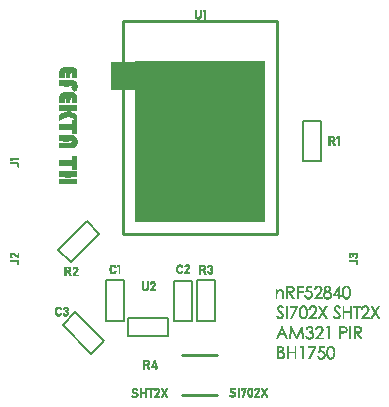
<source format=gbr>
G04 DipTrace 3.2.0.1*
G04 TopSilk.gbr*
%MOMM*%
G04 #@! TF.FileFunction,Legend,Top*
G04 #@! TF.Part,Single*
%ADD10C,0.25*%
%ADD12C,0.0762*%
%ADD13C,0.06667*%
%ADD14C,0.05*%
%ADD19C,0.2*%
%FSLAX35Y35*%
G04*
G71*
G90*
G75*
G01*
G04 TopSilk*
%LPD*%
X-649944Y1600000D2*
D10*
X649944D1*
Y-199908D1*
X-649944D1*
Y1600000D1*
G36*
X-753066Y1260087D2*
X-548964D1*
Y1023968D1*
X-753066D1*
Y1260087D1*
G37*
X-149916Y-1563143D2*
D10*
X140090D1*
X-149916Y-1223143D2*
X140090D1*
X-610677Y-907013D2*
D19*
X-270060D1*
Y-1059640D1*
X-610677D1*
Y-907013D1*
X-21967Y-593117D2*
X130660D1*
Y-933733D1*
X-21967D1*
Y-593117D1*
X-222053Y-594887D2*
X-69427D1*
Y-935503D1*
X-222053D1*
Y-594887D1*
X-1163060Y-970460D2*
X-1054597Y-863080D1*
X-814957Y-1105137D1*
X-923417Y-1212517D1*
X-1163060Y-970460D1*
X871513Y756013D2*
X1024140D1*
Y415397D1*
X871513D1*
Y756013D1*
G36*
X-551770Y1261753D2*
X551737D1*
Y-100367D1*
X-551770D1*
Y1261753D1*
G37*
X-1095350Y-439867D2*
D19*
X-1202730Y-331403D1*
X-960673Y-91763D1*
X-853293Y-200223D1*
X-1095350Y-439867D1*
X-794067Y-591243D2*
X-641440D1*
Y-931860D1*
X-794067D1*
Y-591243D1*
X-181683Y-456210D2*
D14*
X-166683D1*
X-121683D2*
X-104183D1*
X-186482Y-458710D2*
X-162270D1*
X-125242D2*
X-100925D1*
X-190330Y-461210D2*
X-158628D1*
X-128130D2*
X-98415D1*
X-193228Y-463710D2*
X-155900D1*
X-130296D2*
X-96527D1*
X-195354Y-466210D2*
X-178682D1*
X-169684D2*
X-153733D1*
X-131901D2*
X-118304D1*
X-109780D2*
X-95001D1*
X-196927Y-468710D2*
X-182556D1*
X-165817D2*
X-151909D1*
X-133022D2*
X-121635D1*
X-106236D2*
X-93735D1*
X-198035Y-471210D2*
X-185565D1*
X-162864D2*
X-150577D1*
X-133704D2*
X-124279D1*
X-103510D2*
X-92855D1*
X-198753Y-473710D2*
X-187775D1*
X-160793D2*
X-149760D1*
X-134183D2*
X-126683D1*
X-102439D2*
X-92371D1*
X-199380Y-476210D2*
X-189393D1*
X-159183D2*
X-149183D1*
X-102426D2*
X-92860D1*
X-200113Y-478710D2*
X-190512D1*
X-102927D2*
X-93504D1*
X-200808Y-481210D2*
X-191151D1*
X-103815D2*
X-94228D1*
X-201264Y-483710D2*
X-191462D1*
X-104916D2*
X-95139D1*
X-201503Y-486210D2*
X-191597D1*
X-106193D2*
X-96287D1*
X-201612Y-488710D2*
X-191652D1*
X-107736D2*
X-97691D1*
X-201657Y-491210D2*
X-191672D1*
X-109579D2*
X-99277D1*
X-201674Y-493710D2*
X-191680D1*
X-111475D2*
X-100882D1*
X-201680Y-496210D2*
X-191682D1*
X-113249D2*
X-102601D1*
X-201672Y-498710D2*
X-191683D1*
X-115057D2*
X-104524D1*
X-201585Y-501210D2*
X-191673D1*
X-117092D2*
X-106454D1*
X-201267Y-503710D2*
X-191586D1*
X-119265D2*
X-108242D1*
X-200668Y-506210D2*
X-191257D1*
X-121338D2*
X-110045D1*
X-200018Y-508710D2*
X-190561D1*
X-123195D2*
X-112003D1*
X-199494Y-511210D2*
X-189494D1*
X-159183D2*
X-149183D1*
X-125027D2*
X-113947D1*
X-198933Y-513710D2*
X-187916D1*
X-160664D2*
X-149665D1*
X-126997D2*
X-115740D1*
X-198131Y-516210D2*
X-185827D1*
X-162634D2*
X-150615D1*
X-128935D2*
X-117554D1*
X-197030Y-518710D2*
X-181089D1*
X-167322D2*
X-151969D1*
X-130631D2*
X-119599D1*
X-195542Y-521210D2*
X-174470D1*
X-173914D2*
X-153562D1*
X-132030D2*
X-121848D1*
X-193458Y-523710D2*
X-155661D1*
X-133062D2*
X-91683D1*
X-190486Y-526210D2*
X-158659D1*
X-133670D2*
X-91683D1*
X-186413Y-528710D2*
X-162486D1*
X-133985D2*
X-91683D1*
X-181683Y-531210D2*
X-166683D1*
X-134183D2*
X-91683D1*
X-747230Y-458453D2*
X-732230D1*
X-692230D2*
X-682230D1*
X-752028Y-460953D2*
X-727817D1*
X-695779D2*
X-682230D1*
X-755876Y-463453D2*
X-724175D1*
X-698579D2*
X-682230D1*
X-758775Y-465953D2*
X-721447D1*
X-700743D2*
X-682230D1*
X-760901Y-468453D2*
X-744229D1*
X-735231D2*
X-719279D1*
X-701514D2*
X-682230D1*
X-762474Y-470953D2*
X-748103D1*
X-731364D2*
X-717455D1*
X-701949D2*
X-694730D1*
X-689730D2*
X-682230D1*
X-763582Y-473453D2*
X-751112D1*
X-728411D2*
X-716124D1*
X-702230D2*
X-699730D1*
X-689730D2*
X-682230D1*
X-764300Y-475953D2*
X-753322D1*
X-726340D2*
X-715306D1*
X-689730D2*
X-682230D1*
X-764927Y-478453D2*
X-754940D1*
X-724730D2*
X-714730D1*
X-689730D2*
X-682230D1*
X-765660Y-480953D2*
X-756059D1*
X-689730D2*
X-682230D1*
X-766355Y-483453D2*
X-756697D1*
X-689730D2*
X-682230D1*
X-766811Y-485953D2*
X-757009D1*
X-689730D2*
X-682230D1*
X-767050Y-488453D2*
X-757144D1*
X-689730D2*
X-682230D1*
X-767159Y-490953D2*
X-757198D1*
X-689730D2*
X-682230D1*
X-767203Y-493453D2*
X-757219D1*
X-689730D2*
X-682230D1*
X-767220Y-495953D2*
X-757226D1*
X-689730D2*
X-682230D1*
X-767227Y-498453D2*
X-757229D1*
X-689730D2*
X-682230D1*
X-767219Y-500953D2*
X-757230D1*
X-689730D2*
X-682230D1*
X-767132Y-503453D2*
X-757220D1*
X-689730D2*
X-682230D1*
X-766814Y-505953D2*
X-757132D1*
X-689730D2*
X-682230D1*
X-766215Y-508453D2*
X-756804D1*
X-689730D2*
X-682230D1*
X-765564Y-510953D2*
X-756108D1*
X-689730D2*
X-682230D1*
X-765040Y-513453D2*
X-755041D1*
X-724730D2*
X-714730D1*
X-689730D2*
X-682230D1*
X-764480Y-515953D2*
X-753463D1*
X-726210D2*
X-715212D1*
X-689730D2*
X-682230D1*
X-763678Y-518453D2*
X-751373D1*
X-728180D2*
X-716162D1*
X-689730D2*
X-682230D1*
X-762577Y-520953D2*
X-746636D1*
X-732868D2*
X-717515D1*
X-689730D2*
X-682230D1*
X-761089Y-523453D2*
X-740017D1*
X-739460D2*
X-719108D1*
X-689730D2*
X-682230D1*
X-759005Y-525953D2*
X-721207D1*
X-689730D2*
X-682230D1*
X-756032Y-528453D2*
X-724206D1*
X-689730D2*
X-682230D1*
X-751960Y-530953D2*
X-728033D1*
X-689730D2*
X-682230D1*
X-747230Y-533453D2*
X-732230D1*
X-689730D2*
X-682230D1*
X-1207833Y-814543D2*
X-1192833D1*
X-1147833D2*
X-1132833D1*
X-1212632Y-817043D2*
X-1188420D1*
X-1151392D2*
X-1129189D1*
X-1216480Y-819543D2*
X-1184778D1*
X-1154280D2*
X-1126069D1*
X-1219378Y-822043D2*
X-1182050D1*
X-1156446D2*
X-1123622D1*
X-1221504Y-824543D2*
X-1204832D1*
X-1195834D2*
X-1179883D1*
X-1158051D2*
X-1145333D1*
X-1136221D2*
X-1121701D1*
X-1223077Y-827043D2*
X-1208706D1*
X-1191967D2*
X-1178059D1*
X-1159172D2*
X-1147833D1*
X-1132976D2*
X-1120998D1*
X-1224185Y-829543D2*
X-1211715D1*
X-1189014D2*
X-1176727D1*
X-1159854D2*
X-1150333D1*
X-1130712D2*
X-1120616D1*
X-1224903Y-832043D2*
X-1213925D1*
X-1186943D2*
X-1175910D1*
X-1160333D2*
X-1152833D1*
X-1129038D2*
X-1120454D1*
X-1225530Y-834543D2*
X-1215543D1*
X-1185333D2*
X-1175333D1*
X-1128600D2*
X-1120472D1*
X-1226263Y-837043D2*
X-1216662D1*
X-1129256D2*
X-1120774D1*
X-1226958Y-839543D2*
X-1217301D1*
X-1130335D2*
X-1121470D1*
X-1227414Y-842043D2*
X-1217612D1*
X-1133145D2*
X-1122619D1*
X-1227653Y-844543D2*
X-1217747D1*
X-1136503D2*
X-1124448D1*
X-1227762Y-847043D2*
X-1217802D1*
X-1139789D2*
X-1127146D1*
X-1227807Y-849543D2*
X-1217822D1*
X-1141418D2*
X-1130333D1*
X-1227824Y-852043D2*
X-1217830D1*
X-1141935D2*
X-1127375D1*
X-1227830Y-854543D2*
X-1217832D1*
X-1138497D2*
X-1124838D1*
X-1227822Y-857043D2*
X-1217833D1*
X-1134834D2*
X-1122840D1*
X-1227735Y-859543D2*
X-1217823D1*
X-1131805D2*
X-1121230D1*
X-1227417Y-862043D2*
X-1217736D1*
X-1129446D2*
X-1119909D1*
X-1226818Y-864543D2*
X-1217407D1*
X-1128611D2*
X-1118921D1*
X-1226168Y-867043D2*
X-1216711D1*
X-1128173D2*
X-1118345D1*
X-1225644Y-869543D2*
X-1215644D1*
X-1185333D2*
X-1175333D1*
X-1128079D2*
X-1118141D1*
X-1225083Y-872043D2*
X-1214066D1*
X-1186814D2*
X-1175815D1*
X-1162833D2*
X-1152833D1*
X-1128240D2*
X-1118342D1*
X-1224281Y-874543D2*
X-1211977D1*
X-1188784D2*
X-1176765D1*
X-1161874D2*
X-1151188D1*
X-1129604D2*
X-1118976D1*
X-1223180Y-877043D2*
X-1207239D1*
X-1193472D2*
X-1178119D1*
X-1160712D2*
X-1146841D1*
X-1133879D2*
X-1119936D1*
X-1221692Y-879543D2*
X-1200620D1*
X-1200064D2*
X-1179712D1*
X-1159212D2*
X-1140458D1*
X-1140227D2*
X-1121159D1*
X-1219608Y-882043D2*
X-1181811D1*
X-1157216D2*
X-1122861D1*
X-1216636Y-884543D2*
X-1184809D1*
X-1154628D2*
X-1125416D1*
X-1212563Y-887043D2*
X-1188636D1*
X-1151409D2*
X-1128904D1*
X-1207833Y-889543D2*
X-1192833D1*
X-1147833D2*
X-1132833D1*
X1272500Y-357250D2*
X1282500D1*
X1305000D2*
X1322500D1*
X1268088Y-359750D2*
X1286257D1*
X1301734D2*
X1325758D1*
X1264860Y-362250D2*
X1289865D1*
X1299154D2*
X1328258D1*
X1262609Y-364750D2*
X1293603D1*
X1297023D2*
X1330058D1*
X1260921Y-367250D2*
X1305887D1*
X1319895D2*
X1331267D1*
X1259580Y-369750D2*
X1270491D1*
X1287009D2*
X1302643D1*
X1321977D2*
X1331943D1*
X1258588Y-372250D2*
X1269029D1*
X1288471D2*
X1300369D1*
X1323461D2*
X1332270D1*
X1258011Y-374750D2*
X1268202D1*
X1289308D2*
X1298665D1*
X1324296D2*
X1332411D1*
X1257808Y-377250D2*
X1267893D1*
X1289715D2*
X1298064D1*
X1324616D2*
X1332467D1*
X1258008Y-379750D2*
X1267908D1*
X1289897D2*
X1297722D1*
X1324454D2*
X1332479D1*
X1258643Y-382250D2*
X1269013D1*
X1290000D2*
X1297500D1*
X1323739D2*
X1332398D1*
X1259593Y-384750D2*
X1270587D1*
X1322400D2*
X1332073D1*
X1260728Y-387250D2*
X1272264D1*
X1320457D2*
X1331377D1*
X1262109Y-389750D2*
X1273573D1*
X1318348D2*
X1330310D1*
X1264045Y-392250D2*
X1274349D1*
X1316729D2*
X1328764D1*
X1266788Y-394750D2*
X1274749D1*
X1315783D2*
X1326492D1*
X1270000Y-397250D2*
X1275000D1*
X1315300D2*
X1323455D1*
X1315000Y-399750D2*
X1320000D1*
X1257500Y-417250D2*
X1320000D1*
X1257500Y-419750D2*
X1323559D1*
X1257500Y-422250D2*
X1326447D1*
X1257500Y-424750D2*
X1328613D1*
X1316613Y-427250D2*
X1330217D1*
X1319857Y-429750D2*
X1331331D1*
X1322131Y-432250D2*
X1331968D1*
X1323835Y-434750D2*
X1332279D1*
X1324424Y-437250D2*
X1332414D1*
X1324651Y-439750D2*
X1332468D1*
X1324599Y-442250D2*
X1332479D1*
X1323596Y-444750D2*
X1332389D1*
X1322437Y-447250D2*
X1331985D1*
X1321451Y-449750D2*
X1331066D1*
X1321757Y-452250D2*
X1329799D1*
X1323266Y-454750D2*
X1328581D1*
X1325000Y-457250D2*
X1327500D1*
X-1600000Y-357250D2*
X-1585000D1*
X-1545000D2*
X-1537500D1*
X-1603549Y-359750D2*
X-1580960D1*
X-1545000D2*
X-1537500D1*
X-1606359Y-362250D2*
X-1577112D1*
X-1545000D2*
X-1537500D1*
X-1608294Y-364750D2*
X-1573514D1*
X-1545000D2*
X-1537500D1*
X-1609618Y-367250D2*
X-1597395D1*
X-1590596D2*
X-1570096D1*
X-1545000D2*
X-1537500D1*
X-1610690Y-369750D2*
X-1599477D1*
X-1584552D2*
X-1566690D1*
X-1545000D2*
X-1537500D1*
X-1611532Y-372250D2*
X-1600961D1*
X-1579721D2*
X-1563330D1*
X-1545000D2*
X-1537500D1*
X-1612037Y-374750D2*
X-1601805D1*
X-1575883D2*
X-1560013D1*
X-1545010D2*
X-1537500D1*
X-1612210Y-377250D2*
X-1602194D1*
X-1572481D2*
X-1556567D1*
X-1545105D2*
X-1537500D1*
X-1612008Y-379750D2*
X-1602184D1*
X-1569126D2*
X-1552920D1*
X-1545491D2*
X-1537500D1*
X-1611447Y-382250D2*
X-1601833D1*
X-1565801D2*
X-1549043D1*
X-1546346D2*
X-1537500D1*
X-1610727Y-384750D2*
X-1600116D1*
X-1562511D2*
X-1537500D1*
X-1609871Y-387250D2*
X-1598187D1*
X-1559158D2*
X-1537500D1*
X-1608531Y-389750D2*
X-1596663D1*
X-1555811D2*
X-1537500D1*
X-1606386Y-392250D2*
X-1595758D1*
X-1552442D2*
X-1537500D1*
X-1603414Y-394750D2*
X-1595292D1*
X-1548824D2*
X-1537500D1*
X-1600000Y-397250D2*
X-1595000D1*
X-1545000D2*
X-1537500D1*
X-1612500Y-417250D2*
X-1550000D1*
X-1612500Y-419750D2*
X-1546441D1*
X-1612500Y-422250D2*
X-1543553D1*
X-1612500Y-424750D2*
X-1541387D1*
X-1553387Y-427250D2*
X-1539783D1*
X-1550143Y-429750D2*
X-1538669D1*
X-1547869Y-432250D2*
X-1538032D1*
X-1546165Y-434750D2*
X-1537721D1*
X-1545576Y-437250D2*
X-1537586D1*
X-1545349Y-439750D2*
X-1537532D1*
X-1545401Y-442250D2*
X-1537521D1*
X-1546404Y-444750D2*
X-1537611D1*
X-1547563Y-447250D2*
X-1538015D1*
X-1548549Y-449750D2*
X-1538934D1*
X-1548243Y-452250D2*
X-1540201D1*
X-1546734Y-454750D2*
X-1541419D1*
X-1545000Y-457250D2*
X-1542500D1*
X-1612500Y448250D2*
X-1537500D1*
X-1612490Y445750D2*
X-1537500D1*
X-1612402Y443250D2*
X-1537500D1*
X-1612074Y440750D2*
X-1537500D1*
X-1611378Y438250D2*
X-1537500D1*
X-1610321Y435750D2*
X-1599509D1*
X-1608877Y433250D2*
X-1598480D1*
X-1607033Y430750D2*
X-1596875D1*
X-1605000Y428250D2*
X-1595000D1*
X-1612500Y410750D2*
X-1550000D1*
X-1612500Y408250D2*
X-1546441D1*
X-1612500Y405750D2*
X-1543553D1*
X-1612500Y403250D2*
X-1541387D1*
X-1553387Y400750D2*
X-1539783D1*
X-1550143Y398250D2*
X-1538669D1*
X-1547869Y395750D2*
X-1538032D1*
X-1546165Y393250D2*
X-1537721D1*
X-1545576Y390750D2*
X-1537586D1*
X-1545349Y388250D2*
X-1537532D1*
X-1545401Y385750D2*
X-1537521D1*
X-1546404Y383250D2*
X-1537611D1*
X-1547563Y380750D2*
X-1538015D1*
X-1548549Y378250D2*
X-1538934D1*
X-1548243Y375750D2*
X-1540201D1*
X-1546734Y373250D2*
X-1541419D1*
X-1545000Y370750D2*
X-1542500D1*
X1086780Y628890D2*
X1124280D1*
X1164280D2*
X1174280D1*
X1086780Y626390D2*
X1127924D1*
X1160731D2*
X1174280D1*
X1086780Y623890D2*
X1131045D1*
X1157931D2*
X1174280D1*
X1086780Y621390D2*
X1133501D1*
X1155767D2*
X1174280D1*
X1086780Y618890D2*
X1096780D1*
X1120893D2*
X1135235D1*
X1154996D2*
X1174280D1*
X1086780Y616390D2*
X1096780D1*
X1124137D2*
X1136463D1*
X1154561D2*
X1161780D1*
X1166780D2*
X1174280D1*
X1086780Y613890D2*
X1096780D1*
X1126411D2*
X1137495D1*
X1154280D2*
X1156780D1*
X1166780D2*
X1174280D1*
X1086780Y611390D2*
X1096780D1*
X1128115D2*
X1138311D1*
X1166780D2*
X1174280D1*
X1086780Y608890D2*
X1096780D1*
X1128619D2*
X1138732D1*
X1166780D2*
X1174280D1*
X1086780Y606390D2*
X1096780D1*
X1128807D2*
X1138673D1*
X1166780D2*
X1174280D1*
X1086780Y603890D2*
X1096780D1*
X1128181D2*
X1138180D1*
X1166780D2*
X1174280D1*
X1086780Y601390D2*
X1096780D1*
X1126505D2*
X1137489D1*
X1166780D2*
X1174280D1*
X1086780Y598890D2*
X1096780D1*
X1119920D2*
X1136654D1*
X1166780D2*
X1174280D1*
X1086780Y596390D2*
X1096780D1*
X1108624D2*
X1135404D1*
X1166780D2*
X1174280D1*
X1086780Y593890D2*
X1133566D1*
X1166780D2*
X1174280D1*
X1086780Y591390D2*
X1131220D1*
X1166780D2*
X1174280D1*
X1086780Y588890D2*
X1128785D1*
X1166780D2*
X1174280D1*
X1086780Y586390D2*
X1126646D1*
X1166780D2*
X1174280D1*
X1086780Y583890D2*
X1096780D1*
X1113884D2*
X1126129D1*
X1166780D2*
X1174280D1*
X1086780Y581390D2*
X1096780D1*
X1115676D2*
X1126818D1*
X1166780D2*
X1174280D1*
X1086780Y578890D2*
X1096780D1*
X1117201D2*
X1127970D1*
X1166780D2*
X1174280D1*
X1086780Y576390D2*
X1096780D1*
X1118576D2*
X1129433D1*
X1166780D2*
X1174280D1*
X1086780Y573890D2*
X1096780D1*
X1119874D2*
X1130906D1*
X1166780D2*
X1174280D1*
X1086780Y571390D2*
X1096780D1*
X1121145D2*
X1132290D1*
X1166780D2*
X1174280D1*
X1086780Y568890D2*
X1096780D1*
X1122400D2*
X1133609D1*
X1166780D2*
X1174280D1*
X1086780Y566390D2*
X1096780D1*
X1123655D2*
X1134886D1*
X1166780D2*
X1174280D1*
X1086780Y563890D2*
X1096780D1*
X1124904D2*
X1136149D1*
X1166780D2*
X1174280D1*
X1086780Y561390D2*
X1096780D1*
X1126148D2*
X1137410D1*
X1166780D2*
X1174280D1*
X1086780Y558890D2*
X1096780D1*
X1127331D2*
X1138728D1*
X1166780D2*
X1174280D1*
X1086780Y556390D2*
X1096780D1*
X1128373D2*
X1140187D1*
X1166780D2*
X1174280D1*
X1086780Y553890D2*
X1096780D1*
X1129280D2*
X1141780D1*
X1166780D2*
X1174280D1*
X-7343Y-459437D2*
X30157D1*
X75157D2*
X90157D1*
X-7343Y-461937D2*
X33801D1*
X71598D2*
X93801D1*
X-7343Y-464437D2*
X36921D1*
X68710D2*
X96921D1*
X-7343Y-466937D2*
X39378D1*
X66544D2*
X99368D1*
X-7343Y-469437D2*
X2657D1*
X26769D2*
X41112D1*
X64939D2*
X77657D1*
X86769D2*
X101289D1*
X-7343Y-471937D2*
X2657D1*
X30014D2*
X42340D1*
X63818D2*
X75157D1*
X90014D2*
X101992D1*
X-7343Y-474437D2*
X2657D1*
X32288D2*
X43371D1*
X63136D2*
X72657D1*
X92278D2*
X102374D1*
X-7343Y-476937D2*
X2657D1*
X33992D2*
X44188D1*
X62657D2*
X70157D1*
X93952D2*
X102536D1*
X-7343Y-479437D2*
X2657D1*
X34495D2*
X44609D1*
X94390D2*
X102518D1*
X-7343Y-481937D2*
X2657D1*
X34684D2*
X44550D1*
X93734D2*
X102216D1*
X-7343Y-484437D2*
X2657D1*
X34058D2*
X44057D1*
X92655D2*
X101520D1*
X-7343Y-486937D2*
X2657D1*
X32382D2*
X43365D1*
X89845D2*
X100371D1*
X-7343Y-489437D2*
X2657D1*
X25797D2*
X42531D1*
X86487D2*
X98542D1*
X-7343Y-491937D2*
X2657D1*
X14501D2*
X41281D1*
X83201D2*
X95844D1*
X-7343Y-494437D2*
X39443D1*
X81572D2*
X92657D1*
X-7343Y-496937D2*
X37097D1*
X81055D2*
X95615D1*
X-7343Y-499437D2*
X34662D1*
X84493D2*
X98152D1*
X-7343Y-501937D2*
X32523D1*
X88156D2*
X100150D1*
X-7343Y-504437D2*
X2657D1*
X19761D2*
X32006D1*
X91185D2*
X101760D1*
X-7343Y-506937D2*
X2657D1*
X21553D2*
X32694D1*
X93544D2*
X103081D1*
X-7343Y-509437D2*
X2657D1*
X23077D2*
X33846D1*
X94379D2*
X104069D1*
X-7343Y-511937D2*
X2657D1*
X24453D2*
X35310D1*
X94817D2*
X104645D1*
X-7343Y-514437D2*
X2657D1*
X25751D2*
X36783D1*
X94911D2*
X104849D1*
X-7343Y-516937D2*
X2657D1*
X27022D2*
X38167D1*
X60157D2*
X70157D1*
X94750D2*
X104648D1*
X-7343Y-519437D2*
X2657D1*
X28277D2*
X39486D1*
X61116D2*
X71802D1*
X93386D2*
X104014D1*
X-7343Y-521937D2*
X2657D1*
X29531D2*
X40763D1*
X62278D2*
X76149D1*
X89111D2*
X103054D1*
X-7343Y-524437D2*
X2657D1*
X30780D2*
X42026D1*
X63778D2*
X82532D1*
X82763D2*
X101831D1*
X-7343Y-526937D2*
X2657D1*
X32025D2*
X43286D1*
X65774D2*
X100129D1*
X-7343Y-529437D2*
X2657D1*
X33208D2*
X44605D1*
X68362D2*
X97574D1*
X-7343Y-531937D2*
X2657D1*
X34249D2*
X46064D1*
X71581D2*
X94086D1*
X-7343Y-534437D2*
X2657D1*
X35157D2*
X47657D1*
X75157D2*
X90157D1*
X-1148900Y-475562D2*
X-1111400D1*
X-1066400D2*
X-1048900D1*
X-1148900Y-478062D2*
X-1107756D1*
X-1069959D2*
X-1045642D1*
X-1148900Y-480562D2*
X-1104635D1*
X-1072847D2*
X-1043132D1*
X-1148900Y-483062D2*
X-1102179D1*
X-1075013D2*
X-1041244D1*
X-1148900Y-485562D2*
X-1138900D1*
X-1114787D2*
X-1100445D1*
X-1076617D2*
X-1063021D1*
X-1054496D2*
X-1039717D1*
X-1148900Y-488062D2*
X-1138900D1*
X-1111543D2*
X-1099217D1*
X-1077739D2*
X-1066351D1*
X-1050952D2*
X-1038451D1*
X-1148900Y-490562D2*
X-1138900D1*
X-1109269D2*
X-1098185D1*
X-1078420D2*
X-1068995D1*
X-1048227D2*
X-1037572D1*
X-1148900Y-493062D2*
X-1138900D1*
X-1107565D2*
X-1097369D1*
X-1078900D2*
X-1071400D1*
X-1047155D2*
X-1037088D1*
X-1148900Y-495562D2*
X-1138900D1*
X-1107061D2*
X-1096948D1*
X-1047142D2*
X-1037577D1*
X-1148900Y-498062D2*
X-1138900D1*
X-1106873D2*
X-1097007D1*
X-1047643D2*
X-1038221D1*
X-1148900Y-500562D2*
X-1138900D1*
X-1107499D2*
X-1097500D1*
X-1048532D2*
X-1038945D1*
X-1148900Y-503062D2*
X-1138900D1*
X-1109175D2*
X-1098191D1*
X-1049632D2*
X-1039856D1*
X-1148900Y-505562D2*
X-1138900D1*
X-1115760D2*
X-1099026D1*
X-1050910D2*
X-1041003D1*
X-1148900Y-508062D2*
X-1138900D1*
X-1127056D2*
X-1100276D1*
X-1052453D2*
X-1042408D1*
X-1148900Y-510562D2*
X-1102114D1*
X-1054295D2*
X-1043993D1*
X-1148900Y-513062D2*
X-1104460D1*
X-1056191D2*
X-1045598D1*
X-1148900Y-515562D2*
X-1106895D1*
X-1057966D2*
X-1047318D1*
X-1148900Y-518062D2*
X-1109034D1*
X-1059774D2*
X-1049241D1*
X-1148900Y-520562D2*
X-1138900D1*
X-1121796D2*
X-1109551D1*
X-1061809D2*
X-1051171D1*
X-1148900Y-523062D2*
X-1138900D1*
X-1120004D2*
X-1108862D1*
X-1063982D2*
X-1052959D1*
X-1148900Y-525562D2*
X-1138900D1*
X-1118479D2*
X-1107710D1*
X-1066055D2*
X-1054762D1*
X-1148900Y-528062D2*
X-1138900D1*
X-1117104D2*
X-1106247D1*
X-1067912D2*
X-1056720D1*
X-1148900Y-530562D2*
X-1138900D1*
X-1115806D2*
X-1104774D1*
X-1069744D2*
X-1058663D1*
X-1148900Y-533062D2*
X-1138900D1*
X-1114535D2*
X-1103390D1*
X-1071714D2*
X-1060456D1*
X-1148900Y-535562D2*
X-1138900D1*
X-1113280D2*
X-1102071D1*
X-1073651D2*
X-1062271D1*
X-1148900Y-538062D2*
X-1138900D1*
X-1112025D2*
X-1100794D1*
X-1075348D2*
X-1064316D1*
X-1148900Y-540562D2*
X-1138900D1*
X-1110776D2*
X-1099531D1*
X-1076747D2*
X-1066564D1*
X-1148900Y-543062D2*
X-1138900D1*
X-1109532D2*
X-1098270D1*
X-1077779D2*
X-1036400D1*
X-1148900Y-545562D2*
X-1138900D1*
X-1108349D2*
X-1096952D1*
X-1078387D2*
X-1036400D1*
X-1148900Y-548062D2*
X-1138900D1*
X-1107307D2*
X-1095493D1*
X-1078702D2*
X-1036400D1*
X-1148900Y-550562D2*
X-1138900D1*
X-1106400D2*
X-1093900D1*
X-1078900D2*
X-1036400D1*
X-483373Y-1265263D2*
X-445873D1*
X-388373D2*
X-378373D1*
X-483373Y-1267763D2*
X-442229D1*
X-389323D2*
X-379323D1*
X-483373Y-1270263D2*
X-439109D1*
X-390397D2*
X-380397D1*
X-483373Y-1272763D2*
X-436652D1*
X-391558D2*
X-381558D1*
X-483373Y-1275263D2*
X-473373D1*
X-449261D2*
X-434918D1*
X-392763D2*
X-382773D1*
X-483373Y-1277763D2*
X-473373D1*
X-446016D2*
X-433690D1*
X-393918D2*
X-384006D1*
X-483373Y-1280263D2*
X-473373D1*
X-443742D2*
X-432659D1*
X-394924D2*
X-385252D1*
X-483373Y-1282763D2*
X-473373D1*
X-442038D2*
X-431842D1*
X-395812D2*
X-386498D1*
X-483373Y-1285263D2*
X-473373D1*
X-441535D2*
X-431421D1*
X-396780D2*
X-387750D1*
X-483373Y-1287763D2*
X-473373D1*
X-441346D2*
X-431480D1*
X-397875D2*
X-388997D1*
X-483373Y-1290263D2*
X-473373D1*
X-441972D2*
X-431973D1*
X-399048D2*
X-390249D1*
X-483373Y-1292763D2*
X-473373D1*
X-443648D2*
X-432665D1*
X-400269D2*
X-391497D1*
X-483373Y-1295263D2*
X-473373D1*
X-450233D2*
X-433499D1*
X-401504D2*
X-392740D1*
X-378373D2*
X-370873D1*
X-483373Y-1297763D2*
X-473373D1*
X-461529D2*
X-434749D1*
X-402752D2*
X-393909D1*
X-378373D2*
X-370873D1*
X-483373Y-1300263D2*
X-436587D1*
X-403998D2*
X-394921D1*
X-378373D2*
X-370873D1*
X-483373Y-1302763D2*
X-438933D1*
X-405250D2*
X-395811D1*
X-378373D2*
X-370873D1*
X-483373Y-1305263D2*
X-441368D1*
X-406497D2*
X-396780D1*
X-378373D2*
X-370873D1*
X-483373Y-1307763D2*
X-443507D1*
X-407749D2*
X-397875D1*
X-378373D2*
X-370873D1*
X-483373Y-1310263D2*
X-473373D1*
X-456269D2*
X-444024D1*
X-408997D2*
X-399056D1*
X-378373D2*
X-370854D1*
X-483373Y-1312763D2*
X-473373D1*
X-454477D2*
X-443336D1*
X-410240D2*
X-400341D1*
X-378373D2*
X-370678D1*
X-483373Y-1315263D2*
X-473373D1*
X-452953D2*
X-442184D1*
X-411400D2*
X-401787D1*
X-378373D2*
X-370268D1*
X-483373Y-1317763D2*
X-473373D1*
X-451577D2*
X-440720D1*
X-412323D2*
X-403373D1*
X-378373D2*
X-368900D1*
X-483373Y-1320263D2*
X-473373D1*
X-450279D2*
X-439247D1*
X-412885D2*
X-367576D1*
X-483373Y-1322763D2*
X-473373D1*
X-449008D2*
X-437863D1*
X-413168D2*
X-366693D1*
X-483373Y-1325263D2*
X-473373D1*
X-447753D2*
X-436544D1*
X-413298D2*
X-366225D1*
X-483373Y-1327763D2*
X-473373D1*
X-446499D2*
X-435267D1*
X-413373D2*
X-366004D1*
X-483373Y-1330263D2*
X-473373D1*
X-445250D2*
X-434004D1*
X-378373D2*
X-370873D1*
X-483373Y-1332763D2*
X-473373D1*
X-444005D2*
X-432744D1*
X-378373D2*
X-370873D1*
X-483373Y-1335263D2*
X-473373D1*
X-442822D2*
X-431425D1*
X-378373D2*
X-370873D1*
X-483373Y-1337763D2*
X-473373D1*
X-441781D2*
X-429966D1*
X-378373D2*
X-370873D1*
X-483373Y-1340263D2*
X-473373D1*
X-440873D2*
X-428373D1*
X-378373D2*
X-370873D1*
X-45000Y1700000D2*
X-37500D1*
X-2500D2*
X7500D1*
X32500D2*
X42500D1*
X-45000Y1697500D2*
X-37500D1*
X-2500D2*
X7500D1*
X28951D2*
X42500D1*
X-45000Y1695000D2*
X-37500D1*
X-2500D2*
X7500D1*
X26151D2*
X42500D1*
X-45000Y1692500D2*
X-37500D1*
X-2500D2*
X7500D1*
X23987D2*
X42500D1*
X-45000Y1690000D2*
X-37500D1*
X-2500D2*
X7500D1*
X23216D2*
X42500D1*
X-45000Y1687500D2*
X-37500D1*
X-2500D2*
X7500D1*
X22781D2*
X30000D1*
X35000D2*
X42500D1*
X-45000Y1685000D2*
X-37500D1*
X-2500D2*
X7500D1*
X22500D2*
X25000D1*
X35000D2*
X42500D1*
X-45000Y1682500D2*
X-37500D1*
X-2500D2*
X7500D1*
X35000D2*
X42500D1*
X-45000Y1680000D2*
X-37500D1*
X-2500D2*
X7500D1*
X35000D2*
X42500D1*
X-45000Y1677500D2*
X-37500D1*
X-2500D2*
X7500D1*
X35000D2*
X42500D1*
X-45000Y1675000D2*
X-37500D1*
X-2500D2*
X7500D1*
X35000D2*
X42500D1*
X-45000Y1672500D2*
X-37500D1*
X-2500D2*
X7500D1*
X35000D2*
X42500D1*
X-45000Y1670000D2*
X-37500D1*
X-2500D2*
X7500D1*
X35000D2*
X42500D1*
X-45000Y1667500D2*
X-37500D1*
X-2500D2*
X7500D1*
X35000D2*
X42500D1*
X-45000Y1665000D2*
X-37500D1*
X-2500D2*
X7500D1*
X35000D2*
X42500D1*
X-45000Y1662500D2*
X-37500D1*
X-2500D2*
X7500D1*
X35000D2*
X42500D1*
X-45000Y1660000D2*
X-37500D1*
X-2500D2*
X7500D1*
X35000D2*
X42500D1*
X-45000Y1657500D2*
X-37500D1*
X-2500D2*
X7500D1*
X35000D2*
X42500D1*
X-45000Y1655000D2*
X-37490D1*
X-2500D2*
X7500D1*
X35000D2*
X42500D1*
X-45000Y1652500D2*
X-37402D1*
X-2510D2*
X7490D1*
X35000D2*
X42500D1*
X-45000Y1650000D2*
X-37074D1*
X-2598D2*
X7402D1*
X35000D2*
X42500D1*
X-44990Y1647500D2*
X-36378D1*
X-2926D2*
X7084D1*
X35000D2*
X42500D1*
X-44902Y1645000D2*
X-35301D1*
X-3642D2*
X6475D1*
X35000D2*
X42500D1*
X-44574Y1642500D2*
X-33635D1*
X-4640D2*
X5737D1*
X35000D2*
X42500D1*
X-43878Y1640000D2*
X-31341D1*
X-6734D2*
X4884D1*
X35000D2*
X42500D1*
X-42820Y1637500D2*
X-25897D1*
X-11894D2*
X3637D1*
X35000D2*
X42500D1*
X-41350Y1635000D2*
X-18512D1*
X-19107D2*
X1866D1*
X35000D2*
X42500D1*
X-39272Y1632500D2*
X-365D1*
X35000D2*
X42500D1*
X-36301Y1630000D2*
X-3092D1*
X35000D2*
X42500D1*
X-32229Y1627500D2*
X-6381D1*
X35000D2*
X42500D1*
X-27500Y1625000D2*
X-10000D1*
X35000D2*
X42500D1*
X-563393Y-1504507D2*
X-543393D1*
X-510893D2*
X-500893D1*
X-465893D2*
X-458393D1*
X-445893D2*
X-393393D1*
X-373393D2*
X-355893D1*
X-333393D2*
X-323393D1*
X-288393D2*
X-278393D1*
X-567807Y-1507007D2*
X-538999D1*
X-510893D2*
X-500893D1*
X-465893D2*
X-458393D1*
X-445893D2*
X-393393D1*
X-376952D2*
X-352635D1*
X-331758D2*
X-321289D1*
X-289644D2*
X-279644D1*
X-571439Y-1509507D2*
X-535075D1*
X-510893D2*
X-500893D1*
X-465893D2*
X-458393D1*
X-445893D2*
X-393393D1*
X-379840D2*
X-350125D1*
X-330090D2*
X-319497D1*
X-291096D2*
X-281106D1*
X-574079Y-1512007D2*
X-533049D1*
X-510893D2*
X-500893D1*
X-465893D2*
X-458393D1*
X-445893D2*
X-393393D1*
X-382006D2*
X-348237D1*
X-328382D2*
X-317963D1*
X-292545D2*
X-282633D1*
X-575928Y-1514507D2*
X-560392D1*
X-545893D2*
X-532764D1*
X-510893D2*
X-500893D1*
X-465893D2*
X-458393D1*
X-423393D2*
X-415893D1*
X-383611D2*
X-370014D1*
X-361490D2*
X-346711D1*
X-326736D2*
X-316509D1*
X-293925D2*
X-284243D1*
X-577152Y-1517007D2*
X-564257D1*
X-538393D2*
X-533393D1*
X-510893D2*
X-500893D1*
X-465893D2*
X-458393D1*
X-423393D2*
X-415893D1*
X-384732D2*
X-373345D1*
X-357946D2*
X-345445D1*
X-325075D2*
X-314971D1*
X-295315D2*
X-285914D1*
X-577834Y-1519507D2*
X-567168D1*
X-510893D2*
X-500893D1*
X-465893D2*
X-458393D1*
X-423393D2*
X-415893D1*
X-385414D2*
X-375989D1*
X-355220D2*
X-344565D1*
X-323385D2*
X-313341D1*
X-296829D2*
X-287470D1*
X-578163Y-1522007D2*
X-569358D1*
X-510893D2*
X-500893D1*
X-465893D2*
X-458393D1*
X-423393D2*
X-415893D1*
X-385893D2*
X-378393D1*
X-354149D2*
X-344081D1*
X-321820D2*
X-311804D1*
X-298470D2*
X-288896D1*
X-578304Y-1524507D2*
X-570000D1*
X-510893D2*
X-500893D1*
X-465893D2*
X-458393D1*
X-423393D2*
X-415893D1*
X-354136D2*
X-344570D1*
X-320392D2*
X-310388D1*
X-300187D2*
X-290304D1*
X-578351Y-1527007D2*
X-569638D1*
X-510893D2*
X-500893D1*
X-465893D2*
X-458393D1*
X-423393D2*
X-415893D1*
X-354637D2*
X-345214D1*
X-318983D2*
X-308996D1*
X-302302D2*
X-291826D1*
X-578274Y-1529507D2*
X-568338D1*
X-510893D2*
X-500893D1*
X-465893D2*
X-458393D1*
X-423393D2*
X-415893D1*
X-355525D2*
X-345938D1*
X-317461D2*
X-307504D1*
X-305131D2*
X-293449D1*
X-577866Y-1532007D2*
X-564677D1*
X-510893D2*
X-500893D1*
X-465893D2*
X-458393D1*
X-423393D2*
X-415893D1*
X-356626D2*
X-346849D1*
X-315838D2*
X-294984D1*
X-576844Y-1534507D2*
X-558926D1*
X-510893D2*
X-500893D1*
X-465893D2*
X-458393D1*
X-423393D2*
X-415893D1*
X-357903D2*
X-347997D1*
X-314312D2*
X-296399D1*
X-575062Y-1537007D2*
X-551643D1*
X-510893D2*
X-500893D1*
X-465893D2*
X-458393D1*
X-423393D2*
X-415893D1*
X-359446D2*
X-349401D1*
X-313003D2*
X-297791D1*
X-572270Y-1539507D2*
X-544580D1*
X-510893D2*
X-458393D1*
X-423393D2*
X-415893D1*
X-361289D2*
X-350987D1*
X-312102D2*
X-299282D1*
X-567800Y-1542007D2*
X-539034D1*
X-510893D2*
X-458393D1*
X-423393D2*
X-415893D1*
X-363185D2*
X-352592D1*
X-311627D2*
X-300893D1*
X-561300Y-1544507D2*
X-535158D1*
X-510893D2*
X-458393D1*
X-423393D2*
X-415893D1*
X-364959D2*
X-354311D1*
X-312475D2*
X-298789D1*
X-553799Y-1547007D2*
X-532557D1*
X-510893D2*
X-458393D1*
X-423393D2*
X-415893D1*
X-366767D2*
X-356234D1*
X-313727D2*
X-296997D1*
X-547140Y-1549507D2*
X-530778D1*
X-510893D2*
X-500893D1*
X-465893D2*
X-458393D1*
X-423393D2*
X-415893D1*
X-368802D2*
X-358164D1*
X-315094D2*
X-295463D1*
X-542367Y-1552007D2*
X-529598D1*
X-510893D2*
X-500893D1*
X-465893D2*
X-458393D1*
X-423393D2*
X-415893D1*
X-370975D2*
X-359952D1*
X-316441D2*
X-294009D1*
X-538896Y-1554507D2*
X-528938D1*
X-510893D2*
X-500893D1*
X-465893D2*
X-458393D1*
X-423393D2*
X-415893D1*
X-373048D2*
X-361755D1*
X-317820D2*
X-307997D1*
X-300497D2*
X-292471D1*
X-537494Y-1557007D2*
X-528619D1*
X-510893D2*
X-500893D1*
X-465893D2*
X-458393D1*
X-423393D2*
X-415893D1*
X-374905D2*
X-363713D1*
X-319331D2*
X-309790D1*
X-299780D2*
X-290831D1*
X-537403Y-1559507D2*
X-528490D1*
X-510893D2*
X-500893D1*
X-465893D2*
X-458393D1*
X-423393D2*
X-415893D1*
X-376737D2*
X-365657D1*
X-320960D2*
X-311324D1*
X-298726D2*
X-289216D1*
X-538218Y-1562007D2*
X-528533D1*
X-510893D2*
X-500893D1*
X-465893D2*
X-458393D1*
X-423393D2*
X-415893D1*
X-378707D2*
X-367450D1*
X-322573D2*
X-312777D1*
X-297361D2*
X-287567D1*
X-578393Y-1564507D2*
X-575893D1*
X-540308D2*
X-528928D1*
X-510893D2*
X-500893D1*
X-465893D2*
X-458393D1*
X-423393D2*
X-415893D1*
X-380645D2*
X-369264D1*
X-324220D2*
X-314316D1*
X-295801D2*
X-285882D1*
X-579730Y-1567007D2*
X-567259D1*
X-546740D2*
X-529936D1*
X-510893D2*
X-500893D1*
X-465893D2*
X-458393D1*
X-423393D2*
X-415893D1*
X-382341D2*
X-371309D1*
X-325905D2*
X-315945D1*
X-294289D2*
X-284319D1*
X-581457Y-1569507D2*
X-556145D1*
X-556536D2*
X-531609D1*
X-510893D2*
X-500893D1*
X-465893D2*
X-458393D1*
X-423393D2*
X-415893D1*
X-383740D2*
X-373558D1*
X-327467D2*
X-317483D1*
X-292881D2*
X-282892D1*
X-583393Y-1572007D2*
X-533890D1*
X-510893D2*
X-500893D1*
X-465893D2*
X-458393D1*
X-423393D2*
X-415893D1*
X-384772D2*
X-343393D1*
X-328893D2*
X-318899D1*
X-291470D2*
X-281473D1*
X-577934Y-1574507D2*
X-536986D1*
X-510893D2*
X-500893D1*
X-465893D2*
X-458393D1*
X-423393D2*
X-415893D1*
X-385380D2*
X-343393D1*
X-330289D2*
X-320291D1*
X-289870D2*
X-279871D1*
X-572057Y-1577007D2*
X-541124D1*
X-510893D2*
X-500893D1*
X-465893D2*
X-458393D1*
X-423393D2*
X-415893D1*
X-385695D2*
X-343393D1*
X-331782D2*
X-321782D1*
X-287961D2*
X-277962D1*
X-565893Y-1579507D2*
X-545893D1*
X-510893D2*
X-500893D1*
X-465893D2*
X-458393D1*
X-423393D2*
X-415893D1*
X-385893D2*
X-343393D1*
X-333393D2*
X-323393D1*
X-285893D2*
X-275893D1*
X265230Y-1500400D2*
X285230D1*
X317730D2*
X327730D1*
X345230D2*
X385230D1*
X415230D2*
X430230D1*
X472730D2*
X490230D1*
X512730D2*
X522730D1*
X557730D2*
X567730D1*
X260817Y-1502900D2*
X289624D1*
X317730D2*
X327730D1*
X345230D2*
X385220D1*
X411586D2*
X433874D1*
X469171D2*
X493488D1*
X514366D2*
X524834D1*
X556479D2*
X566479D1*
X257185Y-1505400D2*
X293548D1*
X317730D2*
X327730D1*
X345230D2*
X385132D1*
X408465D2*
X436995D1*
X466283D2*
X495998D1*
X516034D2*
X526626D1*
X555027D2*
X565018D1*
X254544Y-1507900D2*
X295574D1*
X317730D2*
X327730D1*
X345230D2*
X384814D1*
X406018D2*
X439442D1*
X464117D2*
X497886D1*
X517741D2*
X528160D1*
X553578D2*
X563490D1*
X252696Y-1510400D2*
X268231D1*
X282730D2*
X295859D1*
X317730D2*
X327730D1*
X345230D2*
X352730D1*
X374844D2*
X384205D1*
X404098D2*
X418326D1*
X427134D2*
X441362D1*
X462513D2*
X476109D1*
X484634D2*
X499413D1*
X519388D2*
X529614D1*
X552199D2*
X561880D1*
X251471Y-1512900D2*
X264367D1*
X290230D2*
X295230D1*
X317730D2*
X327730D1*
X345230D2*
X352730D1*
X374214D2*
X383476D1*
X403299D2*
X414782D1*
X430678D2*
X442066D1*
X461391D2*
X472779D1*
X488178D2*
X500679D1*
X521048D2*
X531153D1*
X550809D2*
X560210D1*
X250789Y-1515400D2*
X261455D1*
X317730D2*
X327730D1*
X345230D2*
X352730D1*
X373479D2*
X382722D1*
X402597D2*
X412057D1*
X433403D2*
X442447D1*
X460710D2*
X470135D1*
X490903D2*
X501558D1*
X522739D2*
X532782D1*
X549294D2*
X558653D1*
X250461Y-1517900D2*
X259265D1*
X317730D2*
X327730D1*
X345230D2*
X352730D1*
X372722D2*
X381891D1*
X401826D2*
X411110D1*
X434350D2*
X442619D1*
X460230D2*
X467730D1*
X491975D2*
X502042D1*
X524303D2*
X534320D1*
X547654D2*
X557228D1*
X250319Y-1520400D2*
X258623D1*
X317730D2*
X327730D1*
X345230D2*
X352730D1*
X371882D2*
X381134D1*
X401115D2*
X410602D1*
X434858D2*
X442689D1*
X491988D2*
X501553D1*
X525731D2*
X535735D1*
X545937D2*
X555819D1*
X250272Y-1522900D2*
X258985D1*
X317730D2*
X327730D1*
X371047D2*
X380567D1*
X400652D2*
X410375D1*
X435085D2*
X442716D1*
X491487D2*
X500909D1*
X527141D2*
X537128D1*
X543822D2*
X554298D1*
X250349Y-1525400D2*
X260285D1*
X317730D2*
X327730D1*
X370248D2*
X379999D1*
X400411D2*
X410283D1*
X435177D2*
X442725D1*
X490598D2*
X500185D1*
X528662D2*
X538619D1*
X540993D2*
X552675D1*
X250758Y-1527900D2*
X263946D1*
X317730D2*
X327730D1*
X369401D2*
X379279D1*
X400302D2*
X410249D1*
X435211D2*
X442728D1*
X489498D2*
X499274D1*
X530285D2*
X551139D1*
X251780Y-1530400D2*
X269697D1*
X317730D2*
X327730D1*
X368638D2*
X378504D1*
X400257D2*
X410236D1*
X435224D2*
X442729D1*
X488220D2*
X498127D1*
X531811D2*
X549724D1*
X253562Y-1532900D2*
X276980D1*
X317730D2*
X327730D1*
X368068D2*
X377731D1*
X400240D2*
X410232D1*
X435228D2*
X442730D1*
X486677D2*
X496722D1*
X533120D2*
X548332D1*
X256353Y-1535400D2*
X284043D1*
X317730D2*
X327730D1*
X367500D2*
X376885D1*
X400233D2*
X410231D1*
X435229D2*
X442730D1*
X484835D2*
X495137D1*
X534021D2*
X546841D1*
X260823Y-1537900D2*
X289589D1*
X317730D2*
X327730D1*
X366779D2*
X376048D1*
X400231D2*
X410230D1*
X435230D2*
X442730D1*
X482939D2*
X493532D1*
X534496D2*
X545230D1*
X267323Y-1540400D2*
X293466D1*
X317730D2*
X327730D1*
X366004D2*
X375248D1*
X400230D2*
X410230D1*
X435230D2*
X442730D1*
X481164D2*
X491812D1*
X533648D2*
X547334D1*
X274824Y-1542900D2*
X296067D1*
X317730D2*
X327730D1*
X365231D2*
X374401D1*
X400230D2*
X410230D1*
X435230D2*
X442730D1*
X479356D2*
X489889D1*
X532396D2*
X549126D1*
X281484Y-1545400D2*
X297845D1*
X317730D2*
X327730D1*
X364385D2*
X373638D1*
X400230D2*
X410230D1*
X435230D2*
X442730D1*
X477321D2*
X487959D1*
X531030D2*
X550660D1*
X286257Y-1547900D2*
X299025D1*
X317730D2*
X327730D1*
X363548D2*
X373068D1*
X400240D2*
X410230D1*
X435230D2*
X442730D1*
X475148D2*
X486171D1*
X529682D2*
X552114D1*
X289727Y-1550400D2*
X299686D1*
X317730D2*
X327730D1*
X362748D2*
X372500D1*
X400328D2*
X410230D1*
X435230D2*
X442730D1*
X473075D2*
X484368D1*
X528303D2*
X538126D1*
X545626D2*
X553653D1*
X291130Y-1552900D2*
X300005D1*
X317730D2*
X327730D1*
X361901D2*
X371779D1*
X400646D2*
X410240D1*
X435220D2*
X442730D1*
X471218D2*
X482410D1*
X526792D2*
X536334D1*
X546344D2*
X555292D1*
X291221Y-1555400D2*
X300133D1*
X317730D2*
X327730D1*
X361138D2*
X371004D1*
X401245D2*
X410347D1*
X435113D2*
X442730D1*
X469386D2*
X480467D1*
X525163D2*
X534800D1*
X547397D2*
X556908D1*
X290406Y-1557900D2*
X300091D1*
X317730D2*
X327730D1*
X360568D2*
X370231D1*
X401896D2*
X410611D1*
X434849D2*
X442720D1*
X467416D2*
X478674D1*
X523551D2*
X533346D1*
X548762D2*
X558556D1*
X250230Y-1560400D2*
X252730D1*
X288315D2*
X299695D1*
X317730D2*
X327730D1*
X360000D2*
X369385D1*
X402429D2*
X411993D1*
X433467D2*
X442623D1*
X465479D2*
X476859D1*
X521904D2*
X531807D1*
X550322D2*
X560241D1*
X248893Y-1562900D2*
X261365D1*
X281883D2*
X298687D1*
X317730D2*
X327730D1*
X359279D2*
X368548D1*
X403078D2*
X416272D1*
X429188D2*
X442206D1*
X463782D2*
X474814D1*
X520218D2*
X530178D1*
X551834D2*
X561804D1*
X247166Y-1565400D2*
X272478D1*
X272088D2*
X297015D1*
X317730D2*
X327730D1*
X358504D2*
X367748D1*
X404208D2*
X422622D1*
X422838D2*
X441182D1*
X462383D2*
X472566D1*
X518656D2*
X528640D1*
X553242D2*
X563231D1*
X245230Y-1567900D2*
X294733D1*
X317730D2*
X327730D1*
X357730D2*
X366900D1*
X406003D2*
X439430D1*
X461351D2*
X502730D1*
X517231D2*
X527225D1*
X554654D2*
X564650D1*
X250690Y-1570400D2*
X291637D1*
X317730D2*
X327730D1*
X356871D2*
X366140D1*
X408498D2*
X436953D1*
X460743D2*
X502730D1*
X515834D2*
X525832D1*
X556254D2*
X566253D1*
X256567Y-1572900D2*
X287500D1*
X317730D2*
X327730D1*
X356014D2*
X365619D1*
X411676D2*
X433781D1*
X460428D2*
X502730D1*
X514342D2*
X524341D1*
X558162D2*
X568162D1*
X262730Y-1575400D2*
X282730D1*
X317730D2*
X327730D1*
X355230D2*
X365230D1*
X415230D2*
X430230D1*
X460230D2*
X502730D1*
X512730D2*
X522730D1*
X560230D2*
X570230D1*
X-493530Y-601223D2*
X-486030D1*
X-451030D2*
X-441030D1*
X-411030D2*
X-393530D1*
X-493530Y-603723D2*
X-486030D1*
X-451030D2*
X-441030D1*
X-414589D2*
X-390272D1*
X-493530Y-606223D2*
X-486030D1*
X-451030D2*
X-441030D1*
X-417477D2*
X-387762D1*
X-493530Y-608723D2*
X-486030D1*
X-451030D2*
X-441030D1*
X-419643D2*
X-385874D1*
X-493530Y-611223D2*
X-486030D1*
X-451030D2*
X-441030D1*
X-421247D2*
X-407651D1*
X-399126D2*
X-384347D1*
X-493530Y-613723D2*
X-486030D1*
X-451030D2*
X-441030D1*
X-422369D2*
X-410981D1*
X-395582D2*
X-383081D1*
X-493530Y-616223D2*
X-486030D1*
X-451030D2*
X-441030D1*
X-423050D2*
X-413625D1*
X-392857D2*
X-382202D1*
X-493530Y-618723D2*
X-486030D1*
X-451030D2*
X-441030D1*
X-423530D2*
X-416030D1*
X-391785D2*
X-381718D1*
X-493530Y-621223D2*
X-486030D1*
X-451030D2*
X-441030D1*
X-391772D2*
X-382207D1*
X-493530Y-623723D2*
X-486030D1*
X-451030D2*
X-441030D1*
X-392273D2*
X-382851D1*
X-493530Y-626223D2*
X-486030D1*
X-451030D2*
X-441030D1*
X-393162D2*
X-383575D1*
X-493530Y-628723D2*
X-486030D1*
X-451030D2*
X-441030D1*
X-394262D2*
X-384486D1*
X-493530Y-631223D2*
X-486030D1*
X-451030D2*
X-441030D1*
X-395540D2*
X-385633D1*
X-493530Y-633723D2*
X-486030D1*
X-451030D2*
X-441030D1*
X-397083D2*
X-387038D1*
X-493530Y-636223D2*
X-486030D1*
X-451030D2*
X-441030D1*
X-398925D2*
X-388623D1*
X-493530Y-638723D2*
X-486030D1*
X-451030D2*
X-441030D1*
X-400821D2*
X-390228D1*
X-493530Y-641223D2*
X-486030D1*
X-451030D2*
X-441030D1*
X-402596D2*
X-391948D1*
X-493530Y-643723D2*
X-486030D1*
X-451030D2*
X-441030D1*
X-404404D2*
X-393871D1*
X-493530Y-646223D2*
X-486020D1*
X-451030D2*
X-441030D1*
X-406439D2*
X-395801D1*
X-493530Y-648723D2*
X-485932D1*
X-451040D2*
X-441040D1*
X-408612D2*
X-397589D1*
X-493530Y-651223D2*
X-485604D1*
X-451128D2*
X-441128D1*
X-410685D2*
X-399392D1*
X-493520Y-653723D2*
X-484908D1*
X-451456D2*
X-441446D1*
X-412542D2*
X-401350D1*
X-493432Y-656223D2*
X-483831D1*
X-452172D2*
X-442055D1*
X-414374D2*
X-403293D1*
X-493104Y-658723D2*
X-482165D1*
X-453170D2*
X-442793D1*
X-416344D2*
X-405086D1*
X-492408Y-661223D2*
X-479871D1*
X-455264D2*
X-443646D1*
X-418281D2*
X-406901D1*
X-491350Y-663723D2*
X-474427D1*
X-460424D2*
X-444893D1*
X-419978D2*
X-408946D1*
X-489880Y-666223D2*
X-467042D1*
X-467637D2*
X-446664D1*
X-421377D2*
X-411194D1*
X-487802Y-668723D2*
X-448895D1*
X-422409D2*
X-381030D1*
X-484831Y-671223D2*
X-451622D1*
X-423017D2*
X-381030D1*
X-480759Y-673723D2*
X-454911D1*
X-423332D2*
X-381030D1*
X-476030Y-676223D2*
X-458530D1*
X-423530D2*
X-381030D1*
X986137Y-635827D2*
D13*
X1006137D1*
X1066137D2*
X1086137D1*
X1176137D2*
X1179470D1*
X1226137D2*
X1242803D1*
X729470Y-639160D2*
X772803D1*
X819470D2*
X869470D1*
X902803D2*
X942803D1*
X981265D2*
X1011633D1*
X1061278D2*
X1090882D1*
X1174469D2*
X1179470D1*
X1221278D2*
X1247675D1*
X729470Y-642493D2*
X779201D1*
X819470D2*
X869470D1*
X902288D2*
X942803D1*
X976987D2*
X1016076D1*
X1057104D2*
X1094732D1*
X1172520D2*
X1179470D1*
X1217104D2*
X1251953D1*
X729470Y-645827D2*
X784319D1*
X819470D2*
X869470D1*
X901462D2*
X942803D1*
X973299D2*
X986919D1*
X1005469D2*
X1019533D1*
X1053724D2*
X1066919D1*
X1084953D2*
X1097621D1*
X1170483D2*
X1179470D1*
X1213724D2*
X1226919D1*
X1242135D2*
X1255654D1*
X729470Y-649160D2*
X739470D1*
X772135D2*
X788066D1*
X819470D2*
X826137D1*
X900599D2*
X909470D1*
X970293D2*
X982076D1*
X1010621D2*
X1022269D1*
X1051105D2*
X1062076D1*
X1089280D2*
X1099759D1*
X1168337D2*
X1179470D1*
X1211092D2*
X1222076D1*
X1247301D2*
X1258764D1*
X729470Y-652493D2*
X739470D1*
X777288D2*
X790894D1*
X819470D2*
X826137D1*
X900015D2*
X908330D1*
X968109D2*
X978556D1*
X1014516D2*
X1024186D1*
X1049094D2*
X1058556D1*
X1092311D2*
X1101245D1*
X1166097D2*
X1179470D1*
X1208964D2*
X1218556D1*
X1251313D2*
X1261256D1*
X729470Y-655827D2*
X739470D1*
X781182D2*
X791880D1*
X819470D2*
X826137D1*
X899692D2*
X907338D1*
X966523D2*
X976090D1*
X1017475D2*
X1025390D1*
X1047662D2*
X1056104D1*
X1094583D2*
X1102094D1*
X1163917D2*
X1179470D1*
X1207107D2*
X1216078D1*
X1254259D2*
X1263212D1*
X729470Y-659160D2*
X739470D1*
X784142D2*
X792411D1*
X819470D2*
X826137D1*
X899433D2*
X906693D1*
X965140D2*
X974448D1*
X1018506D2*
X1026427D1*
X1046847D2*
X1054241D1*
X1095369D2*
X1102508D1*
X1161709D2*
X1179470D1*
X1205481D2*
X1214328D1*
X1256417D2*
X1264636D1*
X729470Y-662493D2*
X739470D1*
X785160D2*
X792650D1*
X819470D2*
X826137D1*
X898950D2*
X906240D1*
X963901D2*
X973477D1*
X1019061D2*
X1027799D1*
X1046558D2*
X1054030D1*
X1095672D2*
X1102676D1*
X1159444D2*
X1179470D1*
X1204220D2*
X1212994D1*
X1257909D2*
X1265573D1*
X729470Y-665827D2*
X739470D1*
X785585D2*
X792747D1*
X819470D2*
X826137D1*
X898129D2*
X905577D1*
X962803D2*
X972803D1*
X1019298D2*
X1029470D1*
X1046818D2*
X1054599D1*
X1095603D2*
X1102618D1*
X1157255D2*
X1179470D1*
X1203460D2*
X1211758D1*
X1258773D2*
X1266402D1*
X639470Y-669160D2*
X646137D1*
X666137D2*
X686137D1*
X729470D2*
X739470D1*
X785583D2*
X792770D1*
X819470D2*
X826137D1*
X897266D2*
X904376D1*
X1019281D2*
X1027918D1*
X1047675D2*
X1055676D1*
X1094046D2*
X1102090D1*
X1155044D2*
X1162161D1*
X1169470D2*
X1179470D1*
X1203080D2*
X1210714D1*
X1259305D2*
X1267377D1*
X639470Y-672493D2*
X646749D1*
X658857D2*
X690882D1*
X729470D2*
X739470D1*
X784314D2*
X792653D1*
X819470D2*
X826137D1*
X896669D2*
X902803D1*
X1018881D2*
X1026844D1*
X1049058D2*
X1058174D1*
X1091836D2*
X1100747D1*
X1152778D2*
X1160895D1*
X1169470D2*
X1179470D1*
X1202912D2*
X1210058D1*
X1259910D2*
X1268303D1*
X639470Y-675827D2*
X647919D1*
X651021D2*
X694732D1*
X729470D2*
X739470D1*
X781170D2*
X792103D1*
X819470D2*
X826137D1*
X896232D2*
X916508D1*
X1017966D2*
X1025921D1*
X1050982D2*
X1065261D1*
X1085976D2*
X1098542D1*
X1150589D2*
X1159102D1*
X1169470D2*
X1179470D1*
X1202843D2*
X1209720D1*
X1260781D2*
X1268911D1*
X639470Y-679160D2*
X663471D1*
X686010D2*
X697621D1*
X729470D2*
X739470D1*
X771465D2*
X791065D1*
X819470D2*
X826137D1*
X895575D2*
X926565D1*
X1016561D2*
X1024778D1*
X1053494D2*
X1076161D1*
X1077066D2*
X1095755D1*
X1148377D2*
X1157122D1*
X1169470D2*
X1179470D1*
X1202817D2*
X1209569D1*
X1261663D2*
X1269230D1*
X639470Y-682493D2*
X658306D1*
X688903D2*
X699759D1*
X729470D2*
X739470D1*
X755754D2*
X788329D1*
X819470D2*
X869470D1*
X894375D2*
X933320D1*
X1014641D2*
X1023294D1*
X1056403D2*
X1092665D1*
X1146111D2*
X1154994D1*
X1169470D2*
X1179470D1*
X1202808D2*
X1209507D1*
X1262254D2*
X1269375D1*
X639470Y-685827D2*
X654294D1*
X691307D2*
X701245D1*
X729470D2*
X784288D1*
X819470D2*
X869470D1*
X892803D2*
X902803D1*
X925355D2*
X937831D1*
X1012242D2*
X1021444D1*
X1059470D2*
X1089470D1*
X1143922D2*
X1152761D1*
X1169470D2*
X1179470D1*
X1202805D2*
X1209483D1*
X1262567D2*
X1269434D1*
X639470Y-689160D2*
X651348D1*
X693230D2*
X702094D1*
X729470D2*
X778421D1*
X819470D2*
X869470D1*
X930197D2*
X940905D1*
X1009736D2*
X1019340D1*
X1055124D2*
X1094329D1*
X1141710D2*
X1150583D1*
X1169470D2*
X1179470D1*
X1202804D2*
X1209474D1*
X1262709D2*
X1269457D1*
X639470Y-692493D2*
X649190D1*
X694629D2*
X702508D1*
X729470D2*
X771487D1*
X819470D2*
X826137D1*
X933718D2*
X943086D1*
X1007378D2*
X1017203D1*
X1051239D2*
X1066792D1*
X1085469D2*
X1098502D1*
X1139445D2*
X1148375D1*
X1169470D2*
X1179470D1*
X1202803D2*
X1209471D1*
X1262755D2*
X1269466D1*
X639470Y-695827D2*
X647698D1*
X695445D2*
X702689D1*
X729470D2*
X739470D1*
X750125D2*
X765088D1*
X819470D2*
X826137D1*
X936183D2*
X944592D1*
X1004970D2*
X1014900D1*
X1048203D2*
X1061522D1*
X1090634D2*
X1101882D1*
X1137255D2*
X1146111D1*
X1169470D2*
X1179470D1*
X1202803D2*
X1209470D1*
X1262661D2*
X1269469D1*
X639470Y-699160D2*
X646847D1*
X695848D2*
X702761D1*
X729470D2*
X739470D1*
X751496D2*
X759470D1*
X819470D2*
X826137D1*
X937815D2*
X945569D1*
X1002245D2*
X1012218D1*
X1045953D2*
X1057203D1*
X1094646D2*
X1104502D1*
X1135044D2*
X1143909D1*
X1169470D2*
X1179470D1*
X1202803D2*
X1209470D1*
X1262244D2*
X1269457D1*
X639470Y-702493D2*
X646432D1*
X696024D2*
X702788D1*
X729470D2*
X739470D1*
X753596D2*
X762790D1*
X819470D2*
X826137D1*
X938725D2*
X946498D1*
X999230D2*
X1009221D1*
X1044407D2*
X1053883D1*
X1097592D2*
X1106513D1*
X1132778D2*
X1141589D1*
X1169470D2*
X1179470D1*
X1202803D2*
X1209483D1*
X1261449D2*
X1269340D1*
X639470Y-705827D2*
X646251D1*
X696095D2*
X702798D1*
X729470D2*
X739470D1*
X755963D2*
X766006D1*
X819470D2*
X826137D1*
X939162D2*
X947825D1*
X996042D2*
X1006038D1*
X1043531D2*
X1051297D1*
X1099750D2*
X1107944D1*
X1130589D2*
X1138951D1*
X1169470D2*
X1179470D1*
X1202803D2*
X1209600D1*
X1260595D2*
X1268915D1*
X639470Y-709160D2*
X646179D1*
X696122D2*
X702802D1*
X729470D2*
X739470D1*
X758264D2*
X768915D1*
X819470D2*
X826137D1*
X939338D2*
X949470D1*
X992768D2*
X1002767D1*
X1043105D2*
X1050357D1*
X1101229D2*
X1108772D1*
X1128387D2*
X1136137D1*
X1169470D2*
X1179470D1*
X1202816D2*
X1210025D1*
X1260001D2*
X1268117D1*
X639470Y-712493D2*
X646152D1*
X696132D2*
X702803D1*
X729470D2*
X739470D1*
X760649D2*
X771450D1*
X819470D2*
X826137D1*
X939296D2*
X947931D1*
X989470D2*
X999457D1*
X1042920D2*
X1049861D1*
X1101963D2*
X1109166D1*
X1126214D2*
X1189470D1*
X1202934D2*
X1210836D1*
X1259575D2*
X1267249D1*
X639470Y-715827D2*
X646142D1*
X696135D2*
X702803D1*
X729470D2*
X739470D1*
X763353D2*
X773916D1*
X819470D2*
X826137D1*
X938887D2*
X946961D1*
X986263D2*
X996145D1*
X1042859D2*
X1049748D1*
X1101940D2*
X1109227D1*
X1124371D2*
X1189470D1*
X1203371D2*
X1211808D1*
X1258995D2*
X1266550D1*
X639470Y-719160D2*
X646138D1*
X696136D2*
X702803D1*
X729470D2*
X739470D1*
X766248D2*
X776550D1*
X819470D2*
X826137D1*
X882803D2*
X889470D1*
X937968D2*
X946359D1*
X983357D2*
X992932D1*
X1042949D2*
X1050093D1*
X1101192D2*
X1108860D1*
X1122803D2*
X1189470D1*
X1204287D2*
X1212827D1*
X1258008D2*
X1265804D1*
X639470Y-722493D2*
X646137D1*
X696136D2*
X702803D1*
X729470D2*
X739470D1*
X769011D2*
X779150D1*
X819470D2*
X826137D1*
X884070D2*
X891664D1*
X936549D2*
X945707D1*
X980823D2*
X990025D1*
X1043377D2*
X1050999D1*
X1099842D2*
X1107972D1*
X1169470D2*
X1179470D1*
X1205579D2*
X1214078D1*
X1256563D2*
X1264734D1*
X639470Y-725827D2*
X646137D1*
X696137D2*
X702803D1*
X729470D2*
X739470D1*
X771486D2*
X781543D1*
X819470D2*
X826137D1*
X885502D2*
X894070D1*
X934420D2*
X944691D1*
X978345D2*
X987490D1*
X1044302D2*
X1052604D1*
X1097726D2*
X1106689D1*
X1169470D2*
X1179470D1*
X1207089D2*
X1215811D1*
X1254438D2*
X1263265D1*
X639470Y-729160D2*
X646137D1*
X696137D2*
X702803D1*
X729470D2*
X739470D1*
X773928D2*
X783951D1*
X819470D2*
X826137D1*
X887063D2*
X897406D1*
X931557D2*
X943235D1*
X975593D2*
X985020D1*
X1045710D2*
X1054869D1*
X1094836D2*
X1105169D1*
X1169470D2*
X1179470D1*
X1208808D2*
X1218078D1*
X1251610D2*
X1261308D1*
X639470Y-732493D2*
X646137D1*
X696137D2*
X702803D1*
X729470D2*
X739470D1*
X776545D2*
X786553D1*
X819470D2*
X826137D1*
X888813D2*
X902988D1*
X924078D2*
X941159D1*
X972568D2*
X982319D1*
X1047657D2*
X1062550D1*
X1086777D2*
X1103322D1*
X1169470D2*
X1179470D1*
X1210897D2*
X1224608D1*
X1244711D2*
X1258770D1*
X639470Y-735827D2*
X646137D1*
X696137D2*
X702803D1*
X729470D2*
X739470D1*
X779050D2*
X789053D1*
X819470D2*
X826137D1*
X891021D2*
X911866D1*
X912940D2*
X938083D1*
X969377D2*
X1029470D1*
X1050301D2*
X1074613D1*
X1074484D2*
X1100692D1*
X1169470D2*
X1179470D1*
X1213600D2*
X1234365D1*
X1234730D2*
X1255709D1*
X639470Y-739160D2*
X646137D1*
X696137D2*
X702803D1*
X729470D2*
X739470D1*
X781096D2*
X791097D1*
X819470D2*
X826137D1*
X894111D2*
X933810D1*
X966104D2*
X1029470D1*
X1053746D2*
X1096777D1*
X1169470D2*
X1179470D1*
X1217067D2*
X1252037D1*
X639470Y-742493D2*
X646137D1*
X696137D2*
X702803D1*
X729470D2*
X739470D1*
X782803D2*
X792803D1*
X819470D2*
X826137D1*
X898185D2*
X928528D1*
X962803D2*
X1029470D1*
X1058036D2*
X1091712D1*
X1169470D2*
X1179470D1*
X1221366D2*
X1247636D1*
X902803Y-745827D2*
X922803D1*
X1062803D2*
X1086137D1*
X1226137D2*
X1242803D1*
X-1163370Y1213943D2*
D12*
X-1079550D1*
X-1170226Y1210133D2*
X-1071065D1*
X-1176131Y1206323D2*
X-1064436D1*
X-1180716Y1202513D2*
X-1059843D1*
X-1184084Y1198703D2*
X-1056646D1*
X-1186550Y1194893D2*
X-1054195D1*
X-1188270Y1191083D2*
X-1052206D1*
X-1189377Y1187273D2*
X-1050715D1*
X-1190337Y1183463D2*
X-1049830D1*
X-1191456Y1179653D2*
X-1049389D1*
X-1192516Y1175843D2*
X-1049195D1*
X-1193211Y1172033D2*
X-1152529D1*
X-1141259D2*
X-1049116D1*
X-1193576Y1168223D2*
X-1153473D1*
X-1139031D2*
X-1102999D1*
X-1087170D2*
X-1049086D1*
X-1193741Y1164413D2*
X-1154460D1*
X-1137755D2*
X-1103943D1*
X-1087170D2*
X-1049076D1*
X-1193809Y1160603D2*
X-1155127D1*
X-1137136D2*
X-1104930D1*
X-1087170D2*
X-1049072D1*
X-1193836Y1156793D2*
X-1155481D1*
X-1136868D2*
X-1105597D1*
X-1087170D2*
X-1049071D1*
X-1193845Y1152983D2*
X-1155643D1*
X-1136762D2*
X-1105951D1*
X-1087170D2*
X-1049070D1*
X-1193848Y1149173D2*
X-1155710D1*
X-1136722D2*
X-1106113D1*
X-1087170D2*
X-1049070D1*
X-1193849Y1145363D2*
X-1155736D1*
X-1136707D2*
X-1106180D1*
X-1087170D2*
X-1049070D1*
X-1193850Y1141553D2*
X-1155745D1*
X-1136702D2*
X-1106206D1*
X-1087170D2*
X-1049070D1*
X-1193850Y1137743D2*
X-1155748D1*
X-1136701D2*
X-1106215D1*
X-1087170D2*
X-1049070D1*
X-1193850Y1133933D2*
X-1155750D1*
X-1136700D2*
X-1106220D1*
X-1087170D2*
X-1049070D1*
X-1193850Y1107263D2*
X-1087170D1*
X-1193850Y1103453D2*
X-1078540D1*
X-1193850Y1099643D2*
X-1071408D1*
X-1193850Y1095833D2*
X-1065768D1*
X-1193850Y1092023D2*
X-1061108D1*
X-1193850Y1088213D2*
X-1057080D1*
X-1193850Y1084403D2*
X-1053745D1*
X-1193850Y1080593D2*
X-1051295D1*
X-1193850Y1076783D2*
X-1049504D1*
X-1193850Y1072973D2*
X-1047963D1*
X-1193850Y1069163D2*
X-1046716D1*
X-1193850Y1065353D2*
X-1045944D1*
X-1155750Y1061543D2*
X-1117650D1*
X-1083375D2*
X-1045550D1*
X-1155750Y1057733D2*
X-1117650D1*
X-1083524D2*
X-1045374D1*
X-1155750Y1053923D2*
X-1117650D1*
X-1084157D2*
X-1045302D1*
X-1085691Y1050113D2*
X-1045275D1*
X-1088127Y1046303D2*
X-1045280D1*
X-1090980Y1042493D2*
X-1045411D1*
X-1087759Y1038683D2*
X-1045910D1*
X-1084893Y1034873D2*
X-1046971D1*
X-1082085Y1031063D2*
X-1048582D1*
X-1079076Y1027253D2*
X-1050793D1*
X-1076108Y1023443D2*
X-1053670D1*
X-1073405Y1019633D2*
X-1057019D1*
X-1070798Y1015823D2*
X-1060620D1*
X-1068120Y1012013D2*
X-1064310D1*
X-1163370Y1000583D2*
X-1079550D1*
X-1170226Y996773D2*
X-1071065D1*
X-1176131Y992963D2*
X-1064436D1*
X-1180716Y989153D2*
X-1059843D1*
X-1184084Y985343D2*
X-1056646D1*
X-1186550Y981533D2*
X-1054195D1*
X-1188270Y977723D2*
X-1052206D1*
X-1189377Y973913D2*
X-1050715D1*
X-1190337Y970103D2*
X-1049830D1*
X-1191456Y966293D2*
X-1049389D1*
X-1192516Y962483D2*
X-1049195D1*
X-1193211Y958673D2*
X-1152529D1*
X-1141259D2*
X-1049116D1*
X-1193576Y954863D2*
X-1153473D1*
X-1139031D2*
X-1102999D1*
X-1087170D2*
X-1049086D1*
X-1193741Y951053D2*
X-1154460D1*
X-1137755D2*
X-1103943D1*
X-1087170D2*
X-1049076D1*
X-1193809Y947243D2*
X-1155127D1*
X-1137136D2*
X-1104930D1*
X-1087170D2*
X-1049072D1*
X-1193836Y943433D2*
X-1155481D1*
X-1136868D2*
X-1105597D1*
X-1087170D2*
X-1049071D1*
X-1193845Y939623D2*
X-1155643D1*
X-1136762D2*
X-1105951D1*
X-1087170D2*
X-1049070D1*
X-1193848Y935813D2*
X-1155710D1*
X-1136722D2*
X-1106113D1*
X-1087170D2*
X-1049070D1*
X-1193849Y932003D2*
X-1155736D1*
X-1136707D2*
X-1106180D1*
X-1087170D2*
X-1049070D1*
X-1193850Y928193D2*
X-1155745D1*
X-1136702D2*
X-1106206D1*
X-1087170D2*
X-1049070D1*
X-1193850Y924383D2*
X-1155748D1*
X-1136701D2*
X-1106215D1*
X-1087170D2*
X-1049070D1*
X-1193850Y920573D2*
X-1155750D1*
X-1136700D2*
X-1106220D1*
X-1087170D2*
X-1049070D1*
X-1193850Y890093D2*
X-1049070D1*
X-1193850Y886283D2*
X-1049070D1*
X-1193850Y882473D2*
X-1049070D1*
X-1193850Y878663D2*
X-1049070D1*
X-1193850Y874853D2*
X-1049070D1*
X-1193850Y871043D2*
X-1049070D1*
X-1193850Y867233D2*
X-1049070D1*
X-1193850Y863423D2*
X-1049070D1*
X-1193850Y859613D2*
X-1049070D1*
X-1193850Y855803D2*
X-1049070D1*
X-1193850Y851993D2*
X-1049070D1*
X-1117650Y844373D2*
X-1110030D1*
X-1127632Y840563D2*
X-1102999D1*
X-1137425Y836753D2*
X-1096323D1*
X-1147071Y832943D2*
X-1089690D1*
X-1156531Y829133D2*
X-1082752D1*
X-1165686Y825323D2*
X-1075620D1*
X-1174358Y821513D2*
X-1068677D1*
X-1182055Y817703D2*
X-1062334D1*
X-1188611Y813893D2*
X-1056986D1*
X-1191724Y810083D2*
X-1052537D1*
X-1192856Y806273D2*
X-1050768D1*
X-1193442Y802463D2*
X-1117650D1*
X-1109281D2*
X-1049799D1*
X-1193695Y798653D2*
X-1125270D1*
X-1103889D2*
X-1049357D1*
X-1193794Y794843D2*
X-1132905D1*
X-1097560D2*
X-1049177D1*
X-1193831Y791033D2*
X-1140659D1*
X-1090693D2*
X-1049108D1*
X-1193844Y787223D2*
X-1148764D1*
X-1083826D2*
X-1049083D1*
X-1193848Y783413D2*
X-1157297D1*
X-1077226D2*
X-1049119D1*
X-1193849Y779603D2*
X-1165894D1*
X-1070632D2*
X-1049551D1*
X-1193850Y775793D2*
X-1174181D1*
X-1063749D2*
X-1050588D1*
X-1193850Y771983D2*
X-1182174D1*
X-1056690D2*
X-1055042D1*
X-1193850Y768173D2*
X-1190040D1*
X-1087170Y764363D2*
X-1049070D1*
X-1087170Y760553D2*
X-1049070D1*
X-1087170Y756743D2*
X-1049070D1*
X-1087170Y752933D2*
X-1049070D1*
X-1087170Y749123D2*
X-1049070D1*
X-1087170Y745313D2*
X-1049070D1*
X-1087170Y741503D2*
X-1049070D1*
X-1087170Y737693D2*
X-1049070D1*
X-1087170Y733883D2*
X-1049070D1*
X-1193850Y730073D2*
X-1049070D1*
X-1193850Y726263D2*
X-1049070D1*
X-1193850Y722453D2*
X-1049070D1*
X-1193850Y718643D2*
X-1049070D1*
X-1193850Y714833D2*
X-1049070D1*
X-1193850Y711023D2*
X-1049070D1*
X-1193850Y707213D2*
X-1049070D1*
X-1193850Y703403D2*
X-1049070D1*
X-1193850Y699593D2*
X-1049070D1*
X-1193850Y695783D2*
X-1049070D1*
X-1193850Y691973D2*
X-1049070D1*
X-1193850Y688163D2*
X-1049070D1*
X-1087170Y684353D2*
X-1049070D1*
X-1087170Y680543D2*
X-1049070D1*
X-1087170Y676733D2*
X-1049070D1*
X-1087170Y672923D2*
X-1049070D1*
X-1087170Y669113D2*
X-1049070D1*
X-1087170Y665303D2*
X-1049070D1*
X-1087170Y661493D2*
X-1049070D1*
X-1087170Y657683D2*
X-1049070D1*
X-1087170Y653873D2*
X-1049070D1*
X-1193850Y638633D2*
X-1087170D1*
X-1193850Y634823D2*
X-1077495D1*
X-1193850Y631013D2*
X-1069473D1*
X-1193850Y627203D2*
X-1063149D1*
X-1193850Y623393D2*
X-1058435D1*
X-1193850Y619583D2*
X-1055019D1*
X-1193850Y615773D2*
X-1052412D1*
X-1193850Y611963D2*
X-1050220D1*
X-1193850Y608153D2*
X-1048335D1*
X-1193850Y604343D2*
X-1046884D1*
X-1193850Y600533D2*
X-1046013D1*
X-1193850Y596723D2*
X-1045577D1*
X-1159560Y592913D2*
X-1121460D1*
X-1087949D2*
X-1045384D1*
X-1159560Y589103D2*
X-1121460D1*
X-1085808D2*
X-1045306D1*
X-1159560Y585293D2*
X-1121460D1*
X-1084357D2*
X-1045276D1*
X-1087924Y581483D2*
X-1045266D1*
X-1092892Y577673D2*
X-1045262D1*
X-1193850Y573863D2*
X-1045275D1*
X-1193850Y570053D2*
X-1045409D1*
X-1193850Y566243D2*
X-1045909D1*
X-1193850Y562433D2*
X-1046971D1*
X-1193850Y558623D2*
X-1048582D1*
X-1193850Y554813D2*
X-1050793D1*
X-1193850Y551003D2*
X-1053700D1*
X-1193850Y547193D2*
X-1057340D1*
X-1193850Y543383D2*
X-1062126D1*
X-1193850Y539573D2*
X-1068457D1*
X-1193850Y535763D2*
X-1075740D1*
X-1087170Y463373D2*
X-1049070D1*
X-1087170Y459563D2*
X-1049070D1*
X-1087170Y455753D2*
X-1049070D1*
X-1087170Y451943D2*
X-1049070D1*
X-1087170Y448133D2*
X-1049070D1*
X-1087170Y444323D2*
X-1049070D1*
X-1087170Y440513D2*
X-1049070D1*
X-1087170Y436703D2*
X-1049070D1*
X-1087170Y432893D2*
X-1049070D1*
X-1193850Y429083D2*
X-1049070D1*
X-1193850Y425273D2*
X-1049070D1*
X-1193850Y421463D2*
X-1049070D1*
X-1193850Y417653D2*
X-1049070D1*
X-1193850Y413843D2*
X-1049070D1*
X-1193850Y410033D2*
X-1049070D1*
X-1193850Y406223D2*
X-1049070D1*
X-1193850Y402413D2*
X-1049070D1*
X-1193850Y398603D2*
X-1049070D1*
X-1193850Y394793D2*
X-1049070D1*
X-1193850Y390983D2*
X-1049070D1*
X-1193850Y387173D2*
X-1049070D1*
X-1087170Y383363D2*
X-1049070D1*
X-1087170Y379553D2*
X-1049070D1*
X-1087170Y375743D2*
X-1049070D1*
X-1087170Y371933D2*
X-1049070D1*
X-1087170Y368123D2*
X-1049070D1*
X-1087170Y364313D2*
X-1049070D1*
X-1087170Y360503D2*
X-1049070D1*
X-1087170Y356693D2*
X-1049070D1*
X-1087170Y352883D2*
X-1049070D1*
X-1193850Y333833D2*
X-1049070D1*
X-1193850Y330023D2*
X-1049070D1*
X-1193850Y326213D2*
X-1049070D1*
X-1193850Y322403D2*
X-1049070D1*
X-1193850Y318593D2*
X-1049070D1*
X-1193850Y314783D2*
X-1049070D1*
X-1193850Y310973D2*
X-1049070D1*
X-1193850Y307163D2*
X-1049070D1*
X-1193850Y303353D2*
X-1049070D1*
X-1193850Y299543D2*
X-1049070D1*
X-1193850Y295733D2*
X-1049070D1*
X-1140510Y291923D2*
X-1097852D1*
X-1140510Y288113D2*
X-1100094D1*
X-1140510Y284303D2*
X-1101457D1*
X-1140510Y280493D2*
X-1102410D1*
X-1193850Y269063D2*
X-1049070D1*
X-1193850Y265253D2*
X-1049070D1*
X-1193850Y261443D2*
X-1049070D1*
X-1193850Y257633D2*
X-1049070D1*
X-1193850Y253823D2*
X-1049070D1*
X-1193850Y250013D2*
X-1049070D1*
X-1193850Y246203D2*
X-1049070D1*
X-1193850Y242393D2*
X-1049070D1*
X-1193850Y238583D2*
X-1049070D1*
X-1193850Y234773D2*
X-1049070D1*
X-1193850Y230963D2*
X-1049070D1*
X667943Y-804547D2*
D13*
X684610D1*
X861277D2*
X877943D1*
X941277D2*
X961277D1*
X1147943D2*
X1164610D1*
X1384610D2*
X1404610D1*
X663198Y-807880D2*
X689482D1*
X727943D2*
X734610D1*
X761277D2*
X824610D1*
X856418D2*
X882815D1*
X936405D2*
X966773D1*
X1001277D2*
X1007943D1*
X1061277D2*
X1071277D1*
X1143198D2*
X1169482D1*
X1207943D2*
X1214610D1*
X1271277D2*
X1277943D1*
X1297943D2*
X1351277D1*
X1379738D2*
X1410106D1*
X1444610D2*
X1451277D1*
X1504610D2*
X1514610D1*
X659348Y-811213D2*
X693776D1*
X727943D2*
X734610D1*
X761277D2*
X823344D1*
X852244D2*
X887093D1*
X932127D2*
X971216D1*
X1002556D2*
X1010762D1*
X1059609D2*
X1069210D1*
X1139348D2*
X1173776D1*
X1207943D2*
X1214610D1*
X1271277D2*
X1277943D1*
X1297943D2*
X1351277D1*
X1375460D2*
X1414550D1*
X1445890D2*
X1454095D1*
X1502942D2*
X1512543D1*
X656459Y-814547D2*
X665138D1*
X684610D2*
X697619D1*
X727943D2*
X734610D1*
X761277D2*
X821911D1*
X848864D2*
X862059D1*
X877275D2*
X890794D1*
X928439D2*
X942059D1*
X960609D2*
X974673D1*
X1004093D2*
X1013255D1*
X1057660D2*
X1067296D1*
X1136459D2*
X1145138D1*
X1164610D2*
X1177619D1*
X1207943D2*
X1214610D1*
X1271277D2*
X1277943D1*
X1297943D2*
X1351277D1*
X1371773D2*
X1385392D1*
X1403942D2*
X1418006D1*
X1447426D2*
X1456589D1*
X1500994D2*
X1510629D1*
X654321Y-817880D2*
X662761D1*
X687943D2*
X701277D1*
X727943D2*
X734610D1*
X810749D2*
X820350D1*
X846232D2*
X857216D1*
X882441D2*
X893904D1*
X925433D2*
X937216D1*
X965761D2*
X977409D1*
X1005961D2*
X1015609D1*
X1055623D2*
X1065406D1*
X1134321D2*
X1142761D1*
X1167943D2*
X1181277D1*
X1207943D2*
X1214610D1*
X1271277D2*
X1277943D1*
X1321277D2*
X1327943D1*
X1368767D2*
X1380550D1*
X1409094D2*
X1420742D1*
X1449295D2*
X1458942D1*
X1498957D2*
X1508740D1*
X652835Y-821213D2*
X660859D1*
X691277D2*
X697943D1*
X727943D2*
X734610D1*
X809805D2*
X818627D1*
X844104D2*
X853696D1*
X886453D2*
X896396D1*
X923249D2*
X933696D1*
X969656D2*
X979326D1*
X1008071D2*
X1017920D1*
X1053477D2*
X1063372D1*
X1132835D2*
X1140859D1*
X1171277D2*
X1177943D1*
X1207943D2*
X1214610D1*
X1271277D2*
X1277943D1*
X1321277D2*
X1327943D1*
X1366582D2*
X1377029D1*
X1412989D2*
X1422659D1*
X1451405D2*
X1461254D1*
X1496810D2*
X1506705D1*
X651999Y-824547D2*
X659580D1*
X727943D2*
X734610D1*
X808504D2*
X816662D1*
X842247D2*
X851218D1*
X889399D2*
X898352D1*
X921663D2*
X931230D1*
X972615D2*
X980530D1*
X1010196D2*
X1020028D1*
X1051250D2*
X1061192D1*
X1131999D2*
X1139580D1*
X1174610D2*
D3*
X1207943D2*
X1214610D1*
X1271277D2*
X1277943D1*
X1321277D2*
X1327943D1*
X1364997D2*
X1374563D1*
X1415948D2*
X1423863D1*
X1453530D2*
X1463362D1*
X1494583D2*
X1504525D1*
X651702Y-827880D2*
X658877D1*
X727943D2*
X734610D1*
X807005D2*
X814522D1*
X840621D2*
X849468D1*
X891557D2*
X899776D1*
X920280D2*
X929588D1*
X973646D2*
X981567D1*
X1012383D2*
X1021941D1*
X1049174D2*
X1059039D1*
X1131702D2*
X1138877D1*
X1207943D2*
X1214610D1*
X1271277D2*
X1277943D1*
X1321277D2*
X1327943D1*
X1363614D2*
X1372921D1*
X1416979D2*
X1424900D1*
X1455717D2*
X1465274D1*
X1492507D2*
X1502372D1*
X651959Y-831213D2*
X659647D1*
X727943D2*
X734610D1*
X805402D2*
X812484D1*
X839360D2*
X848134D1*
X893049D2*
X900713D1*
X919041D2*
X928617D1*
X974201D2*
X982939D1*
X1014627D2*
X1023823D1*
X1047273D2*
X1056842D1*
X1131959D2*
X1139647D1*
X1207943D2*
X1214610D1*
X1271277D2*
X1277943D1*
X1321277D2*
X1327943D1*
X1362374D2*
X1371950D1*
X1417535D2*
X1426272D1*
X1457960D2*
X1467156D1*
X1490607D2*
X1500175D1*
X652815Y-834547D2*
X660955D1*
X727943D2*
X734610D1*
X803764D2*
X810611D1*
X838600D2*
X846898D1*
X893913D2*
X901542D1*
X917943D2*
X927943D1*
X974438D2*
X984610D1*
X1016709D2*
X1025853D1*
X1045369D2*
X1054595D1*
X1132815D2*
X1140955D1*
X1207943D2*
X1214610D1*
X1271277D2*
X1277943D1*
X1321277D2*
X1327943D1*
X1361277D2*
X1371277D1*
X1417771D2*
X1427943D1*
X1460043D2*
X1469186D1*
X1488703D2*
X1497928D1*
X654198Y-837880D2*
X662951D1*
X727943D2*
X734610D1*
X802104D2*
X808843D1*
X838220D2*
X845854D1*
X894445D2*
X902517D1*
X974421D2*
X983058D1*
X1018612D2*
X1028028D1*
X1043097D2*
X1052511D1*
X1134198D2*
X1142951D1*
X1207943D2*
X1214610D1*
X1271277D2*
X1277943D1*
X1321277D2*
X1327943D1*
X1417754D2*
X1426392D1*
X1461945D2*
X1471361D1*
X1486430D2*
X1495845D1*
X656123Y-841213D2*
X665870D1*
X727943D2*
X734610D1*
X800443D2*
X807137D1*
X838052D2*
X845198D1*
X895050D2*
X903443D1*
X974021D2*
X981984D1*
X1020491D2*
X1030163D1*
X1039982D2*
X1050608D1*
X1136123D2*
X1145870D1*
X1207943D2*
X1214610D1*
X1271277D2*
X1277943D1*
X1321277D2*
X1327943D1*
X1417355D2*
X1425317D1*
X1463824D2*
X1473497D1*
X1483316D2*
X1493941D1*
X658636Y-844547D2*
X669590D1*
X727943D2*
X734610D1*
X798775D2*
X805451D1*
X837983D2*
X844860D1*
X895921D2*
X904051D1*
X973106D2*
X981061D1*
X1022520D2*
X1032333D1*
X1035899D2*
X1048729D1*
X1138636D2*
X1149590D1*
X1207943D2*
X1214610D1*
X1271277D2*
X1277943D1*
X1321277D2*
X1327943D1*
X1416440D2*
X1424395D1*
X1465853D2*
X1475667D1*
X1479233D2*
X1492062D1*
X661566Y-847880D2*
X673612D1*
X727943D2*
X734610D1*
X797111D2*
X803781D1*
X837957D2*
X844709D1*
X896803D2*
X904370D1*
X971701D2*
X979918D1*
X1024694D2*
X1046713D1*
X1141566D2*
X1153612D1*
X1207943D2*
X1214610D1*
X1271277D2*
X1277943D1*
X1321277D2*
X1327943D1*
X1415035D2*
X1423251D1*
X1468028D2*
X1490047D1*
X664736Y-851213D2*
X677558D1*
X727943D2*
X734610D1*
X795442D2*
X802110D1*
X837948D2*
X844647D1*
X897394D2*
X904515D1*
X969781D2*
X978434D1*
X1026830D2*
X1044679D1*
X1144736D2*
X1157558D1*
X1207943D2*
X1214610D1*
X1271277D2*
X1277943D1*
X1321277D2*
X1327943D1*
X1413115D2*
X1421768D1*
X1470163D2*
X1488013D1*
X668115Y-854547D2*
X681481D1*
X727943D2*
X734610D1*
X793778D2*
X800445D1*
X837945D2*
X844623D1*
X897707D2*
X904574D1*
X967382D2*
X976584D1*
X1029000D2*
X1042878D1*
X1148115D2*
X1161481D1*
X1207943D2*
X1277943D1*
X1321277D2*
X1327943D1*
X1410715D2*
X1419917D1*
X1472333D2*
X1486212D1*
X671846Y-857880D2*
X685320D1*
X727943D2*
X734610D1*
X792109D2*
X798775D1*
X837944D2*
X844614D1*
X897849D2*
X904597D1*
X964876D2*
X974480D1*
X1031277D2*
X1042364D1*
X1151846D2*
X1165320D1*
X1207943D2*
X1277943D1*
X1321277D2*
X1327943D1*
X1408209D2*
X1417813D1*
X1474610D2*
X1485698D1*
X675955Y-861213D2*
X688765D1*
X727943D2*
X734610D1*
X790445D2*
X797111D1*
X837943D2*
X844611D1*
X897895D2*
X904606D1*
X962518D2*
X972343D1*
X1029096D2*
X1043437D1*
X1155955D2*
X1168765D1*
X1207943D2*
X1277943D1*
X1321277D2*
X1327943D1*
X1405851D2*
X1415677D1*
X1472429D2*
X1486770D1*
X680023Y-864547D2*
X691833D1*
X727943D2*
X734610D1*
X788775D2*
X795442D1*
X837943D2*
X844610D1*
X897801D2*
X904609D1*
X960110D2*
X970040D1*
X1026872D2*
X1045076D1*
X1160023D2*
X1171833D1*
X1207943D2*
X1214610D1*
X1271277D2*
X1277943D1*
X1321277D2*
X1327943D1*
X1403443D2*
X1413373D1*
X1470205D2*
X1488409D1*
X683512Y-867880D2*
X694772D1*
X727943D2*
X734610D1*
X787111D2*
X793778D1*
X837943D2*
X844610D1*
X897384D2*
X904597D1*
X957385D2*
X967358D1*
X1024608D2*
X1046885D1*
X1163512D2*
X1174772D1*
X1207943D2*
X1214610D1*
X1271277D2*
X1277943D1*
X1321277D2*
X1327943D1*
X1400718D2*
X1410691D1*
X1467942D2*
X1490218D1*
X686342Y-871213D2*
X697385D1*
X727943D2*
X734610D1*
X785442D2*
X792109D1*
X837943D2*
X844623D1*
X896589D2*
X904480D1*
X954370D2*
X964361D1*
X1022517D2*
X1030635D1*
X1037816D2*
X1048677D1*
X1166342D2*
X1177385D1*
X1207943D2*
X1214610D1*
X1271277D2*
X1277943D1*
X1321277D2*
X1327943D1*
X1397703D2*
X1407694D1*
X1465850D2*
X1473968D1*
X1481150D2*
X1492010D1*
X688832Y-874547D2*
X699283D1*
X727943D2*
X734610D1*
X783778D2*
X790445D1*
X837943D2*
X844740D1*
X895735D2*
X904055D1*
X951182D2*
X961178D1*
X1020610D2*
X1029368D1*
X1040709D2*
X1050514D1*
X1168832D2*
X1179283D1*
X1207943D2*
X1214610D1*
X1271277D2*
X1277943D1*
X1321277D2*
X1327943D1*
X1394515D2*
X1404512D1*
X1463944D2*
X1472701D1*
X1484043D2*
X1493847D1*
X691087Y-877880D2*
X700373D1*
X727943D2*
X734610D1*
X782109D2*
X788775D1*
X837956D2*
X845165D1*
X895141D2*
X903257D1*
X947908D2*
X957907D1*
X1018730D2*
X1027589D1*
X1043127D2*
X1052527D1*
X1171087D2*
X1180373D1*
X1207943D2*
X1214610D1*
X1271277D2*
X1277943D1*
X1321277D2*
X1327943D1*
X1391241D2*
X1401240D1*
X1462063D2*
X1470922D1*
X1486460D2*
X1495861D1*
X692768Y-881213D2*
X700903D1*
X727943D2*
X734610D1*
X780445D2*
X787111D1*
X838074D2*
X845976D1*
X894715D2*
X902389D1*
X944610D2*
X954597D1*
X1016701D2*
X1025712D1*
X1045180D2*
X1054699D1*
X1172768D2*
X1180903D1*
X1207943D2*
X1214610D1*
X1271277D2*
X1277943D1*
X1321277D2*
X1327943D1*
X1387944D2*
X1397930D1*
X1460034D2*
X1469046D1*
X1488514D2*
X1498033D1*
X693643Y-884547D2*
X701132D1*
X727943D2*
X734610D1*
X778775D2*
X785442D1*
X838511D2*
X846948D1*
X894135D2*
X901690D1*
X941403D2*
X951285D1*
X1014523D2*
X1023893D1*
X1047121D2*
X1056849D1*
X1173643D2*
X1181132D1*
X1207943D2*
X1214610D1*
X1271277D2*
X1277943D1*
X1321277D2*
X1327943D1*
X1384736D2*
X1394619D1*
X1457857D2*
X1467226D1*
X1490454D2*
X1500182D1*
X693969Y-887880D2*
X701211D1*
X727943D2*
X734610D1*
X777111D2*
X783778D1*
X839427D2*
X847967D1*
X893148D2*
X900944D1*
X938497D2*
X948072D1*
X1012372D2*
X1022045D1*
X1049173D2*
X1059045D1*
X1173969D2*
X1181211D1*
X1207943D2*
X1214610D1*
X1271277D2*
X1277943D1*
X1321277D2*
X1327943D1*
X1381830D2*
X1391405D1*
X1455705D2*
X1465379D1*
X1492507D2*
X1502379D1*
X693034Y-891213D2*
X701128D1*
X727943D2*
X734610D1*
X775442D2*
X782109D1*
X840719D2*
X849218D1*
X891703D2*
X899874D1*
X935963D2*
X945165D1*
X1010175D2*
X1020028D1*
X1051359D2*
X1061292D1*
X1131277D2*
D3*
X1173034D2*
X1181128D1*
X1207943D2*
X1214610D1*
X1271277D2*
X1277943D1*
X1321277D2*
X1327943D1*
X1379296D2*
X1388498D1*
X1453508D2*
X1463361D1*
X1494692D2*
X1504625D1*
X644610Y-894547D2*
X654610D1*
X691476D2*
X700702D1*
X727943D2*
X734610D1*
X773778D2*
X780445D1*
X842229D2*
X850951D1*
X889578D2*
X898405D1*
X933485D2*
X942630D1*
X1007928D2*
X1017854D1*
X1053514D2*
X1063375D1*
X1128243D2*
X1134610D1*
X1171476D2*
X1180702D1*
X1207943D2*
X1214610D1*
X1271277D2*
X1277943D1*
X1321277D2*
X1327943D1*
X1376818D2*
X1385964D1*
X1451261D2*
X1461188D1*
X1496847D2*
X1506709D1*
X646405Y-897880D2*
X656856D1*
X689307D2*
X699778D1*
X727943D2*
X734610D1*
X772109D2*
X778775D1*
X843948D2*
X853218D1*
X886750D2*
X896448D1*
X930733D2*
X940160D1*
X1005845D2*
X1015704D1*
X1055711D2*
X1065279D1*
X1126850D2*
X1136856D1*
X1169307D2*
X1179778D1*
X1207943D2*
X1214610D1*
X1271277D2*
X1277943D1*
X1321277D2*
X1327943D1*
X1374066D2*
X1383494D1*
X1449178D2*
X1459038D1*
X1499044D2*
X1508612D1*
X648794Y-901213D2*
X663233D1*
X682793D2*
X698357D1*
X727943D2*
X734610D1*
X770434D2*
X777101D1*
X846037D2*
X859748D1*
X879851D2*
X893910D1*
X927708D2*
X937459D1*
X1003944D2*
X1013518D1*
X1057969D2*
X1067170D1*
X1129103D2*
X1143233D1*
X1162793D2*
X1178357D1*
X1207943D2*
X1214610D1*
X1271277D2*
X1277943D1*
X1321277D2*
X1327943D1*
X1371042D2*
X1380792D1*
X1447277D2*
X1456851D1*
X1501302D2*
X1510503D1*
X651769Y-904547D2*
X672899D1*
X673044D2*
X696296D1*
X727943D2*
X734610D1*
X768678D2*
X775345D1*
X848740D2*
X869505D1*
X869870D2*
X890849D1*
X924517D2*
X984610D1*
X1002083D2*
X1011351D1*
X1060141D2*
X1069307D1*
X1131925D2*
X1152899D1*
X1153044D2*
X1176296D1*
X1207943D2*
X1214610D1*
X1271277D2*
X1277943D1*
X1321277D2*
X1327943D1*
X1367850D2*
X1427943D1*
X1445416D2*
X1454684D1*
X1503474D2*
X1512640D1*
X655403Y-907880D2*
X693266D1*
X727943D2*
X734610D1*
X766734D2*
X773400D1*
X852207D2*
X887177D1*
X921244D2*
X984610D1*
X1000092D2*
X1009510D1*
X1062326D2*
X1071852D1*
X1135470D2*
X1173266D1*
X1207943D2*
X1214610D1*
X1271277D2*
X1277943D1*
X1321277D2*
X1327943D1*
X1364577D2*
X1427943D1*
X1443425D2*
X1452843D1*
X1505659D2*
X1515186D1*
X659786Y-911213D2*
X689216D1*
X727943D2*
X734610D1*
X764610D2*
X771277D1*
X856506D2*
X882776D1*
X917943D2*
X984610D1*
X997943D2*
X1007943D1*
X1064610D2*
X1074610D1*
X1139811D2*
X1169216D1*
X1207943D2*
X1214610D1*
X1271277D2*
X1277943D1*
X1321277D2*
X1327943D1*
X1361277D2*
X1427943D1*
X1441277D2*
X1451277D1*
X1507943D2*
X1517943D1*
X664610Y-914547D2*
X684610D1*
X861277D2*
X877943D1*
X1144610D2*
X1164610D1*
X1093793Y-1145610D2*
X1110460D1*
X653793Y-1148943D2*
X687127D1*
X737127D2*
X743793D1*
X800460D2*
X807127D1*
X850460D2*
X870460D1*
X913793D2*
X977127D1*
X1010460D2*
X1050460D1*
X1088934D2*
X1115332D1*
X653793Y-1152277D2*
X691986D1*
X737127D2*
X743793D1*
X800460D2*
X807127D1*
X848909D2*
X870460D1*
X913793D2*
X975860D1*
X1009945D2*
X1050460D1*
X1084761D2*
X1119610D1*
X653793Y-1155610D2*
X696146D1*
X737127D2*
X743793D1*
X800460D2*
X807127D1*
X847879D2*
X870460D1*
X913793D2*
X974428D1*
X1009118D2*
X1050460D1*
X1081381D2*
X1094575D1*
X1109792D2*
X1123310D1*
X653793Y-1158943D2*
X660460D1*
X686332D2*
X699409D1*
X737127D2*
X743793D1*
X800460D2*
X807127D1*
X860460D2*
X870460D1*
X963265D2*
X972867D1*
X1008255D2*
X1017127D1*
X1078748D2*
X1089733D1*
X1114957D2*
X1126421D1*
X653793Y-1162277D2*
X660460D1*
X691057D2*
X701970D1*
X737127D2*
X743793D1*
X800460D2*
X807127D1*
X860460D2*
X870460D1*
X962322D2*
X971143D1*
X1007672D2*
X1015987D1*
X1076620D2*
X1086212D1*
X1118969D2*
X1128912D1*
X653793Y-1165610D2*
X660460D1*
X694691D2*
X702908D1*
X737127D2*
X743793D1*
X800460D2*
X807127D1*
X860460D2*
X870460D1*
X961021D2*
X969179D1*
X1007349D2*
X1014995D1*
X1074764D2*
X1083734D1*
X1121915D2*
X1130869D1*
X653793Y-1168943D2*
X660460D1*
X695941D2*
X703416D1*
X737127D2*
X743793D1*
X800460D2*
X807127D1*
X860460D2*
X870460D1*
X959521D2*
X967039D1*
X1007090D2*
X1014350D1*
X1073138D2*
X1081985D1*
X1124073D2*
X1132293D1*
X653793Y-1172277D2*
X660460D1*
X696488D2*
X703632D1*
X737127D2*
X743793D1*
X800460D2*
X807127D1*
X860460D2*
X870460D1*
X957919D2*
X965001D1*
X1006607D2*
X1013897D1*
X1071876D2*
X1080650D1*
X1125565D2*
X1133230D1*
X653793Y-1175610D2*
X660460D1*
X696553D2*
X703609D1*
X737127D2*
X743793D1*
X800460D2*
X807127D1*
X860460D2*
X870460D1*
X956281D2*
X963128D1*
X1005786D2*
X1013234D1*
X1071117D2*
X1079414D1*
X1126429D2*
X1134059D1*
X653793Y-1178943D2*
X660460D1*
X695297D2*
X703193D1*
X737127D2*
X743793D1*
X800460D2*
X807127D1*
X860460D2*
X870460D1*
X954621D2*
X961360D1*
X1004923D2*
X1012032D1*
X1070737D2*
X1078371D1*
X1126962D2*
X1135034D1*
X653793Y-1182277D2*
X660460D1*
X692315D2*
X702173D1*
X737127D2*
X743793D1*
X800460D2*
X807127D1*
X860460D2*
X870460D1*
X952960D2*
X959654D1*
X1004326D2*
X1010460D1*
X1070568D2*
X1077714D1*
X1127567D2*
X1135960D1*
X653793Y-1185610D2*
X660460D1*
X684353D2*
X700468D1*
X737127D2*
X743793D1*
X800460D2*
X807127D1*
X860460D2*
X870460D1*
X951291D2*
X957968D1*
X1003889D2*
X1024165D1*
X1070500D2*
X1077377D1*
X1128438D2*
X1136568D1*
X653793Y-1188943D2*
X660460D1*
X672111D2*
X698233D1*
X737127D2*
X743793D1*
X800460D2*
X807127D1*
X860460D2*
X870460D1*
X949628D2*
X956298D1*
X1003232D2*
X1034221D1*
X1070474D2*
X1077225D1*
X1129320D2*
X1136887D1*
X653793Y-1192277D2*
X695923D1*
X737127D2*
X743793D1*
X800460D2*
X807127D1*
X860460D2*
X870460D1*
X947959D2*
X954626D1*
X1002032D2*
X1040976D1*
X1070465D2*
X1077163D1*
X1129911D2*
X1137032D1*
X653793Y-1195610D2*
X693793D1*
X737127D2*
X807127D1*
X860460D2*
X870460D1*
X946295D2*
X952962D1*
X1000460D2*
X1010460D1*
X1033011D2*
X1045487D1*
X1070462D2*
X1077140D1*
X1130223D2*
X1137091D1*
X653793Y-1198943D2*
X699277D1*
X737127D2*
X807127D1*
X860460D2*
X870460D1*
X944625D2*
X951292D1*
X1037854D2*
X1048561D1*
X1070461D2*
X1077131D1*
X1130366D2*
X1137114D1*
X653793Y-1202277D2*
X660460D1*
X689792D2*
X703616D1*
X737127D2*
X807127D1*
X860460D2*
X870460D1*
X942961D2*
X949628D1*
X1041374D2*
X1050743D1*
X1070460D2*
X1077128D1*
X1130412D2*
X1137122D1*
X653793Y-1205610D2*
X660460D1*
X694944D2*
X706765D1*
X737127D2*
X743793D1*
X800460D2*
X807127D1*
X860460D2*
X870460D1*
X941292D2*
X947959D1*
X1043839D2*
X1052249D1*
X1070460D2*
X1077127D1*
X1130317D2*
X1137125D1*
X653793Y-1208943D2*
X660460D1*
X698852D2*
X709127D1*
X737127D2*
X743793D1*
X800460D2*
X807127D1*
X860460D2*
X870460D1*
X939628D2*
X946295D1*
X1045472D2*
X1053225D1*
X1070460D2*
X1077127D1*
X1129901D2*
X1137113D1*
X653793Y-1212277D2*
X660460D1*
X701501D2*
X710975D1*
X737127D2*
X743793D1*
X800460D2*
X807127D1*
X860460D2*
X870460D1*
X937959D2*
X944625D1*
X1046381D2*
X1054155D1*
X1070460D2*
X1077140D1*
X1129105D2*
X1136996D1*
X653793Y-1215610D2*
X660460D1*
X703379D2*
X712325D1*
X737127D2*
X743793D1*
X800460D2*
X807127D1*
X860460D2*
X870460D1*
X936295D2*
X942961D1*
X1046819D2*
X1055481D1*
X1070460D2*
X1077257D1*
X1128252D2*
X1136572D1*
X653793Y-1218943D2*
X660460D1*
X705184D2*
X713118D1*
X737127D2*
X743793D1*
X800460D2*
X807127D1*
X860460D2*
X870460D1*
X934625D2*
X941292D1*
X1046995D2*
X1057127D1*
X1070473D2*
X1077682D1*
X1127657D2*
X1135773D1*
X653793Y-1222277D2*
X660460D1*
X707127D2*
X713498D1*
X737127D2*
X743793D1*
X800460D2*
X807127D1*
X860460D2*
X870460D1*
X932961D2*
X939628D1*
X1046953D2*
X1055588D1*
X1070590D2*
X1078493D1*
X1127231D2*
X1134906D1*
X653793Y-1225610D2*
X660460D1*
X705448D2*
X713553D1*
X737127D2*
X743793D1*
X800460D2*
X807127D1*
X860460D2*
X870460D1*
X931292D2*
X937959D1*
X1046543D2*
X1054618D1*
X1071028D2*
X1079465D1*
X1126652D2*
X1134207D1*
X653793Y-1228943D2*
X660460D1*
X703920D2*
X713185D1*
X737127D2*
X743793D1*
X800460D2*
X807127D1*
X860460D2*
X870460D1*
X929628D2*
X936295D1*
X990460D2*
X997127D1*
X1045625D2*
X1054016D1*
X1071944D2*
X1080484D1*
X1125665D2*
X1133460D1*
X653793Y-1232277D2*
X660460D1*
X701847D2*
X712282D1*
X737127D2*
X743793D1*
X800460D2*
X807127D1*
X860460D2*
X870460D1*
X927959D2*
X934625D1*
X991726D2*
X999320D1*
X1044206D2*
X1053363D1*
X1073236D2*
X1081735D1*
X1124220D2*
X1132390D1*
X653793Y-1235610D2*
X660460D1*
X698975D2*
X710882D1*
X737127D2*
X743793D1*
X800460D2*
X807127D1*
X860460D2*
X870460D1*
X926295D2*
X932961D1*
X993159D2*
X1001727D1*
X1042077D2*
X1052348D1*
X1074746D2*
X1083468D1*
X1122095D2*
X1130922D1*
X653793Y-1238943D2*
X660460D1*
X689796D2*
X708938D1*
X737127D2*
X743793D1*
X800460D2*
X807127D1*
X860460D2*
X870460D1*
X924625D2*
X931292D1*
X994720D2*
X1005063D1*
X1039214D2*
X1050892D1*
X1076465D2*
X1085734D1*
X1119266D2*
X1128965D1*
X653793Y-1242277D2*
X660460D1*
X675215D2*
X706295D1*
X737127D2*
X743793D1*
X800460D2*
X807127D1*
X860460D2*
X870460D1*
X922951D2*
X929618D1*
X996469D2*
X1010645D1*
X1031735D2*
X1048815D1*
X1078554D2*
X1092265D1*
X1112368D2*
X1126427D1*
X653793Y-1245610D2*
X702850D1*
X737127D2*
X743793D1*
X800460D2*
X807127D1*
X860460D2*
X870460D1*
X921195D2*
X927862D1*
X998678D2*
X1019523D1*
X1020597D2*
X1045740D1*
X1081256D2*
X1102022D1*
X1102386D2*
X1123366D1*
X653793Y-1248943D2*
X698560D1*
X737127D2*
X743793D1*
X800460D2*
X807127D1*
X860460D2*
X870460D1*
X919250D2*
X925917D1*
X1001768D2*
X1041467D1*
X1084724D2*
X1119693D1*
X653793Y-1252277D2*
X693793D1*
X737127D2*
X743793D1*
X800460D2*
X807127D1*
X860460D2*
X870460D1*
X917127D2*
X923793D1*
X1005842D2*
X1036185D1*
X1089022D2*
X1115293D1*
X1010460Y-1255610D2*
X1030460D1*
X1093793D2*
X1110460D1*
X915383Y-977503D2*
X932050D1*
X995383D2*
X1015383D1*
X688717Y-980837D2*
X692050D1*
X765383D2*
X768717D1*
X910511D2*
X937935D1*
X990511D2*
X1020880D1*
X1072050D2*
X1092050D1*
X1178717D2*
X1222050D1*
X1265383D2*
X1272050D1*
X1302050D2*
X1345383D1*
X687450Y-984170D2*
X693203D1*
X765383D2*
X769983D1*
X855383D2*
X862050D1*
X906234D2*
X942777D1*
X986234D2*
X1025323D1*
X1070499D2*
X1092050D1*
X1178717D2*
X1227533D1*
X1265383D2*
X1272050D1*
X1302050D2*
X1351781D1*
X686031Y-987503D2*
X694312D1*
X765370D2*
X771416D1*
X854117D2*
X862050D1*
X902546D2*
X916165D1*
X935370D2*
X946298D1*
X982546D2*
X996165D1*
X1014715D2*
X1028780D1*
X1069469D2*
X1092050D1*
X1178717D2*
X1231873D1*
X1265383D2*
X1272050D1*
X1302050D2*
X1356899D1*
X684587Y-990837D2*
X695382D1*
X765253D2*
X772964D1*
X852684D2*
X862050D1*
X899552D2*
X911312D1*
X938573D2*
X948763D1*
X979540D2*
X991323D1*
X1019868D2*
X1031515D1*
X1082050D2*
X1092050D1*
X1178717D2*
X1185383D1*
X1221268D2*
X1235021D1*
X1265383D2*
X1272050D1*
X1302050D2*
X1312050D1*
X1344715D2*
X1360646D1*
X683288Y-994170D2*
X696624D1*
X764828D2*
X774583D1*
X851136D2*
X862063D1*
X897473D2*
X907686D1*
X941352D2*
X950395D1*
X977356D2*
X987802D1*
X1023762D2*
X1033433D1*
X1082050D2*
X1092050D1*
X1178717D2*
X1185383D1*
X1226110D2*
X1237384D1*
X1265383D2*
X1272050D1*
X1302050D2*
X1312050D1*
X1349868D2*
X1363474D1*
X682122Y-997503D2*
X698063D1*
X764030D2*
X776227D1*
X849517D2*
X862180D1*
X896238D2*
X904778D1*
X943332D2*
X951305D1*
X975770D2*
X985337D1*
X1026722D2*
X1034637D1*
X1082050D2*
X1092050D1*
X1178717D2*
X1185383D1*
X1229631D2*
X1239232D1*
X1265383D2*
X1272050D1*
X1302050D2*
X1312050D1*
X1353762D2*
X1364460D1*
X680837Y-1000837D2*
X699620D1*
X763175D2*
X777889D1*
X847873D2*
X862605D1*
X895383D2*
X902050D1*
X944444D2*
X951742D1*
X974387D2*
X983694D1*
X1027753D2*
X1035673D1*
X1082050D2*
X1092050D1*
X1178717D2*
X1185383D1*
X1232083D2*
X1240582D1*
X1265383D2*
X1272050D1*
X1302050D2*
X1312050D1*
X1356722D2*
X1364991D1*
X679380Y-1004170D2*
X701245D1*
X762594D2*
X779550D1*
X846211D2*
X863403D1*
X944858D2*
X951918D1*
X973147D2*
X982723D1*
X1028308D2*
X1037046D1*
X1082050D2*
X1092050D1*
X1178717D2*
X1185383D1*
X1233945D2*
X1241362D1*
X1265383D2*
X1272050D1*
X1302050D2*
X1312050D1*
X1357740D2*
X1365230D1*
X677816Y-1007503D2*
X684855D1*
X695911D2*
X702892D1*
X762285D2*
X781218D1*
X844550D2*
X864258D1*
X944839D2*
X951876D1*
X972050D2*
X982050D1*
X1028544D2*
X1038717D1*
X1082050D2*
X1092050D1*
X1178717D2*
X1185383D1*
X1234157D2*
X1241637D1*
X1265383D2*
X1272050D1*
X1302050D2*
X1312050D1*
X1358165D2*
X1365327D1*
X676189Y-1010837D2*
X683912D1*
X696855D2*
X704542D1*
X762143D2*
X782882D1*
X842882D2*
X864839D1*
X943564D2*
X951454D1*
X1028528D2*
X1037165D1*
X1082050D2*
X1092050D1*
X1178717D2*
X1185383D1*
X1233588D2*
X1241372D1*
X1265383D2*
X1272050D1*
X1302050D2*
X1312050D1*
X1358163D2*
X1365350D1*
X674542Y-1014170D2*
X682624D1*
X698156D2*
X706099D1*
X762072D2*
X772705D1*
X779245D2*
X784551D1*
X841218D2*
X848189D1*
X854728D2*
X865148D1*
X940286D2*
X950431D1*
X1028128D2*
X1036090D1*
X1082050D2*
X1092050D1*
X1178717D2*
X1185383D1*
X1232510D2*
X1240526D1*
X1265383D2*
X1272050D1*
X1302050D2*
X1312050D1*
X1356894D2*
X1365233D1*
X672892Y-1017503D2*
X681229D1*
X699655D2*
X707447D1*
X761932D2*
X770756D1*
X780188D2*
X786215D1*
X839549D2*
X847245D1*
X856678D2*
X865290D1*
X935481D2*
X948743D1*
X1027213D2*
X1035168D1*
X1082050D2*
X1092050D1*
X1178717D2*
X1185383D1*
X1229753D2*
X1239247D1*
X1265383D2*
X1272050D1*
X1302050D2*
X1312050D1*
X1353750D2*
X1364683D1*
X671334Y-1020837D2*
X679947D1*
X701245D2*
X708633D1*
X761499D2*
X769639D1*
X781489D2*
X787885D1*
X837872D2*
X845944D1*
X857794D2*
X865361D1*
X929668D2*
X946710D1*
X1025808D2*
X1034025D1*
X1082050D2*
X1092050D1*
X1178717D2*
X1185383D1*
X1219760D2*
X1237616D1*
X1265383D2*
X1272050D1*
X1302050D2*
X1312050D1*
X1344045D2*
X1363645D1*
X669986Y-1024170D2*
X678786D1*
X702779D2*
X709926D1*
X760698D2*
X769085D1*
X782989D2*
X789549D1*
X836098D2*
X844445D1*
X858335D2*
X865501D1*
X924593D2*
X944806D1*
X1023888D2*
X1032541D1*
X1082050D2*
X1092050D1*
X1178717D2*
X1185383D1*
X1203080D2*
X1235228D1*
X1265383D2*
X1272050D1*
X1302050D2*
X1312050D1*
X1328334D2*
X1360909D1*
X668800Y-1027503D2*
X677493D1*
X704128D2*
X711385D1*
X759842D2*
X768734D1*
X784591D2*
X791218D1*
X834114D2*
X842842D1*
X858570D2*
X865934D1*
X921204D2*
X944268D1*
X1021489D2*
X1030691D1*
X1082050D2*
X1092050D1*
X1178717D2*
X1231939D1*
X1265383D2*
X1272050D1*
X1302050D2*
X1356868D1*
X667508Y-1030837D2*
X675950D1*
X705391D2*
X712950D1*
X759261D2*
X768216D1*
X786229D2*
X792882D1*
X831966D2*
X841204D1*
X858676D2*
X866735D1*
X918717D2*
X947125D1*
X1018983D2*
X1028586D1*
X1082050D2*
X1092050D1*
X1178717D2*
X1221565D1*
X1265383D2*
X1272050D1*
X1302050D2*
X1351001D1*
X666048Y-1034170D2*
X674110D1*
X706926D2*
X714564D1*
X758952D2*
X767382D1*
X787889D2*
X794551D1*
X829926D2*
X839544D1*
X858828D2*
X867591D1*
X928932D2*
X949876D1*
X1016624D2*
X1026450D1*
X1082050D2*
X1092050D1*
X1178717D2*
X1205371D1*
X1265383D2*
X1272050D1*
X1302050D2*
X1344067D1*
X664484Y-1037503D2*
X672050D1*
X708717D2*
X716107D1*
X758797D2*
X766515D1*
X789550D2*
X796215D1*
X828052D2*
X837883D1*
X859265D2*
X868173D1*
X937005D2*
X952241D1*
X1014217D2*
X1024146D1*
X1082050D2*
X1092050D1*
X1178717D2*
X1185383D1*
X1265383D2*
X1272050D1*
X1302050D2*
X1312050D1*
X1322705D2*
X1337668D1*
X662856Y-1040837D2*
X717450D1*
X758621D2*
X765929D1*
X791219D2*
X797885D1*
X826283D2*
X836215D1*
X860068D2*
X868482D1*
X942617D2*
X954263D1*
X1011491D2*
X1021465D1*
X1082050D2*
X1092050D1*
X1178717D2*
X1185383D1*
X1265383D2*
X1272050D1*
X1302050D2*
X1312050D1*
X1324076D2*
X1332050D1*
X661209Y-1044170D2*
X718634D1*
X758174D2*
X765619D1*
X792882D2*
X799549D1*
X824577D2*
X834551D1*
X860924D2*
X868636D1*
X946320D2*
X955976D1*
X1008477D2*
X1018467D1*
X1082050D2*
X1092050D1*
X1178717D2*
X1185383D1*
X1265383D2*
X1272050D1*
X1302050D2*
X1312050D1*
X1326176D2*
X1335370D1*
X659558Y-1047503D2*
X719926D1*
X757368D2*
X765464D1*
X794551D2*
X801218D1*
X822891D2*
X832882D1*
X861506D2*
X868812D1*
X948799D2*
X957276D1*
X1005288D2*
X1015285D1*
X1082050D2*
X1092050D1*
X1178717D2*
X1185383D1*
X1265383D2*
X1272050D1*
X1302050D2*
X1312050D1*
X1328543D2*
X1338586D1*
X658001Y-1050837D2*
X669245D1*
X711522D2*
X721385D1*
X756510D2*
X765288D1*
X796215D2*
X802882D1*
X821221D2*
X831218D1*
X861815D2*
X869259D1*
X950404D2*
X958051D1*
X1002014D2*
X1012013D1*
X1082050D2*
X1092050D1*
X1178717D2*
X1185383D1*
X1265383D2*
X1272050D1*
X1302050D2*
X1312050D1*
X1330844D2*
X1341495D1*
X656653Y-1054170D2*
X666855D1*
X713912D2*
X722950D1*
X755928D2*
X764841D1*
X797885D2*
X804551D1*
X819550D2*
X829549D1*
X861970D2*
X870066D1*
X951184D2*
X958424D1*
X998717D2*
X1008704D1*
X1082050D2*
X1092050D1*
X1178717D2*
X1185383D1*
X1265383D2*
X1272050D1*
X1302050D2*
X1312050D1*
X1333229D2*
X1344030D1*
X655467Y-1057503D2*
X664823D1*
X715944D2*
X724577D1*
X755618D2*
X764034D1*
X799549D2*
X806226D1*
X817875D2*
X827885D1*
X862145D2*
X870923D1*
X951178D2*
X958477D1*
X995509D2*
X1005392D1*
X1082050D2*
X1092050D1*
X1178717D2*
X1185383D1*
X1265383D2*
X1272050D1*
X1302050D2*
X1312050D1*
X1335933D2*
X1346496D1*
X654174Y-1060837D2*
X662989D1*
X717778D2*
X726225D1*
X755464D2*
X763177D1*
X801218D2*
X807982D1*
X816119D2*
X826215D1*
X862593D2*
X871506D1*
X892050D2*
X898717D1*
X950436D2*
X958108D1*
X992604D2*
X1002179D1*
X1082050D2*
X1092050D1*
X1178717D2*
X1185383D1*
X1265383D2*
X1272050D1*
X1302050D2*
X1312050D1*
X1338828D2*
X1349130D1*
X652715Y-1064170D2*
X661258D1*
X719509D2*
X727875D1*
X755288D2*
X762594D1*
X802882D2*
X809926D1*
X814174D2*
X824551D1*
X863399D2*
X871815D1*
X892578D2*
X900009D1*
X949088D2*
X957206D1*
X990070D2*
X999271D1*
X1082050D2*
X1092050D1*
X1178717D2*
X1185383D1*
X1265383D2*
X1272050D1*
X1302050D2*
X1312050D1*
X1341591D2*
X1351730D1*
X651150Y-1067503D2*
X659576D1*
X721191D2*
X729433D1*
X754841D2*
X762272D1*
X804538D2*
X822882D1*
X864257D2*
X871969D1*
X893535D2*
X901767D1*
X946973D2*
X955806D1*
X987591D2*
X996737D1*
X1082050D2*
X1092050D1*
X1178717D2*
X1185383D1*
X1265383D2*
X1272050D1*
X1302050D2*
X1312050D1*
X1344066D2*
X1354123D1*
X649523Y-1070837D2*
X658007D1*
X722760D2*
X730781D1*
X754034D2*
X762013D1*
X806098D2*
X821218D1*
X864839D2*
X872145D1*
X894953D2*
X904103D1*
X944083D2*
X953874D1*
X984839D2*
X994267D1*
X1082050D2*
X1092050D1*
X1178717D2*
X1185383D1*
X1265383D2*
X1272050D1*
X1302050D2*
X1312050D1*
X1346508D2*
X1356531D1*
X647865Y-1074170D2*
X656645D1*
X724122D2*
X731956D1*
X753177D2*
X761528D1*
X807457D2*
X819559D1*
X865148D2*
X872595D1*
X896903D2*
X911792D1*
X936024D2*
X951345D1*
X981815D2*
X991566D1*
X1082050D2*
X1092050D1*
X1178717D2*
X1185383D1*
X1265383D2*
X1272050D1*
X1302050D2*
X1312050D1*
X1349125D2*
X1359133D1*
X646115Y-1077503D2*
X655377D1*
X725389D2*
X733160D1*
X752592D2*
X760679D1*
X808723D2*
X817982D1*
X865290D2*
X873430D1*
X899548D2*
X923858D1*
X923731D2*
X948288D1*
X978623D2*
X1038717D1*
X1082050D2*
X1092050D1*
X1178717D2*
X1185383D1*
X1265383D2*
X1272050D1*
X1302050D2*
X1312050D1*
X1351630D2*
X1361633D1*
X644173Y-1080837D2*
X653841D1*
X726925D2*
X734326D1*
X752265D2*
X759678D1*
X810259D2*
X816593D1*
X865350D2*
X874425D1*
X902993D2*
X944616D1*
X975350D2*
X1038717D1*
X1082050D2*
X1092050D1*
X1178717D2*
X1185383D1*
X1265383D2*
X1272050D1*
X1302050D2*
X1312050D1*
X1353676D2*
X1363677D1*
X642050Y-1084170D2*
X652050D1*
X728717D2*
X735383D1*
X752050D2*
X758717D1*
X812050D2*
X815383D1*
X865383D2*
X875383D1*
X907283D2*
X940216D1*
X972050D2*
X1038717D1*
X1082050D2*
X1092050D1*
X1178717D2*
X1185383D1*
X1265383D2*
X1272050D1*
X1302050D2*
X1312050D1*
X1355383D2*
X1365383D1*
X912050Y-1087503D2*
X935383D1*
X-181683Y-456210D2*
D14*
X-186482Y-458710D1*
X-190330Y-461210D1*
X-193228Y-463710D1*
X-195354Y-466210D1*
X-196927Y-468710D1*
X-198035Y-471210D1*
X-198753Y-473710D1*
X-199380Y-476210D1*
X-200113Y-478710D1*
X-200808Y-481210D1*
X-201264Y-483710D1*
X-201503Y-486210D1*
X-201612Y-488710D1*
X-201657Y-491210D1*
X-201674Y-493710D1*
X-201680Y-496210D1*
X-201672Y-498710D1*
X-201585Y-501210D1*
X-201267Y-503710D1*
X-200668Y-506210D1*
X-200018Y-508710D1*
X-199494Y-511210D1*
X-198933Y-513710D1*
X-198131Y-516210D1*
X-197030Y-518710D1*
X-195542Y-521210D1*
X-193458Y-523710D1*
X-190486Y-526210D1*
X-186413Y-528710D1*
X-181683Y-531210D1*
X-166683Y-456210D2*
X-162270Y-458710D1*
X-158628Y-461210D1*
X-155900Y-463710D1*
X-153733Y-466210D1*
X-151909Y-468710D1*
X-150577Y-471210D1*
X-149760Y-473710D1*
X-149183Y-476210D1*
X-121683Y-456210D2*
X-125242Y-458710D1*
X-128130Y-461210D1*
X-130296Y-463710D1*
X-131901Y-466210D1*
X-133022Y-468710D1*
X-133704Y-471210D1*
X-134183Y-473710D1*
X-104183Y-456210D2*
X-100925Y-458710D1*
X-98415Y-461210D1*
X-96527Y-463710D1*
X-95001Y-466210D1*
X-93735Y-468710D1*
X-92855Y-471210D1*
X-92371Y-473710D1*
X-92860Y-476210D1*
X-93504Y-478710D1*
X-94228Y-481210D1*
X-95139Y-483710D1*
X-96287Y-486210D1*
X-97691Y-488710D1*
X-99277Y-491210D1*
X-100882Y-493710D1*
X-102601Y-496210D1*
X-104524Y-498710D1*
X-106454Y-501210D1*
X-108242Y-503710D1*
X-110045Y-506210D1*
X-112003Y-508710D1*
X-113947Y-511210D1*
X-115740Y-513710D1*
X-117554Y-516210D1*
X-119599Y-518710D1*
X-121848Y-521210D1*
X-124183Y-523710D1*
X-174183Y-463710D2*
X-178682Y-466210D1*
X-182556Y-468710D1*
X-185565Y-471210D1*
X-187775Y-473710D1*
X-189393Y-476210D1*
X-190512Y-478710D1*
X-191151Y-481210D1*
X-191462Y-483710D1*
X-191597Y-486210D1*
X-191652Y-488710D1*
X-191672Y-491210D1*
X-191680Y-493710D1*
X-191682Y-496210D1*
X-191683Y-498710D1*
X-191673Y-501210D1*
X-191586Y-503710D1*
X-191257Y-506210D1*
X-190561Y-508710D1*
X-189494Y-511210D1*
X-187916Y-513710D1*
X-185827Y-516210D1*
X-181089Y-518710D1*
X-174470Y-521210D1*
X-166683Y-523710D1*
X-174183Y-463710D2*
X-169684Y-466210D1*
X-165817Y-468710D1*
X-162864Y-471210D1*
X-160793Y-473710D1*
X-159183Y-476210D1*
X-114183Y-463710D2*
X-118304Y-466210D1*
X-121635Y-468710D1*
X-124279Y-471210D1*
X-126683Y-473710D1*
X-114183Y-463710D2*
X-109780Y-466210D1*
X-106236Y-468710D1*
X-103510Y-471210D1*
X-102439Y-473710D1*
X-102426Y-476210D1*
X-102927Y-478710D1*
X-103815Y-481210D1*
X-104916Y-483710D1*
X-106193Y-486210D1*
X-107736Y-488710D1*
X-109579Y-491210D1*
X-111475Y-493710D1*
X-113249Y-496210D1*
X-115057Y-498710D1*
X-117092Y-501210D1*
X-119265Y-503710D1*
X-121338Y-506210D1*
X-123195Y-508710D1*
X-125027Y-511210D1*
X-126997Y-513710D1*
X-128935Y-516210D1*
X-130631Y-518710D1*
X-132030Y-521210D1*
X-133062Y-523710D1*
X-133670Y-526210D1*
X-133985Y-528710D1*
X-134183Y-531210D1*
X-159183Y-511210D2*
X-160664Y-513710D1*
X-162634Y-516210D1*
X-167322Y-518710D1*
X-173914Y-521210D1*
X-181683Y-523710D1*
X-149183Y-511210D2*
X-149665Y-513710D1*
X-150615Y-516210D1*
X-151969Y-518710D1*
X-153562Y-521210D1*
X-155661Y-523710D1*
X-158659Y-526210D1*
X-162486Y-528710D1*
X-166683Y-531210D1*
X-91683Y-523710D2*
Y-526210D1*
Y-528710D1*
Y-531210D1*
X-747230Y-458453D2*
X-752028Y-460953D1*
X-755876Y-463453D1*
X-758775Y-465953D1*
X-760901Y-468453D1*
X-762474Y-470953D1*
X-763582Y-473453D1*
X-764300Y-475953D1*
X-764927Y-478453D1*
X-765660Y-480953D1*
X-766355Y-483453D1*
X-766811Y-485953D1*
X-767050Y-488453D1*
X-767159Y-490953D1*
X-767203Y-493453D1*
X-767220Y-495953D1*
X-767227Y-498453D1*
X-767219Y-500953D1*
X-767132Y-503453D1*
X-766814Y-505953D1*
X-766215Y-508453D1*
X-765564Y-510953D1*
X-765040Y-513453D1*
X-764480Y-515953D1*
X-763678Y-518453D1*
X-762577Y-520953D1*
X-761089Y-523453D1*
X-759005Y-525953D1*
X-756032Y-528453D1*
X-751960Y-530953D1*
X-747230Y-533453D1*
X-732230Y-458453D2*
X-727817Y-460953D1*
X-724175Y-463453D1*
X-721447Y-465953D1*
X-719279Y-468453D1*
X-717455Y-470953D1*
X-716124Y-473453D1*
X-715306Y-475953D1*
X-714730Y-478453D1*
X-692230Y-458453D2*
X-695779Y-460953D1*
X-698579Y-463453D1*
X-700743Y-465953D1*
X-701514Y-468453D1*
X-701949Y-470953D1*
X-702230Y-473453D1*
X-682230Y-458453D2*
Y-460953D1*
Y-463453D1*
Y-465953D1*
Y-468453D1*
Y-470953D1*
Y-473453D1*
Y-475953D1*
Y-478453D1*
Y-480953D1*
Y-483453D1*
Y-485953D1*
Y-488453D1*
Y-490953D1*
Y-493453D1*
Y-495953D1*
Y-498453D1*
Y-500953D1*
Y-503453D1*
Y-505953D1*
Y-508453D1*
Y-510953D1*
Y-513453D1*
Y-515953D1*
Y-518453D1*
Y-520953D1*
Y-523453D1*
Y-525953D1*
Y-528453D1*
Y-530953D1*
Y-533453D1*
X-739730Y-465953D2*
X-744229Y-468453D1*
X-748103Y-470953D1*
X-751112Y-473453D1*
X-753322Y-475953D1*
X-754940Y-478453D1*
X-756059Y-480953D1*
X-756697Y-483453D1*
X-757009Y-485953D1*
X-757144Y-488453D1*
X-757198Y-490953D1*
X-757219Y-493453D1*
X-757226Y-495953D1*
X-757229Y-498453D1*
X-757230Y-500953D1*
X-757220Y-503453D1*
X-757132Y-505953D1*
X-756804Y-508453D1*
X-756108Y-510953D1*
X-755041Y-513453D1*
X-753463Y-515953D1*
X-751373Y-518453D1*
X-746636Y-520953D1*
X-740017Y-523453D1*
X-732230Y-525953D1*
X-739730Y-465953D2*
X-735231Y-468453D1*
X-731364Y-470953D1*
X-728411Y-473453D1*
X-726340Y-475953D1*
X-724730Y-478453D1*
X-689730Y-468453D2*
X-694730Y-470953D1*
X-699730Y-473453D1*
X-689730Y-468453D2*
Y-470953D1*
Y-473453D1*
Y-475953D1*
Y-478453D1*
Y-480953D1*
Y-483453D1*
Y-485953D1*
Y-488453D1*
Y-490953D1*
Y-493453D1*
Y-495953D1*
Y-498453D1*
Y-500953D1*
Y-503453D1*
Y-505953D1*
Y-508453D1*
Y-510953D1*
Y-513453D1*
Y-515953D1*
Y-518453D1*
Y-520953D1*
Y-523453D1*
Y-525953D1*
Y-528453D1*
Y-530953D1*
Y-533453D1*
X-724730Y-513453D2*
X-726210Y-515953D1*
X-728180Y-518453D1*
X-732868Y-520953D1*
X-739460Y-523453D1*
X-747230Y-525953D1*
X-714730Y-513453D2*
X-715212Y-515953D1*
X-716162Y-518453D1*
X-717515Y-520953D1*
X-719108Y-523453D1*
X-721207Y-525953D1*
X-724206Y-528453D1*
X-728033Y-530953D1*
X-732230Y-533453D1*
X-1207833Y-814543D2*
X-1212632Y-817043D1*
X-1216480Y-819543D1*
X-1219378Y-822043D1*
X-1221504Y-824543D1*
X-1223077Y-827043D1*
X-1224185Y-829543D1*
X-1224903Y-832043D1*
X-1225530Y-834543D1*
X-1226263Y-837043D1*
X-1226958Y-839543D1*
X-1227414Y-842043D1*
X-1227653Y-844543D1*
X-1227762Y-847043D1*
X-1227807Y-849543D1*
X-1227824Y-852043D1*
X-1227830Y-854543D1*
X-1227822Y-857043D1*
X-1227735Y-859543D1*
X-1227417Y-862043D1*
X-1226818Y-864543D1*
X-1226168Y-867043D1*
X-1225644Y-869543D1*
X-1225083Y-872043D1*
X-1224281Y-874543D1*
X-1223180Y-877043D1*
X-1221692Y-879543D1*
X-1219608Y-882043D1*
X-1216636Y-884543D1*
X-1212563Y-887043D1*
X-1207833Y-889543D1*
X-1192833Y-814543D2*
X-1188420Y-817043D1*
X-1184778Y-819543D1*
X-1182050Y-822043D1*
X-1179883Y-824543D1*
X-1178059Y-827043D1*
X-1176727Y-829543D1*
X-1175910Y-832043D1*
X-1175333Y-834543D1*
X-1147833Y-814543D2*
X-1151392Y-817043D1*
X-1154280Y-819543D1*
X-1156446Y-822043D1*
X-1158051Y-824543D1*
X-1159172Y-827043D1*
X-1159854Y-829543D1*
X-1160333Y-832043D1*
X-1132833Y-814543D2*
X-1129189Y-817043D1*
X-1126069Y-819543D1*
X-1123622Y-822043D1*
X-1121701Y-824543D1*
X-1120998Y-827043D1*
X-1120616Y-829543D1*
X-1120454Y-832043D1*
X-1120472Y-834543D1*
X-1120774Y-837043D1*
X-1121470Y-839543D1*
X-1122619Y-842043D1*
X-1124448Y-844543D1*
X-1127146Y-847043D1*
X-1130333Y-849543D1*
X-1127375Y-852043D1*
X-1124838Y-854543D1*
X-1122840Y-857043D1*
X-1121230Y-859543D1*
X-1119909Y-862043D1*
X-1118921Y-864543D1*
X-1118345Y-867043D1*
X-1118141Y-869543D1*
X-1118342Y-872043D1*
X-1118976Y-874543D1*
X-1119936Y-877043D1*
X-1121159Y-879543D1*
X-1122861Y-882043D1*
X-1125416Y-884543D1*
X-1128904Y-887043D1*
X-1132833Y-889543D1*
X-1200333Y-822043D2*
X-1204832Y-824543D1*
X-1208706Y-827043D1*
X-1211715Y-829543D1*
X-1213925Y-832043D1*
X-1215543Y-834543D1*
X-1216662Y-837043D1*
X-1217301Y-839543D1*
X-1217612Y-842043D1*
X-1217747Y-844543D1*
X-1217802Y-847043D1*
X-1217822Y-849543D1*
X-1217830Y-852043D1*
X-1217832Y-854543D1*
X-1217833Y-857043D1*
X-1217823Y-859543D1*
X-1217736Y-862043D1*
X-1217407Y-864543D1*
X-1216711Y-867043D1*
X-1215644Y-869543D1*
X-1214066Y-872043D1*
X-1211977Y-874543D1*
X-1207239Y-877043D1*
X-1200620Y-879543D1*
X-1192833Y-882043D1*
X-1200333Y-822043D2*
X-1195834Y-824543D1*
X-1191967Y-827043D1*
X-1189014Y-829543D1*
X-1186943Y-832043D1*
X-1185333Y-834543D1*
X-1142833Y-822043D2*
X-1145333Y-824543D1*
X-1147833Y-827043D1*
X-1150333Y-829543D1*
X-1152833Y-832043D1*
X-1140333Y-822043D2*
X-1136221Y-824543D1*
X-1132976Y-827043D1*
X-1130712Y-829543D1*
X-1129038Y-832043D1*
X-1128600Y-834543D1*
X-1129256Y-837043D1*
X-1130335Y-839543D1*
X-1133145Y-842043D1*
X-1136503Y-844543D1*
X-1139789Y-847043D1*
X-1141418Y-849543D1*
X-1141935Y-852043D1*
X-1138497Y-854543D1*
X-1134834Y-857043D1*
X-1131805Y-859543D1*
X-1129446Y-862043D1*
X-1128611Y-864543D1*
X-1128173Y-867043D1*
X-1128079Y-869543D1*
X-1128240Y-872043D1*
X-1129604Y-874543D1*
X-1133879Y-877043D1*
X-1140227Y-879543D1*
X-1147833Y-882043D1*
X-1185333Y-869543D2*
X-1186814Y-872043D1*
X-1188784Y-874543D1*
X-1193472Y-877043D1*
X-1200064Y-879543D1*
X-1207833Y-882043D1*
X-1175333Y-869543D2*
X-1175815Y-872043D1*
X-1176765Y-874543D1*
X-1178119Y-877043D1*
X-1179712Y-879543D1*
X-1181811Y-882043D1*
X-1184809Y-884543D1*
X-1188636Y-887043D1*
X-1192833Y-889543D1*
X-1162833Y-872043D2*
X-1161874Y-874543D1*
X-1160712Y-877043D1*
X-1159212Y-879543D1*
X-1157216Y-882043D1*
X-1154628Y-884543D1*
X-1151409Y-887043D1*
X-1147833Y-889543D1*
X-1152833Y-872043D2*
X-1151188Y-874543D1*
X-1146841Y-877043D1*
X-1140458Y-879543D1*
X-1132833Y-882043D1*
X1272500Y-357250D2*
X1268088Y-359750D1*
X1264860Y-362250D1*
X1262609Y-364750D1*
X1260921Y-367250D1*
X1259580Y-369750D1*
X1258588Y-372250D1*
X1258011Y-374750D1*
X1257808Y-377250D1*
X1258008Y-379750D1*
X1258643Y-382250D1*
X1259593Y-384750D1*
X1260728Y-387250D1*
X1262109Y-389750D1*
X1264045Y-392250D1*
X1266788Y-394750D1*
X1270000Y-397250D1*
X1282500Y-357250D2*
X1286257Y-359750D1*
X1289865Y-362250D1*
X1293603Y-364750D1*
X1297500Y-367250D1*
X1305000Y-357250D2*
X1301734Y-359750D1*
X1299154Y-362250D1*
X1297023Y-364750D1*
X1295000Y-367250D1*
X1322500Y-357250D2*
X1325758Y-359750D1*
X1328258Y-362250D1*
X1330058Y-364750D1*
X1331267Y-367250D1*
X1331943Y-369750D1*
X1332270Y-372250D1*
X1332411Y-374750D1*
X1332467Y-377250D1*
X1332479Y-379750D1*
X1332398Y-382250D1*
X1332073Y-384750D1*
X1331377Y-387250D1*
X1330310Y-389750D1*
X1328764Y-392250D1*
X1326492Y-394750D1*
X1323455Y-397250D1*
X1320000Y-399750D1*
X1310000Y-364750D2*
X1305887Y-367250D1*
X1302643Y-369750D1*
X1300369Y-372250D1*
X1298665Y-374750D1*
X1298064Y-377250D1*
X1297722Y-379750D1*
X1297500Y-382250D1*
X1317500Y-364750D2*
X1319895Y-367250D1*
X1321977Y-369750D1*
X1323461Y-372250D1*
X1324296Y-374750D1*
X1324616Y-377250D1*
X1324454Y-379750D1*
X1323739Y-382250D1*
X1322400Y-384750D1*
X1320457Y-387250D1*
X1318348Y-389750D1*
X1316729Y-392250D1*
X1315783Y-394750D1*
X1315300Y-397250D1*
X1315000Y-399750D1*
X1272500Y-367250D2*
X1270491Y-369750D1*
X1269029Y-372250D1*
X1268202Y-374750D1*
X1267893Y-377250D1*
X1267908Y-379750D1*
X1269013Y-382250D1*
X1270587Y-384750D1*
X1272264Y-387250D1*
X1273573Y-389750D1*
X1274349Y-392250D1*
X1274749Y-394750D1*
X1275000Y-397250D1*
X1285000Y-367250D2*
X1287009Y-369750D1*
X1288471Y-372250D1*
X1289308Y-374750D1*
X1289715Y-377250D1*
X1289897Y-379750D1*
X1290000Y-382250D1*
X1257500Y-417250D2*
Y-419750D1*
Y-422250D1*
Y-424750D1*
X1320000Y-417250D2*
X1323559Y-419750D1*
X1326447Y-422250D1*
X1328613Y-424750D1*
X1330217Y-427250D1*
X1331331Y-429750D1*
X1331968Y-432250D1*
X1332279Y-434750D1*
X1332414Y-437250D1*
X1332468Y-439750D1*
X1332479Y-442250D1*
X1332389Y-444750D1*
X1331985Y-447250D1*
X1331066Y-449750D1*
X1329799Y-452250D1*
X1328581Y-454750D1*
X1327500Y-457250D1*
X1312500Y-424750D2*
X1316613Y-427250D1*
X1319857Y-429750D1*
X1322131Y-432250D1*
X1323835Y-434750D1*
X1324424Y-437250D1*
X1324651Y-439750D1*
X1324599Y-442250D1*
X1323596Y-444750D1*
X1322437Y-447250D1*
X1321451Y-449750D1*
X1321757Y-452250D1*
X1323266Y-454750D1*
X1325000Y-457250D1*
X-1600000Y-357250D2*
X-1603549Y-359750D1*
X-1606359Y-362250D1*
X-1608294Y-364750D1*
X-1609618Y-367250D1*
X-1610690Y-369750D1*
X-1611532Y-372250D1*
X-1612037Y-374750D1*
X-1612210Y-377250D1*
X-1612008Y-379750D1*
X-1611447Y-382250D1*
X-1610727Y-384750D1*
X-1609871Y-387250D1*
X-1608531Y-389750D1*
X-1606386Y-392250D1*
X-1603414Y-394750D1*
X-1600000Y-397250D1*
X-1585000Y-357250D2*
X-1580960Y-359750D1*
X-1577112Y-362250D1*
X-1573514Y-364750D1*
X-1570096Y-367250D1*
X-1566690Y-369750D1*
X-1563330Y-372250D1*
X-1560013Y-374750D1*
X-1556567Y-377250D1*
X-1552920Y-379750D1*
X-1549043Y-382250D1*
X-1545000Y-384750D1*
Y-357250D2*
Y-359750D1*
Y-362250D1*
Y-364750D1*
Y-367250D1*
Y-369750D1*
Y-372250D1*
X-1545010Y-374750D1*
X-1545105Y-377250D1*
X-1545491Y-379750D1*
X-1546346Y-382250D1*
X-1547500Y-384750D1*
X-1537500Y-357250D2*
Y-359750D1*
Y-362250D1*
Y-364750D1*
Y-367250D1*
Y-369750D1*
Y-372250D1*
Y-374750D1*
Y-377250D1*
Y-379750D1*
Y-382250D1*
Y-384750D1*
Y-387250D1*
Y-389750D1*
Y-392250D1*
Y-394750D1*
Y-397250D1*
X-1595000Y-364750D2*
X-1597395Y-367250D1*
X-1599477Y-369750D1*
X-1600961Y-372250D1*
X-1601805Y-374750D1*
X-1602194Y-377250D1*
X-1602184Y-379750D1*
X-1601833Y-382250D1*
X-1600116Y-384750D1*
X-1598187Y-387250D1*
X-1596663Y-389750D1*
X-1595758Y-392250D1*
X-1595292Y-394750D1*
X-1595000Y-397250D1*
X-1597500Y-364750D2*
X-1590596Y-367250D1*
X-1584552Y-369750D1*
X-1579721Y-372250D1*
X-1575883Y-374750D1*
X-1572481Y-377250D1*
X-1569126Y-379750D1*
X-1565801Y-382250D1*
X-1562511Y-384750D1*
X-1559158Y-387250D1*
X-1555811Y-389750D1*
X-1552442Y-392250D1*
X-1548824Y-394750D1*
X-1545000Y-397250D1*
X-1612500Y-417250D2*
Y-419750D1*
Y-422250D1*
Y-424750D1*
X-1550000Y-417250D2*
X-1546441Y-419750D1*
X-1543553Y-422250D1*
X-1541387Y-424750D1*
X-1539783Y-427250D1*
X-1538669Y-429750D1*
X-1538032Y-432250D1*
X-1537721Y-434750D1*
X-1537586Y-437250D1*
X-1537532Y-439750D1*
X-1537521Y-442250D1*
X-1537611Y-444750D1*
X-1538015Y-447250D1*
X-1538934Y-449750D1*
X-1540201Y-452250D1*
X-1541419Y-454750D1*
X-1542500Y-457250D1*
X-1557500Y-424750D2*
X-1553387Y-427250D1*
X-1550143Y-429750D1*
X-1547869Y-432250D1*
X-1546165Y-434750D1*
X-1545576Y-437250D1*
X-1545349Y-439750D1*
X-1545401Y-442250D1*
X-1546404Y-444750D1*
X-1547563Y-447250D1*
X-1548549Y-449750D1*
X-1548243Y-452250D1*
X-1546734Y-454750D1*
X-1545000Y-457250D1*
X-1612500Y448250D2*
X-1612490Y445750D1*
X-1612402Y443250D1*
X-1612074Y440750D1*
X-1611378Y438250D1*
X-1610321Y435750D1*
X-1608877Y433250D1*
X-1607033Y430750D1*
X-1605000Y428250D1*
X-1537500Y448250D2*
Y445750D1*
Y443250D1*
Y440750D1*
Y438250D1*
X-1600000D2*
X-1599509Y435750D1*
X-1598480Y433250D1*
X-1596875Y430750D1*
X-1595000Y428250D1*
X-1612500Y410750D2*
Y408250D1*
Y405750D1*
Y403250D1*
X-1550000Y410750D2*
X-1546441Y408250D1*
X-1543553Y405750D1*
X-1541387Y403250D1*
X-1539783Y400750D1*
X-1538669Y398250D1*
X-1538032Y395750D1*
X-1537721Y393250D1*
X-1537586Y390750D1*
X-1537532Y388250D1*
X-1537521Y385750D1*
X-1537611Y383250D1*
X-1538015Y380750D1*
X-1538934Y378250D1*
X-1540201Y375750D1*
X-1541419Y373250D1*
X-1542500Y370750D1*
X-1557500Y403250D2*
X-1553387Y400750D1*
X-1550143Y398250D1*
X-1547869Y395750D1*
X-1546165Y393250D1*
X-1545576Y390750D1*
X-1545349Y388250D1*
X-1545401Y385750D1*
X-1546404Y383250D1*
X-1547563Y380750D1*
X-1548549Y378250D1*
X-1548243Y375750D1*
X-1546734Y373250D1*
X-1545000Y370750D1*
X1086780Y628890D2*
Y626390D1*
Y623890D1*
Y621390D1*
Y618890D1*
Y616390D1*
Y613890D1*
Y611390D1*
Y608890D1*
Y606390D1*
Y603890D1*
Y601390D1*
Y598890D1*
Y596390D1*
Y593890D1*
Y591390D1*
Y588890D1*
Y586390D1*
Y583890D1*
Y581390D1*
Y578890D1*
Y576390D1*
Y573890D1*
Y571390D1*
Y568890D1*
Y566390D1*
Y563890D1*
Y561390D1*
Y558890D1*
Y556390D1*
Y553890D1*
X1124280Y628890D2*
X1127924Y626390D1*
X1131045Y623890D1*
X1133501Y621390D1*
X1135235Y618890D1*
X1136463Y616390D1*
X1137495Y613890D1*
X1138311Y611390D1*
X1138732Y608890D1*
X1138673Y606390D1*
X1138180Y603890D1*
X1137489Y601390D1*
X1136654Y598890D1*
X1135404Y596390D1*
X1133566Y593890D1*
X1131220Y591390D1*
X1128785Y588890D1*
X1126646Y586390D1*
X1126129Y583890D1*
X1126818Y581390D1*
X1127970Y578890D1*
X1129433Y576390D1*
X1130906Y573890D1*
X1132290Y571390D1*
X1133609Y568890D1*
X1134886Y566390D1*
X1136149Y563890D1*
X1137410Y561390D1*
X1138728Y558890D1*
X1140187Y556390D1*
X1141780Y553890D1*
X1164280Y628890D2*
X1160731Y626390D1*
X1157931Y623890D1*
X1155767Y621390D1*
X1154996Y618890D1*
X1154561Y616390D1*
X1154280Y613890D1*
X1174280Y628890D2*
Y626390D1*
Y623890D1*
Y621390D1*
Y618890D1*
Y616390D1*
Y613890D1*
Y611390D1*
Y608890D1*
Y606390D1*
Y603890D1*
Y601390D1*
Y598890D1*
Y596390D1*
Y593890D1*
Y591390D1*
Y588890D1*
Y586390D1*
Y583890D1*
Y581390D1*
Y578890D1*
Y576390D1*
Y573890D1*
Y571390D1*
Y568890D1*
Y566390D1*
Y563890D1*
Y561390D1*
Y558890D1*
Y556390D1*
Y553890D1*
X1096780Y621390D2*
Y618890D1*
Y616390D1*
Y613890D1*
Y611390D1*
Y608890D1*
Y606390D1*
Y603890D1*
Y601390D1*
Y598890D1*
Y596390D1*
X1119280Y593890D1*
X1116780Y621390D2*
X1120893Y618890D1*
X1124137Y616390D1*
X1126411Y613890D1*
X1128115Y611390D1*
X1128619Y608890D1*
X1128807Y606390D1*
X1128181Y603890D1*
X1126505Y601390D1*
X1119920Y598890D1*
X1108624Y596390D1*
X1094280Y593890D1*
X1166780Y618890D2*
X1161780Y616390D1*
X1156780Y613890D1*
X1166780Y618890D2*
Y616390D1*
Y613890D1*
Y611390D1*
Y608890D1*
Y606390D1*
Y603890D1*
Y601390D1*
Y598890D1*
Y596390D1*
Y593890D1*
Y591390D1*
Y588890D1*
Y586390D1*
Y583890D1*
Y581390D1*
Y578890D1*
Y576390D1*
Y573890D1*
Y571390D1*
Y568890D1*
Y566390D1*
Y563890D1*
Y561390D1*
Y558890D1*
Y556390D1*
Y553890D1*
X1096780Y586390D2*
Y583890D1*
Y581390D1*
Y578890D1*
Y576390D1*
Y573890D1*
Y571390D1*
Y568890D1*
Y566390D1*
Y563890D1*
Y561390D1*
Y558890D1*
Y556390D1*
Y553890D1*
X1111780Y586390D2*
X1113884Y583890D1*
X1115676Y581390D1*
X1117201Y578890D1*
X1118576Y576390D1*
X1119874Y573890D1*
X1121145Y571390D1*
X1122400Y568890D1*
X1123655Y566390D1*
X1124904Y563890D1*
X1126148Y561390D1*
X1127331Y558890D1*
X1128373Y556390D1*
X1129280Y553890D1*
X-7343Y-459437D2*
Y-461937D1*
Y-464437D1*
Y-466937D1*
Y-469437D1*
Y-471937D1*
Y-474437D1*
Y-476937D1*
Y-479437D1*
Y-481937D1*
Y-484437D1*
Y-486937D1*
Y-489437D1*
Y-491937D1*
Y-494437D1*
Y-496937D1*
Y-499437D1*
Y-501937D1*
Y-504437D1*
Y-506937D1*
Y-509437D1*
Y-511937D1*
Y-514437D1*
Y-516937D1*
Y-519437D1*
Y-521937D1*
Y-524437D1*
Y-526937D1*
Y-529437D1*
Y-531937D1*
Y-534437D1*
X30157Y-459437D2*
X33801Y-461937D1*
X36921Y-464437D1*
X39378Y-466937D1*
X41112Y-469437D1*
X42340Y-471937D1*
X43371Y-474437D1*
X44188Y-476937D1*
X44609Y-479437D1*
X44550Y-481937D1*
X44057Y-484437D1*
X43365Y-486937D1*
X42531Y-489437D1*
X41281Y-491937D1*
X39443Y-494437D1*
X37097Y-496937D1*
X34662Y-499437D1*
X32523Y-501937D1*
X32006Y-504437D1*
X32694Y-506937D1*
X33846Y-509437D1*
X35310Y-511937D1*
X36783Y-514437D1*
X38167Y-516937D1*
X39486Y-519437D1*
X40763Y-521937D1*
X42026Y-524437D1*
X43286Y-526937D1*
X44605Y-529437D1*
X46064Y-531937D1*
X47657Y-534437D1*
X75157Y-459437D2*
X71598Y-461937D1*
X68710Y-464437D1*
X66544Y-466937D1*
X64939Y-469437D1*
X63818Y-471937D1*
X63136Y-474437D1*
X62657Y-476937D1*
X90157Y-459437D2*
X93801Y-461937D1*
X96921Y-464437D1*
X99368Y-466937D1*
X101289Y-469437D1*
X101992Y-471937D1*
X102374Y-474437D1*
X102536Y-476937D1*
X102518Y-479437D1*
X102216Y-481937D1*
X101520Y-484437D1*
X100371Y-486937D1*
X98542Y-489437D1*
X95844Y-491937D1*
X92657Y-494437D1*
X95615Y-496937D1*
X98152Y-499437D1*
X100150Y-501937D1*
X101760Y-504437D1*
X103081Y-506937D1*
X104069Y-509437D1*
X104645Y-511937D1*
X104849Y-514437D1*
X104648Y-516937D1*
X104014Y-519437D1*
X103054Y-521937D1*
X101831Y-524437D1*
X100129Y-526937D1*
X97574Y-529437D1*
X94086Y-531937D1*
X90157Y-534437D1*
X2657Y-466937D2*
Y-469437D1*
Y-471937D1*
Y-474437D1*
Y-476937D1*
Y-479437D1*
Y-481937D1*
Y-484437D1*
Y-486937D1*
Y-489437D1*
Y-491937D1*
X25157Y-494437D1*
X22657Y-466937D2*
X26769Y-469437D1*
X30014Y-471937D1*
X32288Y-474437D1*
X33992Y-476937D1*
X34495Y-479437D1*
X34684Y-481937D1*
X34058Y-484437D1*
X32382Y-486937D1*
X25797Y-489437D1*
X14501Y-491937D1*
X157Y-494437D1*
X80157Y-466937D2*
X77657Y-469437D1*
X75157Y-471937D1*
X72657Y-474437D1*
X70157Y-476937D1*
X82657Y-466937D2*
X86769Y-469437D1*
X90014Y-471937D1*
X92278Y-474437D1*
X93952Y-476937D1*
X94390Y-479437D1*
X93734Y-481937D1*
X92655Y-484437D1*
X89845Y-486937D1*
X86487Y-489437D1*
X83201Y-491937D1*
X81572Y-494437D1*
X81055Y-496937D1*
X84493Y-499437D1*
X88156Y-501937D1*
X91185Y-504437D1*
X93544Y-506937D1*
X94379Y-509437D1*
X94817Y-511937D1*
X94911Y-514437D1*
X94750Y-516937D1*
X93386Y-519437D1*
X89111Y-521937D1*
X82763Y-524437D1*
X75157Y-526937D1*
X2657Y-501937D2*
Y-504437D1*
Y-506937D1*
Y-509437D1*
Y-511937D1*
Y-514437D1*
Y-516937D1*
Y-519437D1*
Y-521937D1*
Y-524437D1*
Y-526937D1*
Y-529437D1*
Y-531937D1*
Y-534437D1*
X17657Y-501937D2*
X19761Y-504437D1*
X21553Y-506937D1*
X23077Y-509437D1*
X24453Y-511937D1*
X25751Y-514437D1*
X27022Y-516937D1*
X28277Y-519437D1*
X29531Y-521937D1*
X30780Y-524437D1*
X32025Y-526937D1*
X33208Y-529437D1*
X34249Y-531937D1*
X35157Y-534437D1*
X60157Y-516937D2*
X61116Y-519437D1*
X62278Y-521937D1*
X63778Y-524437D1*
X65774Y-526937D1*
X68362Y-529437D1*
X71581Y-531937D1*
X75157Y-534437D1*
X70157Y-516937D2*
X71802Y-519437D1*
X76149Y-521937D1*
X82532Y-524437D1*
X90157Y-526937D1*
X-1148900Y-475562D2*
Y-478062D1*
Y-480562D1*
Y-483062D1*
Y-485562D1*
Y-488062D1*
Y-490562D1*
Y-493062D1*
Y-495562D1*
Y-498062D1*
Y-500562D1*
Y-503062D1*
Y-505562D1*
Y-508062D1*
Y-510562D1*
Y-513062D1*
Y-515562D1*
Y-518062D1*
Y-520562D1*
Y-523062D1*
Y-525562D1*
Y-528062D1*
Y-530562D1*
Y-533062D1*
Y-535562D1*
Y-538062D1*
Y-540562D1*
Y-543062D1*
Y-545562D1*
Y-548062D1*
Y-550562D1*
X-1111400Y-475562D2*
X-1107756Y-478062D1*
X-1104635Y-480562D1*
X-1102179Y-483062D1*
X-1100445Y-485562D1*
X-1099217Y-488062D1*
X-1098185Y-490562D1*
X-1097369Y-493062D1*
X-1096948Y-495562D1*
X-1097007Y-498062D1*
X-1097500Y-500562D1*
X-1098191Y-503062D1*
X-1099026Y-505562D1*
X-1100276Y-508062D1*
X-1102114Y-510562D1*
X-1104460Y-513062D1*
X-1106895Y-515562D1*
X-1109034Y-518062D1*
X-1109551Y-520562D1*
X-1108862Y-523062D1*
X-1107710Y-525562D1*
X-1106247Y-528062D1*
X-1104774Y-530562D1*
X-1103390Y-533062D1*
X-1102071Y-535562D1*
X-1100794Y-538062D1*
X-1099531Y-540562D1*
X-1098270Y-543062D1*
X-1096952Y-545562D1*
X-1095493Y-548062D1*
X-1093900Y-550562D1*
X-1066400Y-475562D2*
X-1069959Y-478062D1*
X-1072847Y-480562D1*
X-1075013Y-483062D1*
X-1076617Y-485562D1*
X-1077739Y-488062D1*
X-1078420Y-490562D1*
X-1078900Y-493062D1*
X-1048900Y-475562D2*
X-1045642Y-478062D1*
X-1043132Y-480562D1*
X-1041244Y-483062D1*
X-1039717Y-485562D1*
X-1038451Y-488062D1*
X-1037572Y-490562D1*
X-1037088Y-493062D1*
X-1037577Y-495562D1*
X-1038221Y-498062D1*
X-1038945Y-500562D1*
X-1039856Y-503062D1*
X-1041003Y-505562D1*
X-1042408Y-508062D1*
X-1043993Y-510562D1*
X-1045598Y-513062D1*
X-1047318Y-515562D1*
X-1049241Y-518062D1*
X-1051171Y-520562D1*
X-1052959Y-523062D1*
X-1054762Y-525562D1*
X-1056720Y-528062D1*
X-1058663Y-530562D1*
X-1060456Y-533062D1*
X-1062271Y-535562D1*
X-1064316Y-538062D1*
X-1066564Y-540562D1*
X-1068900Y-543062D1*
X-1138900Y-483062D2*
Y-485562D1*
Y-488062D1*
Y-490562D1*
Y-493062D1*
Y-495562D1*
Y-498062D1*
Y-500562D1*
Y-503062D1*
Y-505562D1*
Y-508062D1*
X-1116400Y-510562D1*
X-1118900Y-483062D2*
X-1114787Y-485562D1*
X-1111543Y-488062D1*
X-1109269Y-490562D1*
X-1107565Y-493062D1*
X-1107061Y-495562D1*
X-1106873Y-498062D1*
X-1107499Y-500562D1*
X-1109175Y-503062D1*
X-1115760Y-505562D1*
X-1127056Y-508062D1*
X-1141400Y-510562D1*
X-1058900Y-483062D2*
X-1063021Y-485562D1*
X-1066351Y-488062D1*
X-1068995Y-490562D1*
X-1071400Y-493062D1*
X-1058900Y-483062D2*
X-1054496Y-485562D1*
X-1050952Y-488062D1*
X-1048227Y-490562D1*
X-1047155Y-493062D1*
X-1047142Y-495562D1*
X-1047643Y-498062D1*
X-1048532Y-500562D1*
X-1049632Y-503062D1*
X-1050910Y-505562D1*
X-1052453Y-508062D1*
X-1054295Y-510562D1*
X-1056191Y-513062D1*
X-1057966Y-515562D1*
X-1059774Y-518062D1*
X-1061809Y-520562D1*
X-1063982Y-523062D1*
X-1066055Y-525562D1*
X-1067912Y-528062D1*
X-1069744Y-530562D1*
X-1071714Y-533062D1*
X-1073651Y-535562D1*
X-1075348Y-538062D1*
X-1076747Y-540562D1*
X-1077779Y-543062D1*
X-1078387Y-545562D1*
X-1078702Y-548062D1*
X-1078900Y-550562D1*
X-1138900Y-518062D2*
Y-520562D1*
Y-523062D1*
Y-525562D1*
Y-528062D1*
Y-530562D1*
Y-533062D1*
Y-535562D1*
Y-538062D1*
Y-540562D1*
Y-543062D1*
Y-545562D1*
Y-548062D1*
Y-550562D1*
X-1123900Y-518062D2*
X-1121796Y-520562D1*
X-1120004Y-523062D1*
X-1118479Y-525562D1*
X-1117104Y-528062D1*
X-1115806Y-530562D1*
X-1114535Y-533062D1*
X-1113280Y-535562D1*
X-1112025Y-538062D1*
X-1110776Y-540562D1*
X-1109532Y-543062D1*
X-1108349Y-545562D1*
X-1107307Y-548062D1*
X-1106400Y-550562D1*
X-1036400Y-543062D2*
Y-545562D1*
Y-548062D1*
Y-550562D1*
X-483373Y-1265263D2*
Y-1267763D1*
Y-1270263D1*
Y-1272763D1*
Y-1275263D1*
Y-1277763D1*
Y-1280263D1*
Y-1282763D1*
Y-1285263D1*
Y-1287763D1*
Y-1290263D1*
Y-1292763D1*
Y-1295263D1*
Y-1297763D1*
Y-1300263D1*
Y-1302763D1*
Y-1305263D1*
Y-1307763D1*
Y-1310263D1*
Y-1312763D1*
Y-1315263D1*
Y-1317763D1*
Y-1320263D1*
Y-1322763D1*
Y-1325263D1*
Y-1327763D1*
Y-1330263D1*
Y-1332763D1*
Y-1335263D1*
Y-1337763D1*
Y-1340263D1*
X-445873Y-1265263D2*
X-442229Y-1267763D1*
X-439109Y-1270263D1*
X-436652Y-1272763D1*
X-434918Y-1275263D1*
X-433690Y-1277763D1*
X-432659Y-1280263D1*
X-431842Y-1282763D1*
X-431421Y-1285263D1*
X-431480Y-1287763D1*
X-431973Y-1290263D1*
X-432665Y-1292763D1*
X-433499Y-1295263D1*
X-434749Y-1297763D1*
X-436587Y-1300263D1*
X-438933Y-1302763D1*
X-441368Y-1305263D1*
X-443507Y-1307763D1*
X-444024Y-1310263D1*
X-443336Y-1312763D1*
X-442184Y-1315263D1*
X-440720Y-1317763D1*
X-439247Y-1320263D1*
X-437863Y-1322763D1*
X-436544Y-1325263D1*
X-435267Y-1327763D1*
X-434004Y-1330263D1*
X-432744Y-1332763D1*
X-431425Y-1335263D1*
X-429966Y-1337763D1*
X-428373Y-1340263D1*
X-388373Y-1265263D2*
X-389323Y-1267763D1*
X-390397Y-1270263D1*
X-391558Y-1272763D1*
X-392763Y-1275263D1*
X-393918Y-1277763D1*
X-394924Y-1280263D1*
X-395812Y-1282763D1*
X-396780Y-1285263D1*
X-397875Y-1287763D1*
X-399048Y-1290263D1*
X-400269Y-1292763D1*
X-401504Y-1295263D1*
X-402752Y-1297763D1*
X-403998Y-1300263D1*
X-405250Y-1302763D1*
X-406497Y-1305263D1*
X-407749Y-1307763D1*
X-408997Y-1310263D1*
X-410240Y-1312763D1*
X-411400Y-1315263D1*
X-412323Y-1317763D1*
X-412885Y-1320263D1*
X-413168Y-1322763D1*
X-413298Y-1325263D1*
X-413373Y-1327763D1*
X-378373Y-1265263D2*
X-379323Y-1267763D1*
X-380397Y-1270263D1*
X-381558Y-1272763D1*
X-382773Y-1275263D1*
X-384006Y-1277763D1*
X-385252Y-1280263D1*
X-386498Y-1282763D1*
X-387750Y-1285263D1*
X-388997Y-1287763D1*
X-390249Y-1290263D1*
X-391497Y-1292763D1*
X-392740Y-1295263D1*
X-393909Y-1297763D1*
X-394921Y-1300263D1*
X-395811Y-1302763D1*
X-396780Y-1305263D1*
X-397875Y-1307763D1*
X-399056Y-1310263D1*
X-400341Y-1312763D1*
X-401787Y-1315263D1*
X-403373Y-1317763D1*
X-383373Y-1320263D1*
X-473373Y-1272763D2*
Y-1275263D1*
Y-1277763D1*
Y-1280263D1*
Y-1282763D1*
Y-1285263D1*
Y-1287763D1*
Y-1290263D1*
Y-1292763D1*
Y-1295263D1*
Y-1297763D1*
X-450873Y-1300263D1*
X-453373Y-1272763D2*
X-449261Y-1275263D1*
X-446016Y-1277763D1*
X-443742Y-1280263D1*
X-442038Y-1282763D1*
X-441535Y-1285263D1*
X-441346Y-1287763D1*
X-441972Y-1290263D1*
X-443648Y-1292763D1*
X-450233Y-1295263D1*
X-461529Y-1297763D1*
X-475873Y-1300263D1*
X-378373Y-1295263D2*
Y-1297763D1*
Y-1300263D1*
Y-1302763D1*
Y-1305263D1*
Y-1307763D1*
Y-1310263D1*
Y-1312763D1*
Y-1315263D1*
Y-1317763D1*
X-400873Y-1320263D1*
X-370873Y-1295263D2*
Y-1297763D1*
Y-1300263D1*
Y-1302763D1*
Y-1305263D1*
Y-1307763D1*
X-370854Y-1310263D1*
X-370678Y-1312763D1*
X-370268Y-1315263D1*
X-368900Y-1317763D1*
X-367576Y-1320263D1*
X-366693Y-1322763D1*
X-366225Y-1325263D1*
X-366004Y-1327763D1*
X-365873Y-1330263D1*
X-370873D1*
Y-1332763D1*
Y-1335263D1*
Y-1337763D1*
Y-1340263D1*
X-473373Y-1307763D2*
Y-1310263D1*
Y-1312763D1*
Y-1315263D1*
Y-1317763D1*
Y-1320263D1*
Y-1322763D1*
Y-1325263D1*
Y-1327763D1*
Y-1330263D1*
Y-1332763D1*
Y-1335263D1*
Y-1337763D1*
Y-1340263D1*
X-458373Y-1307763D2*
X-456269Y-1310263D1*
X-454477Y-1312763D1*
X-452953Y-1315263D1*
X-451577Y-1317763D1*
X-450279Y-1320263D1*
X-449008Y-1322763D1*
X-447753Y-1325263D1*
X-446499Y-1327763D1*
X-445250Y-1330263D1*
X-444005Y-1332763D1*
X-442822Y-1335263D1*
X-441781Y-1337763D1*
X-440873Y-1340263D1*
X-378373Y-1327763D2*
Y-1330263D1*
Y-1332763D1*
Y-1335263D1*
Y-1337763D1*
Y-1340263D1*
X-45000Y1700000D2*
Y1697500D1*
Y1695000D1*
Y1692500D1*
Y1690000D1*
Y1687500D1*
Y1685000D1*
Y1682500D1*
Y1680000D1*
Y1677500D1*
Y1675000D1*
Y1672500D1*
Y1670000D1*
Y1667500D1*
Y1665000D1*
Y1662500D1*
Y1660000D1*
Y1657500D1*
Y1655000D1*
Y1652500D1*
Y1650000D1*
X-44990Y1647500D1*
X-44902Y1645000D1*
X-44574Y1642500D1*
X-43878Y1640000D1*
X-42820Y1637500D1*
X-41350Y1635000D1*
X-39272Y1632500D1*
X-36301Y1630000D1*
X-32229Y1627500D1*
X-27500Y1625000D1*
X-37500Y1700000D2*
Y1697500D1*
Y1695000D1*
Y1692500D1*
Y1690000D1*
Y1687500D1*
Y1685000D1*
Y1682500D1*
Y1680000D1*
Y1677500D1*
Y1675000D1*
Y1672500D1*
Y1670000D1*
Y1667500D1*
Y1665000D1*
Y1662500D1*
Y1660000D1*
Y1657500D1*
X-37490Y1655000D1*
X-37402Y1652500D1*
X-37074Y1650000D1*
X-36378Y1647500D1*
X-35301Y1645000D1*
X-33635Y1642500D1*
X-31341Y1640000D1*
X-25897Y1637500D1*
X-18512Y1635000D1*
X-10000Y1632500D1*
X-2500Y1700000D2*
Y1697500D1*
Y1695000D1*
Y1692500D1*
Y1690000D1*
Y1687500D1*
Y1685000D1*
Y1682500D1*
Y1680000D1*
Y1677500D1*
Y1675000D1*
Y1672500D1*
Y1670000D1*
Y1667500D1*
Y1665000D1*
Y1662500D1*
Y1660000D1*
Y1657500D1*
Y1655000D1*
X-2510Y1652500D1*
X-2598Y1650000D1*
X-2926Y1647500D1*
X-3642Y1645000D1*
X-4640Y1642500D1*
X-6734Y1640000D1*
X-11894Y1637500D1*
X-19107Y1635000D1*
X-27500Y1632500D1*
X7500Y1700000D2*
Y1697500D1*
Y1695000D1*
Y1692500D1*
Y1690000D1*
Y1687500D1*
Y1685000D1*
Y1682500D1*
Y1680000D1*
Y1677500D1*
Y1675000D1*
Y1672500D1*
Y1670000D1*
Y1667500D1*
Y1665000D1*
Y1662500D1*
Y1660000D1*
Y1657500D1*
Y1655000D1*
X7490Y1652500D1*
X7402Y1650000D1*
X7084Y1647500D1*
X6475Y1645000D1*
X5737Y1642500D1*
X4884Y1640000D1*
X3637Y1637500D1*
X1866Y1635000D1*
X-365Y1632500D1*
X-3092Y1630000D1*
X-6381Y1627500D1*
X-10000Y1625000D1*
X32500Y1700000D2*
X28951Y1697500D1*
X26151Y1695000D1*
X23987Y1692500D1*
X23216Y1690000D1*
X22781Y1687500D1*
X22500Y1685000D1*
X42500Y1700000D2*
Y1697500D1*
Y1695000D1*
Y1692500D1*
Y1690000D1*
Y1687500D1*
Y1685000D1*
Y1682500D1*
Y1680000D1*
Y1677500D1*
Y1675000D1*
Y1672500D1*
Y1670000D1*
Y1667500D1*
Y1665000D1*
Y1662500D1*
Y1660000D1*
Y1657500D1*
Y1655000D1*
Y1652500D1*
Y1650000D1*
Y1647500D1*
Y1645000D1*
Y1642500D1*
Y1640000D1*
Y1637500D1*
Y1635000D1*
Y1632500D1*
Y1630000D1*
Y1627500D1*
Y1625000D1*
X35000Y1690000D2*
X30000Y1687500D1*
X25000Y1685000D1*
X35000Y1690000D2*
Y1687500D1*
Y1685000D1*
Y1682500D1*
Y1680000D1*
Y1677500D1*
Y1675000D1*
Y1672500D1*
Y1670000D1*
Y1667500D1*
Y1665000D1*
Y1662500D1*
Y1660000D1*
Y1657500D1*
Y1655000D1*
Y1652500D1*
Y1650000D1*
Y1647500D1*
Y1645000D1*
Y1642500D1*
Y1640000D1*
Y1637500D1*
Y1635000D1*
Y1632500D1*
Y1630000D1*
Y1627500D1*
Y1625000D1*
X-563393Y-1504507D2*
X-567807Y-1507007D1*
X-571439Y-1509507D1*
X-574079Y-1512007D1*
X-575928Y-1514507D1*
X-577152Y-1517007D1*
X-577834Y-1519507D1*
X-578163Y-1522007D1*
X-578304Y-1524507D1*
X-578351Y-1527007D1*
X-578274Y-1529507D1*
X-577866Y-1532007D1*
X-576844Y-1534507D1*
X-575062Y-1537007D1*
X-572270Y-1539507D1*
X-567800Y-1542007D1*
X-561300Y-1544507D1*
X-553799Y-1547007D1*
X-547140Y-1549507D1*
X-542367Y-1552007D1*
X-538896Y-1554507D1*
X-537494Y-1557007D1*
X-537403Y-1559507D1*
X-538218Y-1562007D1*
X-540308Y-1564507D1*
X-546740Y-1567007D1*
X-556536Y-1569507D1*
X-568393Y-1572007D1*
X-543393Y-1504507D2*
X-538999Y-1507007D1*
X-535075Y-1509507D1*
X-533049Y-1512007D1*
X-532764Y-1514507D1*
X-533393Y-1517007D1*
X-510893Y-1504507D2*
Y-1507007D1*
Y-1509507D1*
Y-1512007D1*
Y-1514507D1*
Y-1517007D1*
Y-1519507D1*
Y-1522007D1*
Y-1524507D1*
Y-1527007D1*
Y-1529507D1*
Y-1532007D1*
Y-1534507D1*
Y-1537007D1*
Y-1539507D1*
Y-1542007D1*
Y-1544507D1*
Y-1547007D1*
Y-1549507D1*
Y-1552007D1*
Y-1554507D1*
Y-1557007D1*
Y-1559507D1*
Y-1562007D1*
Y-1564507D1*
Y-1567007D1*
Y-1569507D1*
Y-1572007D1*
Y-1574507D1*
Y-1577007D1*
Y-1579507D1*
X-500893Y-1504507D2*
Y-1507007D1*
Y-1509507D1*
Y-1512007D1*
Y-1514507D1*
Y-1517007D1*
Y-1519507D1*
Y-1522007D1*
Y-1524507D1*
Y-1527007D1*
Y-1529507D1*
Y-1532007D1*
Y-1534507D1*
Y-1537007D1*
Y-1539507D1*
X-465893Y-1504507D2*
Y-1507007D1*
Y-1509507D1*
Y-1512007D1*
Y-1514507D1*
Y-1517007D1*
Y-1519507D1*
Y-1522007D1*
Y-1524507D1*
Y-1527007D1*
Y-1529507D1*
Y-1532007D1*
Y-1534507D1*
Y-1537007D1*
Y-1539507D1*
X-458393Y-1504507D2*
Y-1507007D1*
Y-1509507D1*
Y-1512007D1*
Y-1514507D1*
Y-1517007D1*
Y-1519507D1*
Y-1522007D1*
Y-1524507D1*
Y-1527007D1*
Y-1529507D1*
Y-1532007D1*
Y-1534507D1*
Y-1537007D1*
Y-1539507D1*
Y-1542007D1*
Y-1544507D1*
Y-1547007D1*
Y-1549507D1*
Y-1552007D1*
Y-1554507D1*
Y-1557007D1*
Y-1559507D1*
Y-1562007D1*
Y-1564507D1*
Y-1567007D1*
Y-1569507D1*
Y-1572007D1*
Y-1574507D1*
Y-1577007D1*
Y-1579507D1*
X-445893Y-1504507D2*
Y-1507007D1*
Y-1509507D1*
Y-1512007D1*
Y-1514507D1*
X-423393D1*
Y-1517007D1*
Y-1519507D1*
Y-1522007D1*
Y-1524507D1*
Y-1527007D1*
Y-1529507D1*
Y-1532007D1*
Y-1534507D1*
Y-1537007D1*
Y-1539507D1*
Y-1542007D1*
Y-1544507D1*
Y-1547007D1*
Y-1549507D1*
Y-1552007D1*
Y-1554507D1*
Y-1557007D1*
Y-1559507D1*
Y-1562007D1*
Y-1564507D1*
Y-1567007D1*
Y-1569507D1*
Y-1572007D1*
Y-1574507D1*
Y-1577007D1*
Y-1579507D1*
X-393393Y-1504507D2*
Y-1507007D1*
Y-1509507D1*
Y-1512007D1*
Y-1514507D1*
X-415893D1*
Y-1517007D1*
Y-1519507D1*
Y-1522007D1*
Y-1524507D1*
Y-1527007D1*
Y-1529507D1*
Y-1532007D1*
Y-1534507D1*
Y-1537007D1*
Y-1539507D1*
Y-1542007D1*
Y-1544507D1*
Y-1547007D1*
Y-1549507D1*
Y-1552007D1*
Y-1554507D1*
Y-1557007D1*
Y-1559507D1*
Y-1562007D1*
Y-1564507D1*
Y-1567007D1*
Y-1569507D1*
Y-1572007D1*
Y-1574507D1*
Y-1577007D1*
Y-1579507D1*
X-373393Y-1504507D2*
X-376952Y-1507007D1*
X-379840Y-1509507D1*
X-382006Y-1512007D1*
X-383611Y-1514507D1*
X-384732Y-1517007D1*
X-385414Y-1519507D1*
X-385893Y-1522007D1*
X-355893Y-1504507D2*
X-352635Y-1507007D1*
X-350125Y-1509507D1*
X-348237Y-1512007D1*
X-346711Y-1514507D1*
X-345445Y-1517007D1*
X-344565Y-1519507D1*
X-344081Y-1522007D1*
X-344570Y-1524507D1*
X-345214Y-1527007D1*
X-345938Y-1529507D1*
X-346849Y-1532007D1*
X-347997Y-1534507D1*
X-349401Y-1537007D1*
X-350987Y-1539507D1*
X-352592Y-1542007D1*
X-354311Y-1544507D1*
X-356234Y-1547007D1*
X-358164Y-1549507D1*
X-359952Y-1552007D1*
X-361755Y-1554507D1*
X-363713Y-1557007D1*
X-365657Y-1559507D1*
X-367450Y-1562007D1*
X-369264Y-1564507D1*
X-371309Y-1567007D1*
X-373558Y-1569507D1*
X-375893Y-1572007D1*
X-333393Y-1504507D2*
X-331758Y-1507007D1*
X-330090Y-1509507D1*
X-328382Y-1512007D1*
X-326736Y-1514507D1*
X-325075Y-1517007D1*
X-323385Y-1519507D1*
X-321820Y-1522007D1*
X-320392Y-1524507D1*
X-318983Y-1527007D1*
X-317461Y-1529507D1*
X-315838Y-1532007D1*
X-314312Y-1534507D1*
X-313003Y-1537007D1*
X-312102Y-1539507D1*
X-311627Y-1542007D1*
X-312475Y-1544507D1*
X-313727Y-1547007D1*
X-315094Y-1549507D1*
X-316441Y-1552007D1*
X-317820Y-1554507D1*
X-319331Y-1557007D1*
X-320960Y-1559507D1*
X-322573Y-1562007D1*
X-324220Y-1564507D1*
X-325905Y-1567007D1*
X-327467Y-1569507D1*
X-328893Y-1572007D1*
X-330289Y-1574507D1*
X-331782Y-1577007D1*
X-333393Y-1579507D1*
X-323393Y-1504507D2*
X-321289Y-1507007D1*
X-319497Y-1509507D1*
X-317963Y-1512007D1*
X-316509Y-1514507D1*
X-314971Y-1517007D1*
X-313341Y-1519507D1*
X-311804Y-1522007D1*
X-310388Y-1524507D1*
X-308996Y-1527007D1*
X-307504Y-1529507D1*
X-305893Y-1532007D1*
X-288393Y-1504507D2*
X-289644Y-1507007D1*
X-291096Y-1509507D1*
X-292545Y-1512007D1*
X-293925Y-1514507D1*
X-295315Y-1517007D1*
X-296829Y-1519507D1*
X-298470Y-1522007D1*
X-300187Y-1524507D1*
X-302302Y-1527007D1*
X-305131Y-1529507D1*
X-308393Y-1532007D1*
X-278393Y-1504507D2*
X-279644Y-1507007D1*
X-281106Y-1509507D1*
X-282633Y-1512007D1*
X-284243Y-1514507D1*
X-285914Y-1517007D1*
X-287470Y-1519507D1*
X-288896Y-1522007D1*
X-290304Y-1524507D1*
X-291826Y-1527007D1*
X-293449Y-1529507D1*
X-294984Y-1532007D1*
X-296399Y-1534507D1*
X-297791Y-1537007D1*
X-299282Y-1539507D1*
X-300893Y-1542007D1*
X-298789Y-1544507D1*
X-296997Y-1547007D1*
X-295463Y-1549507D1*
X-294009Y-1552007D1*
X-292471Y-1554507D1*
X-290831Y-1557007D1*
X-289216Y-1559507D1*
X-287567Y-1562007D1*
X-285882Y-1564507D1*
X-284319Y-1567007D1*
X-282892Y-1569507D1*
X-281473Y-1572007D1*
X-279871Y-1574507D1*
X-277962Y-1577007D1*
X-275893Y-1579507D1*
X-555893Y-1512007D2*
X-560392Y-1514507D1*
X-564257Y-1517007D1*
X-567168Y-1519507D1*
X-569358Y-1522007D1*
X-570000Y-1524507D1*
X-569638Y-1527007D1*
X-568338Y-1529507D1*
X-564677Y-1532007D1*
X-558926Y-1534507D1*
X-551643Y-1537007D1*
X-544580Y-1539507D1*
X-539034Y-1542007D1*
X-535158Y-1544507D1*
X-532557Y-1547007D1*
X-530778Y-1549507D1*
X-529598Y-1552007D1*
X-528938Y-1554507D1*
X-528619Y-1557007D1*
X-528490Y-1559507D1*
X-528533Y-1562007D1*
X-528928Y-1564507D1*
X-529936Y-1567007D1*
X-531609Y-1569507D1*
X-533890Y-1572007D1*
X-536986Y-1574507D1*
X-541124Y-1577007D1*
X-545893Y-1579507D1*
X-553393Y-1512007D2*
X-545893Y-1514507D1*
X-538393Y-1517007D1*
X-365893Y-1512007D2*
X-370014Y-1514507D1*
X-373345Y-1517007D1*
X-375989Y-1519507D1*
X-378393Y-1522007D1*
X-365893Y-1512007D2*
X-361490Y-1514507D1*
X-357946Y-1517007D1*
X-355220Y-1519507D1*
X-354149Y-1522007D1*
X-354136Y-1524507D1*
X-354637Y-1527007D1*
X-355525Y-1529507D1*
X-356626Y-1532007D1*
X-357903Y-1534507D1*
X-359446Y-1537007D1*
X-361289Y-1539507D1*
X-363185Y-1542007D1*
X-364959Y-1544507D1*
X-366767Y-1547007D1*
X-368802Y-1549507D1*
X-370975Y-1552007D1*
X-373048Y-1554507D1*
X-374905Y-1557007D1*
X-376737Y-1559507D1*
X-378707Y-1562007D1*
X-380645Y-1564507D1*
X-382341Y-1567007D1*
X-383740Y-1569507D1*
X-384772Y-1572007D1*
X-385380Y-1574507D1*
X-385695Y-1577007D1*
X-385893Y-1579507D1*
X-500893Y-1547007D2*
Y-1549507D1*
Y-1552007D1*
Y-1554507D1*
Y-1557007D1*
Y-1559507D1*
Y-1562007D1*
Y-1564507D1*
Y-1567007D1*
Y-1569507D1*
Y-1572007D1*
Y-1574507D1*
Y-1577007D1*
Y-1579507D1*
X-465893Y-1547007D2*
Y-1549507D1*
Y-1552007D1*
Y-1554507D1*
Y-1557007D1*
Y-1559507D1*
Y-1562007D1*
Y-1564507D1*
Y-1567007D1*
Y-1569507D1*
Y-1572007D1*
Y-1574507D1*
Y-1577007D1*
Y-1579507D1*
X-305893Y-1552007D2*
X-307997Y-1554507D1*
X-309790Y-1557007D1*
X-311324Y-1559507D1*
X-312777Y-1562007D1*
X-314316Y-1564507D1*
X-315945Y-1567007D1*
X-317483Y-1569507D1*
X-318899Y-1572007D1*
X-320291Y-1574507D1*
X-321782Y-1577007D1*
X-323393Y-1579507D1*
X-300893Y-1552007D2*
X-300497Y-1554507D1*
X-299780Y-1557007D1*
X-298726Y-1559507D1*
X-297361Y-1562007D1*
X-295801Y-1564507D1*
X-294289Y-1567007D1*
X-292881Y-1569507D1*
X-291470Y-1572007D1*
X-289870Y-1574507D1*
X-287961Y-1577007D1*
X-285893Y-1579507D1*
X-578393Y-1564507D2*
X-579730Y-1567007D1*
X-581457Y-1569507D1*
X-583393Y-1572007D1*
X-577934Y-1574507D1*
X-572057Y-1577007D1*
X-565893Y-1579507D1*
X-575893Y-1564507D2*
X-567259Y-1567007D1*
X-556145Y-1569507D1*
X-543393Y-1572007D1*
X-343393D2*
Y-1574507D1*
Y-1577007D1*
Y-1579507D1*
X265230Y-1500400D2*
X260817Y-1502900D1*
X257185Y-1505400D1*
X254544Y-1507900D1*
X252696Y-1510400D1*
X251471Y-1512900D1*
X250789Y-1515400D1*
X250461Y-1517900D1*
X250319Y-1520400D1*
X250272Y-1522900D1*
X250349Y-1525400D1*
X250758Y-1527900D1*
X251780Y-1530400D1*
X253562Y-1532900D1*
X256353Y-1535400D1*
X260823Y-1537900D1*
X267323Y-1540400D1*
X274824Y-1542900D1*
X281484Y-1545400D1*
X286257Y-1547900D1*
X289727Y-1550400D1*
X291130Y-1552900D1*
X291221Y-1555400D1*
X290406Y-1557900D1*
X288315Y-1560400D1*
X281883Y-1562900D1*
X272088Y-1565400D1*
X260230Y-1567900D1*
X285230Y-1500400D2*
X289624Y-1502900D1*
X293548Y-1505400D1*
X295574Y-1507900D1*
X295859Y-1510400D1*
X295230Y-1512900D1*
X317730Y-1500400D2*
Y-1502900D1*
Y-1505400D1*
Y-1507900D1*
Y-1510400D1*
Y-1512900D1*
Y-1515400D1*
Y-1517900D1*
Y-1520400D1*
Y-1522900D1*
Y-1525400D1*
Y-1527900D1*
Y-1530400D1*
Y-1532900D1*
Y-1535400D1*
Y-1537900D1*
Y-1540400D1*
Y-1542900D1*
Y-1545400D1*
Y-1547900D1*
Y-1550400D1*
Y-1552900D1*
Y-1555400D1*
Y-1557900D1*
Y-1560400D1*
Y-1562900D1*
Y-1565400D1*
Y-1567900D1*
Y-1570400D1*
Y-1572900D1*
Y-1575400D1*
X327730Y-1500400D2*
Y-1502900D1*
Y-1505400D1*
Y-1507900D1*
Y-1510400D1*
Y-1512900D1*
Y-1515400D1*
Y-1517900D1*
Y-1520400D1*
Y-1522900D1*
Y-1525400D1*
Y-1527900D1*
Y-1530400D1*
Y-1532900D1*
Y-1535400D1*
Y-1537900D1*
Y-1540400D1*
Y-1542900D1*
Y-1545400D1*
Y-1547900D1*
Y-1550400D1*
Y-1552900D1*
Y-1555400D1*
Y-1557900D1*
Y-1560400D1*
Y-1562900D1*
Y-1565400D1*
Y-1567900D1*
Y-1570400D1*
Y-1572900D1*
Y-1575400D1*
X345230Y-1500400D2*
Y-1502900D1*
Y-1505400D1*
Y-1507900D1*
Y-1510400D1*
Y-1512900D1*
Y-1515400D1*
Y-1517900D1*
Y-1520400D1*
X385230Y-1500400D2*
X385220Y-1502900D1*
X385132Y-1505400D1*
X384814Y-1507900D1*
X384205Y-1510400D1*
X383476Y-1512900D1*
X382722Y-1515400D1*
X381891Y-1517900D1*
X381134Y-1520400D1*
X380567Y-1522900D1*
X379999Y-1525400D1*
X379279Y-1527900D1*
X378504Y-1530400D1*
X377731Y-1532900D1*
X376885Y-1535400D1*
X376048Y-1537900D1*
X375248Y-1540400D1*
X374401Y-1542900D1*
X373638Y-1545400D1*
X373068Y-1547900D1*
X372500Y-1550400D1*
X371779Y-1552900D1*
X371004Y-1555400D1*
X370231Y-1557900D1*
X369385Y-1560400D1*
X368548Y-1562900D1*
X367748Y-1565400D1*
X366900Y-1567900D1*
X366140Y-1570400D1*
X365619Y-1572900D1*
X365230Y-1575400D1*
X415230Y-1500400D2*
X411586Y-1502900D1*
X408465Y-1505400D1*
X406018Y-1507900D1*
X404098Y-1510400D1*
X403299Y-1512900D1*
X402597Y-1515400D1*
X401826Y-1517900D1*
X401115Y-1520400D1*
X400652Y-1522900D1*
X400411Y-1525400D1*
X400302Y-1527900D1*
X400257Y-1530400D1*
X400240Y-1532900D1*
X400233Y-1535400D1*
X400231Y-1537900D1*
X400230Y-1540400D1*
Y-1542900D1*
Y-1545400D1*
X400240Y-1547900D1*
X400328Y-1550400D1*
X400646Y-1552900D1*
X401245Y-1555400D1*
X401896Y-1557900D1*
X402429Y-1560400D1*
X403078Y-1562900D1*
X404208Y-1565400D1*
X406003Y-1567900D1*
X408498Y-1570400D1*
X411676Y-1572900D1*
X415230Y-1575400D1*
X430230Y-1500400D2*
X433874Y-1502900D1*
X436995Y-1505400D1*
X439442Y-1507900D1*
X441362Y-1510400D1*
X442066Y-1512900D1*
X442447Y-1515400D1*
X442619Y-1517900D1*
X442689Y-1520400D1*
X442716Y-1522900D1*
X442725Y-1525400D1*
X442728Y-1527900D1*
X442729Y-1530400D1*
X442730Y-1532900D1*
Y-1535400D1*
Y-1537900D1*
Y-1540400D1*
Y-1542900D1*
Y-1545400D1*
Y-1547900D1*
Y-1550400D1*
Y-1552900D1*
Y-1555400D1*
X442720Y-1557900D1*
X442623Y-1560400D1*
X442206Y-1562900D1*
X441182Y-1565400D1*
X439430Y-1567900D1*
X436953Y-1570400D1*
X433781Y-1572900D1*
X430230Y-1575400D1*
X472730Y-1500400D2*
X469171Y-1502900D1*
X466283Y-1505400D1*
X464117Y-1507900D1*
X462513Y-1510400D1*
X461391Y-1512900D1*
X460710Y-1515400D1*
X460230Y-1517900D1*
X490230Y-1500400D2*
X493488Y-1502900D1*
X495998Y-1505400D1*
X497886Y-1507900D1*
X499413Y-1510400D1*
X500679Y-1512900D1*
X501558Y-1515400D1*
X502042Y-1517900D1*
X501553Y-1520400D1*
X500909Y-1522900D1*
X500185Y-1525400D1*
X499274Y-1527900D1*
X498127Y-1530400D1*
X496722Y-1532900D1*
X495137Y-1535400D1*
X493532Y-1537900D1*
X491812Y-1540400D1*
X489889Y-1542900D1*
X487959Y-1545400D1*
X486171Y-1547900D1*
X484368Y-1550400D1*
X482410Y-1552900D1*
X480467Y-1555400D1*
X478674Y-1557900D1*
X476859Y-1560400D1*
X474814Y-1562900D1*
X472566Y-1565400D1*
X470230Y-1567900D1*
X512730Y-1500400D2*
X514366Y-1502900D1*
X516034Y-1505400D1*
X517741Y-1507900D1*
X519388Y-1510400D1*
X521048Y-1512900D1*
X522739Y-1515400D1*
X524303Y-1517900D1*
X525731Y-1520400D1*
X527141Y-1522900D1*
X528662Y-1525400D1*
X530285Y-1527900D1*
X531811Y-1530400D1*
X533120Y-1532900D1*
X534021Y-1535400D1*
X534496Y-1537900D1*
X533648Y-1540400D1*
X532396Y-1542900D1*
X531030Y-1545400D1*
X529682Y-1547900D1*
X528303Y-1550400D1*
X526792Y-1552900D1*
X525163Y-1555400D1*
X523551Y-1557900D1*
X521904Y-1560400D1*
X520218Y-1562900D1*
X518656Y-1565400D1*
X517231Y-1567900D1*
X515834Y-1570400D1*
X514342Y-1572900D1*
X512730Y-1575400D1*
X522730Y-1500400D2*
X524834Y-1502900D1*
X526626Y-1505400D1*
X528160Y-1507900D1*
X529614Y-1510400D1*
X531153Y-1512900D1*
X532782Y-1515400D1*
X534320Y-1517900D1*
X535735Y-1520400D1*
X537128Y-1522900D1*
X538619Y-1525400D1*
X540230Y-1527900D1*
X557730Y-1500400D2*
X556479Y-1502900D1*
X555027Y-1505400D1*
X553578Y-1507900D1*
X552199Y-1510400D1*
X550809Y-1512900D1*
X549294Y-1515400D1*
X547654Y-1517900D1*
X545937Y-1520400D1*
X543822Y-1522900D1*
X540993Y-1525400D1*
X537730Y-1527900D1*
X567730Y-1500400D2*
X566479Y-1502900D1*
X565018Y-1505400D1*
X563490Y-1507900D1*
X561880Y-1510400D1*
X560210Y-1512900D1*
X558653Y-1515400D1*
X557228Y-1517900D1*
X555819Y-1520400D1*
X554298Y-1522900D1*
X552675Y-1525400D1*
X551139Y-1527900D1*
X549724Y-1530400D1*
X548332Y-1532900D1*
X546841Y-1535400D1*
X545230Y-1537900D1*
X547334Y-1540400D1*
X549126Y-1542900D1*
X550660Y-1545400D1*
X552114Y-1547900D1*
X553653Y-1550400D1*
X555292Y-1552900D1*
X556908Y-1555400D1*
X558556Y-1557900D1*
X560241Y-1560400D1*
X561804Y-1562900D1*
X563231Y-1565400D1*
X564650Y-1567900D1*
X566253Y-1570400D1*
X568162Y-1572900D1*
X570230Y-1575400D1*
X272730Y-1507900D2*
X268231Y-1510400D1*
X264367Y-1512900D1*
X261455Y-1515400D1*
X259265Y-1517900D1*
X258623Y-1520400D1*
X258985Y-1522900D1*
X260285Y-1525400D1*
X263946Y-1527900D1*
X269697Y-1530400D1*
X276980Y-1532900D1*
X284043Y-1535400D1*
X289589Y-1537900D1*
X293466Y-1540400D1*
X296067Y-1542900D1*
X297845Y-1545400D1*
X299025Y-1547900D1*
X299686Y-1550400D1*
X300005Y-1552900D1*
X300133Y-1555400D1*
X300091Y-1557900D1*
X299695Y-1560400D1*
X298687Y-1562900D1*
X297015Y-1565400D1*
X294733Y-1567900D1*
X291637Y-1570400D1*
X287500Y-1572900D1*
X282730Y-1575400D1*
X275230Y-1507900D2*
X282730Y-1510400D1*
X290230Y-1512900D1*
X352730Y-1507900D2*
Y-1510400D1*
Y-1512900D1*
Y-1515400D1*
Y-1517900D1*
Y-1520400D1*
X375230Y-1507900D2*
X374844Y-1510400D1*
X374214Y-1512900D1*
X373479Y-1515400D1*
X372722Y-1517900D1*
X371882Y-1520400D1*
X371047Y-1522900D1*
X370248Y-1525400D1*
X369401Y-1527900D1*
X368638Y-1530400D1*
X368068Y-1532900D1*
X367500Y-1535400D1*
X366779Y-1537900D1*
X366004Y-1540400D1*
X365231Y-1542900D1*
X364385Y-1545400D1*
X363548Y-1547900D1*
X362748Y-1550400D1*
X361901Y-1552900D1*
X361138Y-1555400D1*
X360568Y-1557900D1*
X360000Y-1560400D1*
X359279Y-1562900D1*
X358504Y-1565400D1*
X357730Y-1567900D1*
X356871Y-1570400D1*
X356014Y-1572900D1*
X355230Y-1575400D1*
X422730Y-1507900D2*
X418326Y-1510400D1*
X414782Y-1512900D1*
X412057Y-1515400D1*
X411110Y-1517900D1*
X410602Y-1520400D1*
X410375Y-1522900D1*
X410283Y-1525400D1*
X410249Y-1527900D1*
X410236Y-1530400D1*
X410232Y-1532900D1*
X410231Y-1535400D1*
X410230Y-1537900D1*
Y-1540400D1*
Y-1542900D1*
Y-1545400D1*
Y-1547900D1*
Y-1550400D1*
X410240Y-1552900D1*
X410347Y-1555400D1*
X410611Y-1557900D1*
X411993Y-1560400D1*
X416272Y-1562900D1*
X422622Y-1565400D1*
X430230Y-1567900D1*
X422730Y-1507900D2*
X427134Y-1510400D1*
X430678Y-1512900D1*
X433403Y-1515400D1*
X434350Y-1517900D1*
X434858Y-1520400D1*
X435085Y-1522900D1*
X435177Y-1525400D1*
X435211Y-1527900D1*
X435224Y-1530400D1*
X435228Y-1532900D1*
X435229Y-1535400D1*
X435230Y-1537900D1*
Y-1540400D1*
Y-1542900D1*
Y-1545400D1*
Y-1547900D1*
Y-1550400D1*
X435220Y-1552900D1*
X435113Y-1555400D1*
X434849Y-1557900D1*
X433467Y-1560400D1*
X429188Y-1562900D1*
X422838Y-1565400D1*
X415230Y-1567900D1*
X480230Y-1507900D2*
X476109Y-1510400D1*
X472779Y-1512900D1*
X470135Y-1515400D1*
X467730Y-1517900D1*
X480230Y-1507900D2*
X484634Y-1510400D1*
X488178Y-1512900D1*
X490903Y-1515400D1*
X491975Y-1517900D1*
X491988Y-1520400D1*
X491487Y-1522900D1*
X490598Y-1525400D1*
X489498Y-1527900D1*
X488220Y-1530400D1*
X486677Y-1532900D1*
X484835Y-1535400D1*
X482939Y-1537900D1*
X481164Y-1540400D1*
X479356Y-1542900D1*
X477321Y-1545400D1*
X475148Y-1547900D1*
X473075Y-1550400D1*
X471218Y-1552900D1*
X469386Y-1555400D1*
X467416Y-1557900D1*
X465479Y-1560400D1*
X463782Y-1562900D1*
X462383Y-1565400D1*
X461351Y-1567900D1*
X460743Y-1570400D1*
X460428Y-1572900D1*
X460230Y-1575400D1*
X540230Y-1547900D2*
X538126Y-1550400D1*
X536334Y-1552900D1*
X534800Y-1555400D1*
X533346Y-1557900D1*
X531807Y-1560400D1*
X530178Y-1562900D1*
X528640Y-1565400D1*
X527225Y-1567900D1*
X525832Y-1570400D1*
X524341Y-1572900D1*
X522730Y-1575400D1*
X545230Y-1547900D2*
X545626Y-1550400D1*
X546344Y-1552900D1*
X547397Y-1555400D1*
X548762Y-1557900D1*
X550322Y-1560400D1*
X551834Y-1562900D1*
X553242Y-1565400D1*
X554654Y-1567900D1*
X556254Y-1570400D1*
X558162Y-1572900D1*
X560230Y-1575400D1*
X250230Y-1560400D2*
X248893Y-1562900D1*
X247166Y-1565400D1*
X245230Y-1567900D1*
X250690Y-1570400D1*
X256567Y-1572900D1*
X262730Y-1575400D1*
X252730Y-1560400D2*
X261365Y-1562900D1*
X272478Y-1565400D1*
X285230Y-1567900D1*
X502730D2*
Y-1570400D1*
Y-1572900D1*
Y-1575400D1*
X-493530Y-601223D2*
Y-603723D1*
Y-606223D1*
Y-608723D1*
Y-611223D1*
Y-613723D1*
Y-616223D1*
Y-618723D1*
Y-621223D1*
Y-623723D1*
Y-626223D1*
Y-628723D1*
Y-631223D1*
Y-633723D1*
Y-636223D1*
Y-638723D1*
Y-641223D1*
Y-643723D1*
Y-646223D1*
Y-648723D1*
Y-651223D1*
X-493520Y-653723D1*
X-493432Y-656223D1*
X-493104Y-658723D1*
X-492408Y-661223D1*
X-491350Y-663723D1*
X-489880Y-666223D1*
X-487802Y-668723D1*
X-484831Y-671223D1*
X-480759Y-673723D1*
X-476030Y-676223D1*
X-486030Y-601223D2*
Y-603723D1*
Y-606223D1*
Y-608723D1*
Y-611223D1*
Y-613723D1*
Y-616223D1*
Y-618723D1*
Y-621223D1*
Y-623723D1*
Y-626223D1*
Y-628723D1*
Y-631223D1*
Y-633723D1*
Y-636223D1*
Y-638723D1*
Y-641223D1*
Y-643723D1*
X-486020Y-646223D1*
X-485932Y-648723D1*
X-485604Y-651223D1*
X-484908Y-653723D1*
X-483831Y-656223D1*
X-482165Y-658723D1*
X-479871Y-661223D1*
X-474427Y-663723D1*
X-467042Y-666223D1*
X-458530Y-668723D1*
X-451030Y-601223D2*
Y-603723D1*
Y-606223D1*
Y-608723D1*
Y-611223D1*
Y-613723D1*
Y-616223D1*
Y-618723D1*
Y-621223D1*
Y-623723D1*
Y-626223D1*
Y-628723D1*
Y-631223D1*
Y-633723D1*
Y-636223D1*
Y-638723D1*
Y-641223D1*
Y-643723D1*
Y-646223D1*
X-451040Y-648723D1*
X-451128Y-651223D1*
X-451456Y-653723D1*
X-452172Y-656223D1*
X-453170Y-658723D1*
X-455264Y-661223D1*
X-460424Y-663723D1*
X-467637Y-666223D1*
X-476030Y-668723D1*
X-441030Y-601223D2*
Y-603723D1*
Y-606223D1*
Y-608723D1*
Y-611223D1*
Y-613723D1*
Y-616223D1*
Y-618723D1*
Y-621223D1*
Y-623723D1*
Y-626223D1*
Y-628723D1*
Y-631223D1*
Y-633723D1*
Y-636223D1*
Y-638723D1*
Y-641223D1*
Y-643723D1*
Y-646223D1*
X-441040Y-648723D1*
X-441128Y-651223D1*
X-441446Y-653723D1*
X-442055Y-656223D1*
X-442793Y-658723D1*
X-443646Y-661223D1*
X-444893Y-663723D1*
X-446664Y-666223D1*
X-448895Y-668723D1*
X-451622Y-671223D1*
X-454911Y-673723D1*
X-458530Y-676223D1*
X-411030Y-601223D2*
X-414589Y-603723D1*
X-417477Y-606223D1*
X-419643Y-608723D1*
X-421247Y-611223D1*
X-422369Y-613723D1*
X-423050Y-616223D1*
X-423530Y-618723D1*
X-393530Y-601223D2*
X-390272Y-603723D1*
X-387762Y-606223D1*
X-385874Y-608723D1*
X-384347Y-611223D1*
X-383081Y-613723D1*
X-382202Y-616223D1*
X-381718Y-618723D1*
X-382207Y-621223D1*
X-382851Y-623723D1*
X-383575Y-626223D1*
X-384486Y-628723D1*
X-385633Y-631223D1*
X-387038Y-633723D1*
X-388623Y-636223D1*
X-390228Y-638723D1*
X-391948Y-641223D1*
X-393871Y-643723D1*
X-395801Y-646223D1*
X-397589Y-648723D1*
X-399392Y-651223D1*
X-401350Y-653723D1*
X-403293Y-656223D1*
X-405086Y-658723D1*
X-406901Y-661223D1*
X-408946Y-663723D1*
X-411194Y-666223D1*
X-413530Y-668723D1*
X-403530Y-608723D2*
X-407651Y-611223D1*
X-410981Y-613723D1*
X-413625Y-616223D1*
X-416030Y-618723D1*
X-403530Y-608723D2*
X-399126Y-611223D1*
X-395582Y-613723D1*
X-392857Y-616223D1*
X-391785Y-618723D1*
X-391772Y-621223D1*
X-392273Y-623723D1*
X-393162Y-626223D1*
X-394262Y-628723D1*
X-395540Y-631223D1*
X-397083Y-633723D1*
X-398925Y-636223D1*
X-400821Y-638723D1*
X-402596Y-641223D1*
X-404404Y-643723D1*
X-406439Y-646223D1*
X-408612Y-648723D1*
X-410685Y-651223D1*
X-412542Y-653723D1*
X-414374Y-656223D1*
X-416344Y-658723D1*
X-418281Y-661223D1*
X-419978Y-663723D1*
X-421377Y-666223D1*
X-422409Y-668723D1*
X-423017Y-671223D1*
X-423332Y-673723D1*
X-423530Y-676223D1*
X-381030Y-668723D2*
Y-671223D1*
Y-673723D1*
Y-676223D1*
X986137Y-635827D2*
D13*
X981265Y-639160D1*
X976987Y-642493D1*
X973299Y-645827D1*
X970293Y-649160D1*
X968109Y-652493D1*
X966523Y-655827D1*
X965140Y-659160D1*
X963901Y-662493D1*
X962803Y-665827D1*
X1006137Y-635827D2*
X1011633Y-639160D1*
X1016076Y-642493D1*
X1019533Y-645827D1*
X1022269Y-649160D1*
X1024186Y-652493D1*
X1025390Y-655827D1*
X1026427Y-659160D1*
X1027799Y-662493D1*
X1029470Y-665827D1*
X1027918Y-669160D1*
X1026844Y-672493D1*
X1025921Y-675827D1*
X1024778Y-679160D1*
X1023294Y-682493D1*
X1021444Y-685827D1*
X1019340Y-689160D1*
X1017203Y-692493D1*
X1014900Y-695827D1*
X1012218Y-699160D1*
X1009221Y-702493D1*
X1006038Y-705827D1*
X1002767Y-709160D1*
X999457Y-712493D1*
X996145Y-715827D1*
X992932Y-719160D1*
X990025Y-722493D1*
X987490Y-725827D1*
X985020Y-729160D1*
X982319Y-732493D1*
X979470Y-735827D1*
X1066137Y-635827D2*
X1061278Y-639160D1*
X1057104Y-642493D1*
X1053724Y-645827D1*
X1051105Y-649160D1*
X1049094Y-652493D1*
X1047662Y-655827D1*
X1046847Y-659160D1*
X1046558Y-662493D1*
X1046818Y-665827D1*
X1047675Y-669160D1*
X1049058Y-672493D1*
X1050982Y-675827D1*
X1053494Y-679160D1*
X1056403Y-682493D1*
X1059470Y-685827D1*
X1055124Y-689160D1*
X1051239Y-692493D1*
X1048203Y-695827D1*
X1045953Y-699160D1*
X1044407Y-702493D1*
X1043531Y-705827D1*
X1043105Y-709160D1*
X1042920Y-712493D1*
X1042859Y-715827D1*
X1042949Y-719160D1*
X1043377Y-722493D1*
X1044302Y-725827D1*
X1045710Y-729160D1*
X1047657Y-732493D1*
X1050301Y-735827D1*
X1053746Y-739160D1*
X1058036Y-742493D1*
X1062803Y-745827D1*
X1086137Y-635827D2*
X1090882Y-639160D1*
X1094732Y-642493D1*
X1097621Y-645827D1*
X1099759Y-649160D1*
X1101245Y-652493D1*
X1102094Y-655827D1*
X1102508Y-659160D1*
X1102676Y-662493D1*
X1102618Y-665827D1*
X1102090Y-669160D1*
X1100747Y-672493D1*
X1098542Y-675827D1*
X1095755Y-679160D1*
X1092665Y-682493D1*
X1089470Y-685827D1*
X1094329Y-689160D1*
X1098502Y-692493D1*
X1101882Y-695827D1*
X1104502Y-699160D1*
X1106513Y-702493D1*
X1107944Y-705827D1*
X1108772Y-709160D1*
X1109166Y-712493D1*
X1109227Y-715827D1*
X1108860Y-719160D1*
X1107972Y-722493D1*
X1106689Y-725827D1*
X1105169Y-729160D1*
X1103322Y-732493D1*
X1100692Y-735827D1*
X1096777Y-739160D1*
X1091712Y-742493D1*
X1086137Y-745827D1*
X1176137Y-635827D2*
X1174469Y-639160D1*
X1172520Y-642493D1*
X1170483Y-645827D1*
X1168337Y-649160D1*
X1166097Y-652493D1*
X1163917Y-655827D1*
X1161709Y-659160D1*
X1159444Y-662493D1*
X1157255Y-665827D1*
X1155044Y-669160D1*
X1152778Y-672493D1*
X1150589Y-675827D1*
X1148377Y-679160D1*
X1146111Y-682493D1*
X1143922Y-685827D1*
X1141710Y-689160D1*
X1139445Y-692493D1*
X1137255Y-695827D1*
X1135044Y-699160D1*
X1132778Y-702493D1*
X1130589Y-705827D1*
X1128387Y-709160D1*
X1126214Y-712493D1*
X1124371Y-715827D1*
X1122803Y-719160D1*
X1179470Y-635827D2*
Y-639160D1*
Y-642493D1*
Y-645827D1*
Y-649160D1*
Y-652493D1*
Y-655827D1*
Y-659160D1*
Y-662493D1*
Y-665827D1*
Y-669160D1*
Y-672493D1*
Y-675827D1*
Y-679160D1*
Y-682493D1*
Y-685827D1*
Y-689160D1*
Y-692493D1*
Y-695827D1*
Y-699160D1*
Y-702493D1*
Y-705827D1*
Y-709160D1*
Y-712493D1*
X1189470D1*
Y-715827D1*
Y-719160D1*
Y-722493D1*
X1179470D1*
Y-725827D1*
Y-729160D1*
Y-732493D1*
Y-735827D1*
Y-739160D1*
Y-742493D1*
X1226137Y-635827D2*
X1221278Y-639160D1*
X1217104Y-642493D1*
X1213724Y-645827D1*
X1211092Y-649160D1*
X1208964Y-652493D1*
X1207107Y-655827D1*
X1205481Y-659160D1*
X1204220Y-662493D1*
X1203460Y-665827D1*
X1203080Y-669160D1*
X1202912Y-672493D1*
X1202843Y-675827D1*
X1202817Y-679160D1*
X1202808Y-682493D1*
X1202805Y-685827D1*
X1202804Y-689160D1*
X1202803Y-692493D1*
Y-695827D1*
Y-699160D1*
Y-702493D1*
Y-705827D1*
X1202816Y-709160D1*
X1202934Y-712493D1*
X1203371Y-715827D1*
X1204287Y-719160D1*
X1205579Y-722493D1*
X1207089Y-725827D1*
X1208808Y-729160D1*
X1210897Y-732493D1*
X1213600Y-735827D1*
X1217067Y-739160D1*
X1221366Y-742493D1*
X1226137Y-745827D1*
X1242803Y-635827D2*
X1247675Y-639160D1*
X1251953Y-642493D1*
X1255654Y-645827D1*
X1258764Y-649160D1*
X1261256Y-652493D1*
X1263212Y-655827D1*
X1264636Y-659160D1*
X1265573Y-662493D1*
X1266402Y-665827D1*
X1267377Y-669160D1*
X1268303Y-672493D1*
X1268911Y-675827D1*
X1269230Y-679160D1*
X1269375Y-682493D1*
X1269434Y-685827D1*
X1269457Y-689160D1*
X1269466Y-692493D1*
X1269469Y-695827D1*
X1269457Y-699160D1*
X1269340Y-702493D1*
X1268915Y-705827D1*
X1268117Y-709160D1*
X1267249Y-712493D1*
X1266550Y-715827D1*
X1265804Y-719160D1*
X1264734Y-722493D1*
X1263265Y-725827D1*
X1261308Y-729160D1*
X1258770Y-732493D1*
X1255709Y-735827D1*
X1252037Y-739160D1*
X1247636Y-742493D1*
X1242803Y-745827D1*
X729470Y-639160D2*
Y-642493D1*
Y-645827D1*
Y-649160D1*
Y-652493D1*
Y-655827D1*
Y-659160D1*
Y-662493D1*
Y-665827D1*
Y-669160D1*
Y-672493D1*
Y-675827D1*
Y-679160D1*
Y-682493D1*
Y-685827D1*
Y-689160D1*
Y-692493D1*
Y-695827D1*
Y-699160D1*
Y-702493D1*
Y-705827D1*
Y-709160D1*
Y-712493D1*
Y-715827D1*
Y-719160D1*
Y-722493D1*
Y-725827D1*
Y-729160D1*
Y-732493D1*
Y-735827D1*
Y-739160D1*
Y-742493D1*
X772803Y-639160D2*
X779201Y-642493D1*
X784319Y-645827D1*
X788066Y-649160D1*
X790894Y-652493D1*
X791880Y-655827D1*
X792411Y-659160D1*
X792650Y-662493D1*
X792747Y-665827D1*
X792770Y-669160D1*
X792653Y-672493D1*
X792103Y-675827D1*
X791065Y-679160D1*
X788329Y-682493D1*
X784288Y-685827D1*
X778421Y-689160D1*
X771487Y-692493D1*
X765088Y-695827D1*
X759470Y-699160D1*
X762790Y-702493D1*
X766006Y-705827D1*
X768915Y-709160D1*
X771450Y-712493D1*
X773916Y-715827D1*
X776550Y-719160D1*
X779150Y-722493D1*
X781543Y-725827D1*
X783951Y-729160D1*
X786553Y-732493D1*
X789053Y-735827D1*
X791097Y-739160D1*
X792803Y-742493D1*
X819470Y-639160D2*
Y-642493D1*
Y-645827D1*
Y-649160D1*
Y-652493D1*
Y-655827D1*
Y-659160D1*
Y-662493D1*
Y-665827D1*
Y-669160D1*
Y-672493D1*
Y-675827D1*
Y-679160D1*
Y-682493D1*
Y-685827D1*
Y-689160D1*
Y-692493D1*
Y-695827D1*
Y-699160D1*
Y-702493D1*
Y-705827D1*
Y-709160D1*
Y-712493D1*
Y-715827D1*
Y-719160D1*
Y-722493D1*
Y-725827D1*
Y-729160D1*
Y-732493D1*
Y-735827D1*
Y-739160D1*
Y-742493D1*
X869470Y-639160D2*
Y-642493D1*
Y-645827D1*
X902803Y-639160D2*
X902288Y-642493D1*
X901462Y-645827D1*
X900599Y-649160D1*
X900015Y-652493D1*
X899692Y-655827D1*
X899433Y-659160D1*
X898950Y-662493D1*
X898129Y-665827D1*
X897266Y-669160D1*
X896669Y-672493D1*
X896232Y-675827D1*
X895575Y-679160D1*
X894375Y-682493D1*
X892803Y-685827D1*
X942803Y-639160D2*
Y-642493D1*
Y-645827D1*
Y-649160D1*
X909470D1*
X908330Y-652493D1*
X907338Y-655827D1*
X906693Y-659160D1*
X906240Y-662493D1*
X905577Y-665827D1*
X904376Y-669160D1*
X902803Y-672493D1*
X916508Y-675827D1*
X926565Y-679160D1*
X933320Y-682493D1*
X937831Y-685827D1*
X940905Y-689160D1*
X943086Y-692493D1*
X944592Y-695827D1*
X945569Y-699160D1*
X946498Y-702493D1*
X947825Y-705827D1*
X949470Y-709160D1*
X947931Y-712493D1*
X946961Y-715827D1*
X946359Y-719160D1*
X945707Y-722493D1*
X944691Y-725827D1*
X943235Y-729160D1*
X941159Y-732493D1*
X938083Y-735827D1*
X933810Y-739160D1*
X928528Y-742493D1*
X922803Y-745827D1*
X992803Y-642493D2*
X986919Y-645827D1*
X982076Y-649160D1*
X978556Y-652493D1*
X976090Y-655827D1*
X974448Y-659160D1*
X973477Y-662493D1*
X972803Y-665827D1*
X999470Y-642493D2*
X1005469Y-645827D1*
X1010621Y-649160D1*
X1014516Y-652493D1*
X1017475Y-655827D1*
X1018506Y-659160D1*
X1019061Y-662493D1*
X1019298Y-665827D1*
X1019281Y-669160D1*
X1018881Y-672493D1*
X1017966Y-675827D1*
X1016561Y-679160D1*
X1014641Y-682493D1*
X1012242Y-685827D1*
X1009736Y-689160D1*
X1007378Y-692493D1*
X1004970Y-695827D1*
X1002245Y-699160D1*
X999230Y-702493D1*
X996042Y-705827D1*
X992768Y-709160D1*
X989470Y-712493D1*
X986263Y-715827D1*
X983357Y-719160D1*
X980823Y-722493D1*
X978345Y-725827D1*
X975593Y-729160D1*
X972568Y-732493D1*
X969377Y-735827D1*
X966104Y-739160D1*
X962803Y-742493D1*
X1072803Y-642493D2*
X1066919Y-645827D1*
X1062076Y-649160D1*
X1058556Y-652493D1*
X1056104Y-655827D1*
X1054241Y-659160D1*
X1054030Y-662493D1*
X1054599Y-665827D1*
X1055676Y-669160D1*
X1058174Y-672493D1*
X1065261Y-675827D1*
X1076161Y-679160D1*
X1089470Y-682493D1*
X1079470Y-642493D2*
X1084953Y-645827D1*
X1089280Y-649160D1*
X1092311Y-652493D1*
X1094583Y-655827D1*
X1095369Y-659160D1*
X1095672Y-662493D1*
X1095603Y-665827D1*
X1094046Y-669160D1*
X1091836Y-672493D1*
X1085976Y-675827D1*
X1077066Y-679160D1*
X1066137Y-682493D1*
X1232803Y-642493D2*
X1226919Y-645827D1*
X1222076Y-649160D1*
X1218556Y-652493D1*
X1216078Y-655827D1*
X1214328Y-659160D1*
X1212994Y-662493D1*
X1211758Y-665827D1*
X1210714Y-669160D1*
X1210058Y-672493D1*
X1209720Y-675827D1*
X1209569Y-679160D1*
X1209507Y-682493D1*
X1209483Y-685827D1*
X1209474Y-689160D1*
X1209471Y-692493D1*
X1209470Y-695827D1*
Y-699160D1*
X1209483Y-702493D1*
X1209600Y-705827D1*
X1210025Y-709160D1*
X1210836Y-712493D1*
X1211808Y-715827D1*
X1212827Y-719160D1*
X1214078Y-722493D1*
X1215811Y-725827D1*
X1218078Y-729160D1*
X1224608Y-732493D1*
X1234365Y-735827D1*
X1246137Y-739160D1*
X1236137Y-642493D2*
X1242135Y-645827D1*
X1247301Y-649160D1*
X1251313Y-652493D1*
X1254259Y-655827D1*
X1256417Y-659160D1*
X1257909Y-662493D1*
X1258773Y-665827D1*
X1259305Y-669160D1*
X1259910Y-672493D1*
X1260781Y-675827D1*
X1261663Y-679160D1*
X1262254Y-682493D1*
X1262567Y-685827D1*
X1262709Y-689160D1*
X1262755Y-692493D1*
X1262661Y-695827D1*
X1262244Y-699160D1*
X1261449Y-702493D1*
X1260595Y-705827D1*
X1260001Y-709160D1*
X1259575Y-712493D1*
X1258995Y-715827D1*
X1258008Y-719160D1*
X1256563Y-722493D1*
X1254438Y-725827D1*
X1251610Y-729160D1*
X1244711Y-732493D1*
X1234730Y-735827D1*
X1222803Y-739160D1*
X739470Y-645827D2*
Y-649160D1*
Y-652493D1*
Y-655827D1*
Y-659160D1*
Y-662493D1*
Y-665827D1*
Y-669160D1*
Y-672493D1*
Y-675827D1*
Y-679160D1*
Y-682493D1*
X769470Y-685827D1*
X766137Y-645827D2*
X772135Y-649160D1*
X777288Y-652493D1*
X781182Y-655827D1*
X784142Y-659160D1*
X785160Y-662493D1*
X785585Y-665827D1*
X785583Y-669160D1*
X784314Y-672493D1*
X781170Y-675827D1*
X771465Y-679160D1*
X755754Y-682493D1*
X736137Y-685827D1*
X826137Y-645827D2*
Y-649160D1*
Y-652493D1*
Y-655827D1*
Y-659160D1*
Y-662493D1*
Y-665827D1*
Y-669160D1*
Y-672493D1*
Y-675827D1*
Y-679160D1*
Y-682493D1*
X639470Y-669160D2*
Y-672493D1*
Y-675827D1*
Y-679160D1*
Y-682493D1*
Y-685827D1*
Y-689160D1*
Y-692493D1*
Y-695827D1*
Y-699160D1*
Y-702493D1*
Y-705827D1*
Y-709160D1*
Y-712493D1*
Y-715827D1*
Y-719160D1*
Y-722493D1*
Y-725827D1*
Y-729160D1*
Y-732493D1*
Y-735827D1*
Y-739160D1*
Y-742493D1*
X646137Y-669160D2*
X646749Y-672493D1*
X647919Y-675827D1*
X649470Y-679160D1*
X666137Y-669160D2*
X658857Y-672493D1*
X651021Y-675827D1*
X642803Y-679160D1*
X686137Y-669160D2*
X690882Y-672493D1*
X694732Y-675827D1*
X697621Y-679160D1*
X699759Y-682493D1*
X701245Y-685827D1*
X702094Y-689160D1*
X702508Y-692493D1*
X702689Y-695827D1*
X702761Y-699160D1*
X702788Y-702493D1*
X702798Y-705827D1*
X702802Y-709160D1*
X702803Y-712493D1*
Y-715827D1*
Y-719160D1*
Y-722493D1*
Y-725827D1*
Y-729160D1*
Y-732493D1*
Y-735827D1*
Y-739160D1*
Y-742493D1*
X1162803Y-665827D2*
X1162161Y-669160D1*
X1160895Y-672493D1*
X1159102Y-675827D1*
X1157122Y-679160D1*
X1154994Y-682493D1*
X1152761Y-685827D1*
X1150583Y-689160D1*
X1148375Y-692493D1*
X1146111Y-695827D1*
X1143909Y-699160D1*
X1141589Y-702493D1*
X1138951Y-705827D1*
X1136137Y-709160D1*
X1162803Y-712493D1*
X1169470Y-665827D2*
Y-669160D1*
Y-672493D1*
Y-675827D1*
Y-679160D1*
Y-682493D1*
Y-685827D1*
Y-689160D1*
Y-692493D1*
Y-695827D1*
Y-699160D1*
Y-702493D1*
Y-705827D1*
Y-709160D1*
X1139470Y-712493D1*
X669470Y-675827D2*
X663471Y-679160D1*
X658306Y-682493D1*
X654294Y-685827D1*
X651348Y-689160D1*
X649190Y-692493D1*
X647698Y-695827D1*
X646847Y-699160D1*
X646432Y-702493D1*
X646251Y-705827D1*
X646179Y-709160D1*
X646152Y-712493D1*
X646142Y-715827D1*
X646138Y-719160D1*
X646137Y-722493D1*
Y-725827D1*
Y-729160D1*
Y-732493D1*
Y-735827D1*
Y-739160D1*
Y-742493D1*
X682803Y-675827D2*
X686010Y-679160D1*
X688903Y-682493D1*
X691307Y-685827D1*
X693230Y-689160D1*
X694629Y-692493D1*
X695445Y-695827D1*
X695848Y-699160D1*
X696024Y-702493D1*
X696095Y-705827D1*
X696122Y-709160D1*
X696132Y-712493D1*
X696135Y-715827D1*
X696136Y-719160D1*
Y-722493D1*
X696137Y-725827D1*
Y-729160D1*
Y-732493D1*
Y-735827D1*
Y-739160D1*
Y-742493D1*
X869470Y-682493D2*
Y-685827D1*
Y-689160D1*
X906137Y-682493D2*
X902803Y-685827D1*
X919470Y-682493D2*
X925355Y-685827D1*
X930197Y-689160D1*
X933718Y-692493D1*
X936183Y-695827D1*
X937815Y-699160D1*
X938725Y-702493D1*
X939162Y-705827D1*
X939338Y-709160D1*
X939296Y-712493D1*
X938887Y-715827D1*
X937968Y-719160D1*
X936549Y-722493D1*
X934420Y-725827D1*
X931557Y-729160D1*
X924078Y-732493D1*
X912940Y-735827D1*
X899470Y-739160D1*
X826137Y-689160D2*
Y-692493D1*
Y-695827D1*
Y-699160D1*
Y-702493D1*
Y-705827D1*
Y-709160D1*
Y-712493D1*
Y-715827D1*
Y-719160D1*
Y-722493D1*
Y-725827D1*
Y-729160D1*
Y-732493D1*
Y-735827D1*
Y-739160D1*
Y-742493D1*
X1072803Y-689160D2*
X1066792Y-692493D1*
X1061522Y-695827D1*
X1057203Y-699160D1*
X1053883Y-702493D1*
X1051297Y-705827D1*
X1050357Y-709160D1*
X1049861Y-712493D1*
X1049748Y-715827D1*
X1050093Y-719160D1*
X1050999Y-722493D1*
X1052604Y-725827D1*
X1054869Y-729160D1*
X1062550Y-732493D1*
X1074613Y-735827D1*
X1089470Y-739160D1*
X1079470Y-689160D2*
X1085469Y-692493D1*
X1090634Y-695827D1*
X1094646Y-699160D1*
X1097592Y-702493D1*
X1099750Y-705827D1*
X1101229Y-709160D1*
X1101963Y-712493D1*
X1101940Y-715827D1*
X1101192Y-719160D1*
X1099842Y-722493D1*
X1097726Y-725827D1*
X1094836Y-729160D1*
X1086777Y-732493D1*
X1074484Y-735827D1*
X1059470Y-739160D1*
X739470Y-692493D2*
Y-695827D1*
Y-699160D1*
Y-702493D1*
Y-705827D1*
Y-709160D1*
Y-712493D1*
Y-715827D1*
Y-719160D1*
Y-722493D1*
Y-725827D1*
Y-729160D1*
Y-732493D1*
Y-735827D1*
Y-739160D1*
Y-742493D1*
X749470Y-692493D2*
X750125Y-695827D1*
X751496Y-699160D1*
X753596Y-702493D1*
X755963Y-705827D1*
X758264Y-709160D1*
X760649Y-712493D1*
X763353Y-715827D1*
X766248Y-719160D1*
X769011Y-722493D1*
X771486Y-725827D1*
X773928Y-729160D1*
X776545Y-732493D1*
X779050Y-735827D1*
X781096Y-739160D1*
X782803Y-742493D1*
X882803Y-719160D2*
X884070Y-722493D1*
X885502Y-725827D1*
X887063Y-729160D1*
X888813Y-732493D1*
X891021Y-735827D1*
X894111Y-739160D1*
X898185Y-742493D1*
X902803Y-745827D1*
X889470Y-719160D2*
X891664Y-722493D1*
X894070Y-725827D1*
X897406Y-729160D1*
X902988Y-732493D1*
X911866Y-735827D1*
X922803Y-739160D1*
X1169470Y-719160D2*
Y-722493D1*
Y-725827D1*
Y-729160D1*
Y-732493D1*
Y-735827D1*
Y-739160D1*
Y-742493D1*
X1029470Y-735827D2*
Y-739160D1*
Y-742493D1*
X-1163370Y1213943D2*
D12*
X-1170226Y1210133D1*
X-1176131Y1206323D1*
X-1180716Y1202513D1*
X-1184084Y1198703D1*
X-1186550Y1194893D1*
X-1188270Y1191083D1*
X-1189377Y1187273D1*
X-1190337Y1183463D1*
X-1191456Y1179653D1*
X-1192516Y1175843D1*
X-1193211Y1172033D1*
X-1193576Y1168223D1*
X-1193741Y1164413D1*
X-1193809Y1160603D1*
X-1193836Y1156793D1*
X-1193845Y1152983D1*
X-1193848Y1149173D1*
X-1193849Y1145363D1*
X-1193850Y1141553D1*
Y1137743D1*
Y1133933D1*
X-1079550Y1213943D2*
X-1071065Y1210133D1*
X-1064436Y1206323D1*
X-1059843Y1202513D1*
X-1056646Y1198703D1*
X-1054195Y1194893D1*
X-1052206Y1191083D1*
X-1050715Y1187273D1*
X-1049830Y1183463D1*
X-1049389Y1179653D1*
X-1049195Y1175843D1*
X-1049116Y1172033D1*
X-1049086Y1168223D1*
X-1049076Y1164413D1*
X-1049072Y1160603D1*
X-1049071Y1156793D1*
X-1049070Y1152983D1*
Y1149173D1*
Y1145363D1*
Y1141553D1*
Y1137743D1*
Y1133933D1*
X-1151940Y1175843D2*
X-1152529Y1172033D1*
X-1153473Y1168223D1*
X-1154460Y1164413D1*
X-1155127Y1160603D1*
X-1155481Y1156793D1*
X-1155643Y1152983D1*
X-1155710Y1149173D1*
X-1155736Y1145363D1*
X-1155745Y1141553D1*
X-1155748Y1137743D1*
X-1155750Y1133933D1*
X-1144320Y1175843D2*
X-1141259Y1172033D1*
X-1139031Y1168223D1*
X-1137755Y1164413D1*
X-1137136Y1160603D1*
X-1136868Y1156793D1*
X-1136762Y1152983D1*
X-1136722Y1149173D1*
X-1136707Y1145363D1*
X-1136702Y1141553D1*
X-1136701Y1137743D1*
X-1136700Y1133933D1*
X-1102410Y1172033D2*
X-1102999Y1168223D1*
X-1103943Y1164413D1*
X-1104930Y1160603D1*
X-1105597Y1156793D1*
X-1105951Y1152983D1*
X-1106113Y1149173D1*
X-1106180Y1145363D1*
X-1106206Y1141553D1*
X-1106215Y1137743D1*
X-1106220Y1133933D1*
X-1087170Y1172033D2*
Y1168223D1*
Y1164413D1*
Y1160603D1*
Y1156793D1*
Y1152983D1*
Y1149173D1*
Y1145363D1*
Y1141553D1*
Y1137743D1*
Y1133933D1*
X-1193850Y1107263D2*
Y1103453D1*
Y1099643D1*
Y1095833D1*
Y1092023D1*
Y1088213D1*
Y1084403D1*
Y1080593D1*
Y1076783D1*
Y1072973D1*
Y1069163D1*
Y1065353D1*
Y1061543D1*
X-1155750D1*
Y1057733D1*
Y1053923D1*
X-1087170Y1107263D2*
X-1078540Y1103453D1*
X-1071408Y1099643D1*
X-1065768Y1095833D1*
X-1061108Y1092023D1*
X-1057080Y1088213D1*
X-1053745Y1084403D1*
X-1051295Y1080593D1*
X-1049504Y1076783D1*
X-1047963Y1072973D1*
X-1046716Y1069163D1*
X-1045944Y1065353D1*
X-1045550Y1061543D1*
X-1045374Y1057733D1*
X-1045302Y1053923D1*
X-1045275Y1050113D1*
X-1045280Y1046303D1*
X-1045411Y1042493D1*
X-1045910Y1038683D1*
X-1046971Y1034873D1*
X-1048582Y1031063D1*
X-1050793Y1027253D1*
X-1053670Y1023443D1*
X-1057019Y1019633D1*
X-1060620Y1015823D1*
X-1064310Y1012013D1*
X-1117650Y1065353D2*
Y1061543D1*
Y1057733D1*
Y1053923D1*
X-1083360Y1065353D2*
X-1083375Y1061543D1*
X-1083524Y1057733D1*
X-1084157Y1053923D1*
X-1085691Y1050113D1*
X-1088127Y1046303D1*
X-1090980Y1042493D1*
X-1087759Y1038683D1*
X-1084893Y1034873D1*
X-1082085Y1031063D1*
X-1079076Y1027253D1*
X-1076108Y1023443D1*
X-1073405Y1019633D1*
X-1070798Y1015823D1*
X-1068120Y1012013D1*
X-1163370Y1000583D2*
X-1170226Y996773D1*
X-1176131Y992963D1*
X-1180716Y989153D1*
X-1184084Y985343D1*
X-1186550Y981533D1*
X-1188270Y977723D1*
X-1189377Y973913D1*
X-1190337Y970103D1*
X-1191456Y966293D1*
X-1192516Y962483D1*
X-1193211Y958673D1*
X-1193576Y954863D1*
X-1193741Y951053D1*
X-1193809Y947243D1*
X-1193836Y943433D1*
X-1193845Y939623D1*
X-1193848Y935813D1*
X-1193849Y932003D1*
X-1193850Y928193D1*
Y924383D1*
Y920573D1*
X-1079550Y1000583D2*
X-1071065Y996773D1*
X-1064436Y992963D1*
X-1059843Y989153D1*
X-1056646Y985343D1*
X-1054195Y981533D1*
X-1052206Y977723D1*
X-1050715Y973913D1*
X-1049830Y970103D1*
X-1049389Y966293D1*
X-1049195Y962483D1*
X-1049116Y958673D1*
X-1049086Y954863D1*
X-1049076Y951053D1*
X-1049072Y947243D1*
X-1049071Y943433D1*
X-1049070Y939623D1*
Y935813D1*
Y932003D1*
Y928193D1*
Y924383D1*
Y920573D1*
X-1151940Y962483D2*
X-1152529Y958673D1*
X-1153473Y954863D1*
X-1154460Y951053D1*
X-1155127Y947243D1*
X-1155481Y943433D1*
X-1155643Y939623D1*
X-1155710Y935813D1*
X-1155736Y932003D1*
X-1155745Y928193D1*
X-1155748Y924383D1*
X-1155750Y920573D1*
X-1144320Y962483D2*
X-1141259Y958673D1*
X-1139031Y954863D1*
X-1137755Y951053D1*
X-1137136Y947243D1*
X-1136868Y943433D1*
X-1136762Y939623D1*
X-1136722Y935813D1*
X-1136707Y932003D1*
X-1136702Y928193D1*
X-1136701Y924383D1*
X-1136700Y920573D1*
X-1102410Y958673D2*
X-1102999Y954863D1*
X-1103943Y951053D1*
X-1104930Y947243D1*
X-1105597Y943433D1*
X-1105951Y939623D1*
X-1106113Y935813D1*
X-1106180Y932003D1*
X-1106206Y928193D1*
X-1106215Y924383D1*
X-1106220Y920573D1*
X-1087170Y958673D2*
Y954863D1*
Y951053D1*
Y947243D1*
Y943433D1*
Y939623D1*
Y935813D1*
Y932003D1*
Y928193D1*
Y924383D1*
Y920573D1*
X-1193850Y890093D2*
Y886283D1*
Y882473D1*
Y878663D1*
Y874853D1*
Y871043D1*
Y867233D1*
Y863423D1*
Y859613D1*
Y855803D1*
Y851993D1*
X-1049070Y890093D2*
Y886283D1*
Y882473D1*
Y878663D1*
Y874853D1*
Y871043D1*
Y867233D1*
Y863423D1*
Y859613D1*
Y855803D1*
Y851993D1*
X-1117650Y844373D2*
X-1127632Y840563D1*
X-1137425Y836753D1*
X-1147071Y832943D1*
X-1156531Y829133D1*
X-1165686Y825323D1*
X-1174358Y821513D1*
X-1182055Y817703D1*
X-1188611Y813893D1*
X-1191724Y810083D1*
X-1192856Y806273D1*
X-1193442Y802463D1*
X-1193695Y798653D1*
X-1193794Y794843D1*
X-1193831Y791033D1*
X-1193844Y787223D1*
X-1193848Y783413D1*
X-1193849Y779603D1*
X-1193850Y775793D1*
Y771983D1*
Y768173D1*
X-1110030Y844373D2*
X-1102999Y840563D1*
X-1096323Y836753D1*
X-1089690Y832943D1*
X-1082752Y829133D1*
X-1075620Y825323D1*
X-1068677Y821513D1*
X-1062334Y817703D1*
X-1056986Y813893D1*
X-1052537Y810083D1*
X-1050768Y806273D1*
X-1049799Y802463D1*
X-1049357Y798653D1*
X-1049177Y794843D1*
X-1049108Y791033D1*
X-1049083Y787223D1*
X-1049119Y783413D1*
X-1049551Y779603D1*
X-1050588Y775793D1*
X-1055042Y771983D1*
X-1060500Y768173D1*
X-1110030Y806273D2*
X-1117650Y802463D1*
X-1125270Y798653D1*
X-1132905Y794843D1*
X-1140659Y791033D1*
X-1148764Y787223D1*
X-1157297Y783413D1*
X-1165894Y779603D1*
X-1174181Y775793D1*
X-1182174Y771983D1*
X-1190040Y768173D1*
X-1113840Y806273D2*
X-1109281Y802463D1*
X-1103889Y798653D1*
X-1097560Y794843D1*
X-1090693Y791033D1*
X-1083826Y787223D1*
X-1077226Y783413D1*
X-1070632Y779603D1*
X-1063749Y775793D1*
X-1056690Y771983D1*
X-1087170Y764363D2*
Y760553D1*
Y756743D1*
Y752933D1*
Y749123D1*
Y745313D1*
Y741503D1*
Y737693D1*
Y733883D1*
Y730073D1*
X-1049070Y764363D2*
Y760553D1*
Y756743D1*
Y752933D1*
Y749123D1*
Y745313D1*
Y741503D1*
Y737693D1*
Y733883D1*
Y730073D1*
Y726263D1*
Y722453D1*
Y718643D1*
Y714833D1*
Y711023D1*
Y707213D1*
Y703403D1*
Y699593D1*
Y695783D1*
Y691973D1*
Y688163D1*
Y684353D1*
Y680543D1*
Y676733D1*
Y672923D1*
Y669113D1*
Y665303D1*
Y661493D1*
Y657683D1*
Y653873D1*
X-1193850Y730073D2*
Y726263D1*
Y722453D1*
Y718643D1*
Y714833D1*
Y711023D1*
Y707213D1*
Y703403D1*
Y699593D1*
Y695783D1*
Y691973D1*
Y688163D1*
X-1087170D2*
Y684353D1*
Y680543D1*
Y676733D1*
Y672923D1*
Y669113D1*
Y665303D1*
Y661493D1*
Y657683D1*
Y653873D1*
X-1193850Y638633D2*
Y634823D1*
Y631013D1*
Y627203D1*
Y623393D1*
Y619583D1*
Y615773D1*
Y611963D1*
Y608153D1*
Y604343D1*
Y600533D1*
Y596723D1*
Y592913D1*
X-1159560D1*
Y589103D1*
Y585293D1*
X-1087170Y638633D2*
X-1077495Y634823D1*
X-1069473Y631013D1*
X-1063149Y627203D1*
X-1058435Y623393D1*
X-1055019Y619583D1*
X-1052412Y615773D1*
X-1050220Y611963D1*
X-1048335Y608153D1*
X-1046884Y604343D1*
X-1046013Y600533D1*
X-1045577Y596723D1*
X-1045384Y592913D1*
X-1045306Y589103D1*
X-1045276Y585293D1*
X-1045266Y581483D1*
X-1045262Y577673D1*
X-1045275Y573863D1*
X-1045409Y570053D1*
X-1045909Y566243D1*
X-1046971Y562433D1*
X-1048582Y558623D1*
X-1050793Y554813D1*
X-1053700Y551003D1*
X-1057340Y547193D1*
X-1062126Y543383D1*
X-1068457Y539573D1*
X-1075740Y535763D1*
X-1121460Y596723D2*
Y592913D1*
Y589103D1*
Y585293D1*
X-1090980Y596723D2*
X-1087949Y592913D1*
X-1085808Y589103D1*
X-1084357Y585293D1*
X-1087924Y581483D1*
X-1092892Y577673D1*
X-1098600Y573863D1*
X-1193850D2*
Y570053D1*
Y566243D1*
Y562433D1*
Y558623D1*
Y554813D1*
Y551003D1*
Y547193D1*
Y543383D1*
Y539573D1*
Y535763D1*
X-1087170Y463373D2*
Y459563D1*
Y455753D1*
Y451943D1*
Y448133D1*
Y444323D1*
Y440513D1*
Y436703D1*
Y432893D1*
Y429083D1*
X-1049070Y463373D2*
Y459563D1*
Y455753D1*
Y451943D1*
Y448133D1*
Y444323D1*
Y440513D1*
Y436703D1*
Y432893D1*
Y429083D1*
Y425273D1*
Y421463D1*
Y417653D1*
Y413843D1*
Y410033D1*
Y406223D1*
Y402413D1*
Y398603D1*
Y394793D1*
Y390983D1*
Y387173D1*
Y383363D1*
Y379553D1*
Y375743D1*
Y371933D1*
Y368123D1*
Y364313D1*
Y360503D1*
Y356693D1*
Y352883D1*
X-1193850Y429083D2*
Y425273D1*
Y421463D1*
Y417653D1*
Y413843D1*
Y410033D1*
Y406223D1*
Y402413D1*
Y398603D1*
Y394793D1*
Y390983D1*
Y387173D1*
X-1087170D2*
Y383363D1*
Y379553D1*
Y375743D1*
Y371933D1*
Y368123D1*
Y364313D1*
Y360503D1*
Y356693D1*
Y352883D1*
X-1193850Y333833D2*
Y330023D1*
Y326213D1*
Y322403D1*
Y318593D1*
Y314783D1*
Y310973D1*
Y307163D1*
Y303353D1*
Y299543D1*
Y295733D1*
X-1049070Y333833D2*
Y330023D1*
Y326213D1*
Y322403D1*
Y318593D1*
Y314783D1*
Y310973D1*
Y307163D1*
Y303353D1*
Y299543D1*
Y295733D1*
X-1140510D2*
Y291923D1*
Y288113D1*
Y284303D1*
Y280493D1*
X-1094790Y295733D2*
X-1097852Y291923D1*
X-1100094Y288113D1*
X-1101457Y284303D1*
X-1102410Y280493D1*
X-1193850Y269063D2*
Y265253D1*
Y261443D1*
Y257633D1*
Y253823D1*
Y250013D1*
Y246203D1*
Y242393D1*
Y238583D1*
Y234773D1*
Y230963D1*
X-1049070Y269063D2*
Y265253D1*
Y261443D1*
Y257633D1*
Y253823D1*
Y250013D1*
Y246203D1*
Y242393D1*
Y238583D1*
Y234773D1*
Y230963D1*
X667943Y-804547D2*
D13*
X663198Y-807880D1*
X659348Y-811213D1*
X656459Y-814547D1*
X654321Y-817880D1*
X652835Y-821213D1*
X651999Y-824547D1*
X651702Y-827880D1*
X651959Y-831213D1*
X652815Y-834547D1*
X654198Y-837880D1*
X656123Y-841213D1*
X658636Y-844547D1*
X661566Y-847880D1*
X664736Y-851213D1*
X668115Y-854547D1*
X671846Y-857880D1*
X675955Y-861213D1*
X680023Y-864547D1*
X683512Y-867880D1*
X686342Y-871213D1*
X688832Y-874547D1*
X691087Y-877880D1*
X692768Y-881213D1*
X693643Y-884547D1*
X693969Y-887880D1*
X693034Y-891213D1*
X691476Y-894547D1*
X689307Y-897880D1*
X682793Y-901213D1*
X673044Y-904547D1*
X661277Y-907880D1*
X684610Y-804547D2*
X689482Y-807880D1*
X693776Y-811213D1*
X697619Y-814547D1*
X701277Y-817880D1*
X697943Y-821213D1*
X861277Y-804547D2*
X856418Y-807880D1*
X852244Y-811213D1*
X848864Y-814547D1*
X846232Y-817880D1*
X844104Y-821213D1*
X842247Y-824547D1*
X840621Y-827880D1*
X839360Y-831213D1*
X838600Y-834547D1*
X838220Y-837880D1*
X838052Y-841213D1*
X837983Y-844547D1*
X837957Y-847880D1*
X837948Y-851213D1*
X837945Y-854547D1*
X837944Y-857880D1*
X837943Y-861213D1*
Y-864547D1*
Y-867880D1*
Y-871213D1*
Y-874547D1*
X837956Y-877880D1*
X838074Y-881213D1*
X838511Y-884547D1*
X839427Y-887880D1*
X840719Y-891213D1*
X842229Y-894547D1*
X843948Y-897880D1*
X846037Y-901213D1*
X848740Y-904547D1*
X852207Y-907880D1*
X856506Y-911213D1*
X861277Y-914547D1*
X877943Y-804547D2*
X882815Y-807880D1*
X887093Y-811213D1*
X890794Y-814547D1*
X893904Y-817880D1*
X896396Y-821213D1*
X898352Y-824547D1*
X899776Y-827880D1*
X900713Y-831213D1*
X901542Y-834547D1*
X902517Y-837880D1*
X903443Y-841213D1*
X904051Y-844547D1*
X904370Y-847880D1*
X904515Y-851213D1*
X904574Y-854547D1*
X904597Y-857880D1*
X904606Y-861213D1*
X904609Y-864547D1*
X904597Y-867880D1*
X904480Y-871213D1*
X904055Y-874547D1*
X903257Y-877880D1*
X902389Y-881213D1*
X901690Y-884547D1*
X900944Y-887880D1*
X899874Y-891213D1*
X898405Y-894547D1*
X896448Y-897880D1*
X893910Y-901213D1*
X890849Y-904547D1*
X887177Y-907880D1*
X882776Y-911213D1*
X877943Y-914547D1*
X941277Y-804547D2*
X936405Y-807880D1*
X932127Y-811213D1*
X928439Y-814547D1*
X925433Y-817880D1*
X923249Y-821213D1*
X921663Y-824547D1*
X920280Y-827880D1*
X919041Y-831213D1*
X917943Y-834547D1*
X961277Y-804547D2*
X966773Y-807880D1*
X971216Y-811213D1*
X974673Y-814547D1*
X977409Y-817880D1*
X979326Y-821213D1*
X980530Y-824547D1*
X981567Y-827880D1*
X982939Y-831213D1*
X984610Y-834547D1*
X983058Y-837880D1*
X981984Y-841213D1*
X981061Y-844547D1*
X979918Y-847880D1*
X978434Y-851213D1*
X976584Y-854547D1*
X974480Y-857880D1*
X972343Y-861213D1*
X970040Y-864547D1*
X967358Y-867880D1*
X964361Y-871213D1*
X961178Y-874547D1*
X957907Y-877880D1*
X954597Y-881213D1*
X951285Y-884547D1*
X948072Y-887880D1*
X945165Y-891213D1*
X942630Y-894547D1*
X940160Y-897880D1*
X937459Y-901213D1*
X934610Y-904547D1*
X1147943Y-804547D2*
X1143198Y-807880D1*
X1139348Y-811213D1*
X1136459Y-814547D1*
X1134321Y-817880D1*
X1132835Y-821213D1*
X1131999Y-824547D1*
X1131702Y-827880D1*
X1131959Y-831213D1*
X1132815Y-834547D1*
X1134198Y-837880D1*
X1136123Y-841213D1*
X1138636Y-844547D1*
X1141566Y-847880D1*
X1144736Y-851213D1*
X1148115Y-854547D1*
X1151846Y-857880D1*
X1155955Y-861213D1*
X1160023Y-864547D1*
X1163512Y-867880D1*
X1166342Y-871213D1*
X1168832Y-874547D1*
X1171087Y-877880D1*
X1172768Y-881213D1*
X1173643Y-884547D1*
X1173969Y-887880D1*
X1173034Y-891213D1*
X1171476Y-894547D1*
X1169307Y-897880D1*
X1162793Y-901213D1*
X1153044Y-904547D1*
X1141277Y-907880D1*
X1164610Y-804547D2*
X1169482Y-807880D1*
X1173776Y-811213D1*
X1177619Y-814547D1*
X1181277Y-817880D1*
X1177943Y-821213D1*
X1174610Y-824547D1*
X1384610Y-804547D2*
X1379738Y-807880D1*
X1375460Y-811213D1*
X1371773Y-814547D1*
X1368767Y-817880D1*
X1366582Y-821213D1*
X1364997Y-824547D1*
X1363614Y-827880D1*
X1362374Y-831213D1*
X1361277Y-834547D1*
X1404610Y-804547D2*
X1410106Y-807880D1*
X1414550Y-811213D1*
X1418006Y-814547D1*
X1420742Y-817880D1*
X1422659Y-821213D1*
X1423863Y-824547D1*
X1424900Y-827880D1*
X1426272Y-831213D1*
X1427943Y-834547D1*
X1426392Y-837880D1*
X1425317Y-841213D1*
X1424395Y-844547D1*
X1423251Y-847880D1*
X1421768Y-851213D1*
X1419917Y-854547D1*
X1417813Y-857880D1*
X1415677Y-861213D1*
X1413373Y-864547D1*
X1410691Y-867880D1*
X1407694Y-871213D1*
X1404512Y-874547D1*
X1401240Y-877880D1*
X1397930Y-881213D1*
X1394619Y-884547D1*
X1391405Y-887880D1*
X1388498Y-891213D1*
X1385964Y-894547D1*
X1383494Y-897880D1*
X1380792Y-901213D1*
X1377943Y-904547D1*
X727943Y-807880D2*
Y-811213D1*
Y-814547D1*
Y-817880D1*
Y-821213D1*
Y-824547D1*
Y-827880D1*
Y-831213D1*
Y-834547D1*
Y-837880D1*
Y-841213D1*
Y-844547D1*
Y-847880D1*
Y-851213D1*
Y-854547D1*
Y-857880D1*
Y-861213D1*
Y-864547D1*
Y-867880D1*
Y-871213D1*
Y-874547D1*
Y-877880D1*
Y-881213D1*
Y-884547D1*
Y-887880D1*
Y-891213D1*
Y-894547D1*
Y-897880D1*
Y-901213D1*
Y-904547D1*
Y-907880D1*
Y-911213D1*
X734610Y-807880D2*
Y-811213D1*
Y-814547D1*
Y-817880D1*
Y-821213D1*
Y-824547D1*
Y-827880D1*
Y-831213D1*
Y-834547D1*
Y-837880D1*
Y-841213D1*
Y-844547D1*
Y-847880D1*
Y-851213D1*
Y-854547D1*
Y-857880D1*
Y-861213D1*
Y-864547D1*
Y-867880D1*
Y-871213D1*
Y-874547D1*
Y-877880D1*
Y-881213D1*
Y-884547D1*
Y-887880D1*
Y-891213D1*
Y-894547D1*
Y-897880D1*
Y-901213D1*
Y-904547D1*
Y-907880D1*
Y-911213D1*
X761277Y-807880D2*
Y-811213D1*
Y-814547D1*
X824610Y-807880D2*
X823344Y-811213D1*
X821911Y-814547D1*
X820350Y-817880D1*
X818627Y-821213D1*
X816662Y-824547D1*
X814522Y-827880D1*
X812484Y-831213D1*
X810611Y-834547D1*
X808843Y-837880D1*
X807137Y-841213D1*
X805451Y-844547D1*
X803781Y-847880D1*
X802110Y-851213D1*
X800445Y-854547D1*
X798775Y-857880D1*
X797111Y-861213D1*
X795442Y-864547D1*
X793778Y-867880D1*
X792109Y-871213D1*
X790445Y-874547D1*
X788775Y-877880D1*
X787111Y-881213D1*
X785442Y-884547D1*
X783778Y-887880D1*
X782109Y-891213D1*
X780445Y-894547D1*
X778775Y-897880D1*
X777101Y-901213D1*
X775345Y-904547D1*
X773400Y-907880D1*
X771277Y-911213D1*
X1001277Y-807880D2*
X1002556Y-811213D1*
X1004093Y-814547D1*
X1005961Y-817880D1*
X1008071Y-821213D1*
X1010196Y-824547D1*
X1012383Y-827880D1*
X1014627Y-831213D1*
X1016709Y-834547D1*
X1018612Y-837880D1*
X1020491Y-841213D1*
X1022520Y-844547D1*
X1024694Y-847880D1*
X1026830Y-851213D1*
X1029000Y-854547D1*
X1031277Y-857880D1*
X1029096Y-861213D1*
X1026872Y-864547D1*
X1024608Y-867880D1*
X1022517Y-871213D1*
X1020610Y-874547D1*
X1018730Y-877880D1*
X1016701Y-881213D1*
X1014523Y-884547D1*
X1012372Y-887880D1*
X1010175Y-891213D1*
X1007928Y-894547D1*
X1005845Y-897880D1*
X1003944Y-901213D1*
X1002083Y-904547D1*
X1000092Y-907880D1*
X997943Y-911213D1*
X1007943Y-807880D2*
X1010762Y-811213D1*
X1013255Y-814547D1*
X1015609Y-817880D1*
X1017920Y-821213D1*
X1020028Y-824547D1*
X1021941Y-827880D1*
X1023823Y-831213D1*
X1025853Y-834547D1*
X1028028Y-837880D1*
X1030163Y-841213D1*
X1032333Y-844547D1*
X1034610Y-847880D1*
X1061277Y-807880D2*
X1059609Y-811213D1*
X1057660Y-814547D1*
X1055623Y-817880D1*
X1053477Y-821213D1*
X1051250Y-824547D1*
X1049174Y-827880D1*
X1047273Y-831213D1*
X1045369Y-834547D1*
X1043097Y-837880D1*
X1039982Y-841213D1*
X1035899Y-844547D1*
X1031277Y-847880D1*
X1071277Y-807880D2*
X1069210Y-811213D1*
X1067296Y-814547D1*
X1065406Y-817880D1*
X1063372Y-821213D1*
X1061192Y-824547D1*
X1059039Y-827880D1*
X1056842Y-831213D1*
X1054595Y-834547D1*
X1052511Y-837880D1*
X1050608Y-841213D1*
X1048729Y-844547D1*
X1046713Y-847880D1*
X1044679Y-851213D1*
X1042878Y-854547D1*
X1042364Y-857880D1*
X1043437Y-861213D1*
X1045076Y-864547D1*
X1046885Y-867880D1*
X1048677Y-871213D1*
X1050514Y-874547D1*
X1052527Y-877880D1*
X1054699Y-881213D1*
X1056849Y-884547D1*
X1059045Y-887880D1*
X1061292Y-891213D1*
X1063375Y-894547D1*
X1065279Y-897880D1*
X1067170Y-901213D1*
X1069307Y-904547D1*
X1071852Y-907880D1*
X1074610Y-911213D1*
X1207943Y-807880D2*
Y-811213D1*
Y-814547D1*
Y-817880D1*
Y-821213D1*
Y-824547D1*
Y-827880D1*
Y-831213D1*
Y-834547D1*
Y-837880D1*
Y-841213D1*
Y-844547D1*
Y-847880D1*
Y-851213D1*
Y-854547D1*
Y-857880D1*
Y-861213D1*
Y-864547D1*
Y-867880D1*
Y-871213D1*
Y-874547D1*
Y-877880D1*
Y-881213D1*
Y-884547D1*
Y-887880D1*
Y-891213D1*
Y-894547D1*
Y-897880D1*
Y-901213D1*
Y-904547D1*
Y-907880D1*
Y-911213D1*
X1214610Y-807880D2*
Y-811213D1*
Y-814547D1*
Y-817880D1*
Y-821213D1*
Y-824547D1*
Y-827880D1*
Y-831213D1*
Y-834547D1*
Y-837880D1*
Y-841213D1*
Y-844547D1*
Y-847880D1*
Y-851213D1*
Y-854547D1*
X1271277Y-807880D2*
Y-811213D1*
Y-814547D1*
Y-817880D1*
Y-821213D1*
Y-824547D1*
Y-827880D1*
Y-831213D1*
Y-834547D1*
Y-837880D1*
Y-841213D1*
Y-844547D1*
Y-847880D1*
Y-851213D1*
Y-854547D1*
X1277943Y-807880D2*
Y-811213D1*
Y-814547D1*
Y-817880D1*
Y-821213D1*
Y-824547D1*
Y-827880D1*
Y-831213D1*
Y-834547D1*
Y-837880D1*
Y-841213D1*
Y-844547D1*
Y-847880D1*
Y-851213D1*
Y-854547D1*
Y-857880D1*
Y-861213D1*
Y-864547D1*
Y-867880D1*
Y-871213D1*
Y-874547D1*
Y-877880D1*
Y-881213D1*
Y-884547D1*
Y-887880D1*
Y-891213D1*
Y-894547D1*
Y-897880D1*
Y-901213D1*
Y-904547D1*
Y-907880D1*
Y-911213D1*
X1297943Y-807880D2*
Y-811213D1*
Y-814547D1*
Y-817880D1*
X1321277D1*
Y-821213D1*
Y-824547D1*
Y-827880D1*
Y-831213D1*
Y-834547D1*
Y-837880D1*
Y-841213D1*
Y-844547D1*
Y-847880D1*
Y-851213D1*
Y-854547D1*
Y-857880D1*
Y-861213D1*
Y-864547D1*
Y-867880D1*
Y-871213D1*
Y-874547D1*
Y-877880D1*
Y-881213D1*
Y-884547D1*
Y-887880D1*
Y-891213D1*
Y-894547D1*
Y-897880D1*
Y-901213D1*
Y-904547D1*
Y-907880D1*
Y-911213D1*
X1351277Y-807880D2*
Y-811213D1*
Y-814547D1*
Y-817880D1*
X1327943D1*
Y-821213D1*
Y-824547D1*
Y-827880D1*
Y-831213D1*
Y-834547D1*
Y-837880D1*
Y-841213D1*
Y-844547D1*
Y-847880D1*
Y-851213D1*
Y-854547D1*
Y-857880D1*
Y-861213D1*
Y-864547D1*
Y-867880D1*
Y-871213D1*
Y-874547D1*
Y-877880D1*
Y-881213D1*
Y-884547D1*
Y-887880D1*
Y-891213D1*
Y-894547D1*
Y-897880D1*
Y-901213D1*
Y-904547D1*
Y-907880D1*
Y-911213D1*
X1444610Y-807880D2*
X1445890Y-811213D1*
X1447426Y-814547D1*
X1449295Y-817880D1*
X1451405Y-821213D1*
X1453530Y-824547D1*
X1455717Y-827880D1*
X1457960Y-831213D1*
X1460043Y-834547D1*
X1461945Y-837880D1*
X1463824Y-841213D1*
X1465853Y-844547D1*
X1468028Y-847880D1*
X1470163Y-851213D1*
X1472333Y-854547D1*
X1474610Y-857880D1*
X1472429Y-861213D1*
X1470205Y-864547D1*
X1467942Y-867880D1*
X1465850Y-871213D1*
X1463944Y-874547D1*
X1462063Y-877880D1*
X1460034Y-881213D1*
X1457857Y-884547D1*
X1455705Y-887880D1*
X1453508Y-891213D1*
X1451261Y-894547D1*
X1449178Y-897880D1*
X1447277Y-901213D1*
X1445416Y-904547D1*
X1443425Y-907880D1*
X1441277Y-911213D1*
X1451277Y-807880D2*
X1454095Y-811213D1*
X1456589Y-814547D1*
X1458942Y-817880D1*
X1461254Y-821213D1*
X1463362Y-824547D1*
X1465274Y-827880D1*
X1467156Y-831213D1*
X1469186Y-834547D1*
X1471361Y-837880D1*
X1473497Y-841213D1*
X1475667Y-844547D1*
X1477943Y-847880D1*
X1504610Y-807880D2*
X1502942Y-811213D1*
X1500994Y-814547D1*
X1498957Y-817880D1*
X1496810Y-821213D1*
X1494583Y-824547D1*
X1492507Y-827880D1*
X1490607Y-831213D1*
X1488703Y-834547D1*
X1486430Y-837880D1*
X1483316Y-841213D1*
X1479233Y-844547D1*
X1474610Y-847880D1*
X1514610Y-807880D2*
X1512543Y-811213D1*
X1510629Y-814547D1*
X1508740Y-817880D1*
X1506705Y-821213D1*
X1504525Y-824547D1*
X1502372Y-827880D1*
X1500175Y-831213D1*
X1497928Y-834547D1*
X1495845Y-837880D1*
X1493941Y-841213D1*
X1492062Y-844547D1*
X1490047Y-847880D1*
X1488013Y-851213D1*
X1486212Y-854547D1*
X1485698Y-857880D1*
X1486770Y-861213D1*
X1488409Y-864547D1*
X1490218Y-867880D1*
X1492010Y-871213D1*
X1493847Y-874547D1*
X1495861Y-877880D1*
X1498033Y-881213D1*
X1500182Y-884547D1*
X1502379Y-887880D1*
X1504625Y-891213D1*
X1506709Y-894547D1*
X1508612Y-897880D1*
X1510503Y-901213D1*
X1512640Y-904547D1*
X1515186Y-907880D1*
X1517943Y-911213D1*
X667943Y-811213D2*
X665138Y-814547D1*
X662761Y-817880D1*
X660859Y-821213D1*
X659580Y-824547D1*
X658877Y-827880D1*
X659647Y-831213D1*
X660955Y-834547D1*
X662951Y-837880D1*
X665870Y-841213D1*
X669590Y-844547D1*
X673612Y-847880D1*
X677558Y-851213D1*
X681481Y-854547D1*
X685320Y-857880D1*
X688765Y-861213D1*
X691833Y-864547D1*
X694772Y-867880D1*
X697385Y-871213D1*
X699283Y-874547D1*
X700373Y-877880D1*
X700903Y-881213D1*
X701132Y-884547D1*
X701211Y-887880D1*
X701128Y-891213D1*
X700702Y-894547D1*
X699778Y-897880D1*
X698357Y-901213D1*
X696296Y-904547D1*
X693266Y-907880D1*
X689216Y-911213D1*
X684610Y-914547D1*
X681277Y-811213D2*
X684610Y-814547D1*
X687943Y-817880D1*
X691277Y-821213D1*
X867943Y-811213D2*
X862059Y-814547D1*
X857216Y-817880D1*
X853696Y-821213D1*
X851218Y-824547D1*
X849468Y-827880D1*
X848134Y-831213D1*
X846898Y-834547D1*
X845854Y-837880D1*
X845198Y-841213D1*
X844860Y-844547D1*
X844709Y-847880D1*
X844647Y-851213D1*
X844623Y-854547D1*
X844614Y-857880D1*
X844611Y-861213D1*
X844610Y-864547D1*
Y-867880D1*
X844623Y-871213D1*
X844740Y-874547D1*
X845165Y-877880D1*
X845976Y-881213D1*
X846948Y-884547D1*
X847967Y-887880D1*
X849218Y-891213D1*
X850951Y-894547D1*
X853218Y-897880D1*
X859748Y-901213D1*
X869505Y-904547D1*
X881277Y-907880D1*
X871277Y-811213D2*
X877275Y-814547D1*
X882441Y-817880D1*
X886453Y-821213D1*
X889399Y-824547D1*
X891557Y-827880D1*
X893049Y-831213D1*
X893913Y-834547D1*
X894445Y-837880D1*
X895050Y-841213D1*
X895921Y-844547D1*
X896803Y-847880D1*
X897394Y-851213D1*
X897707Y-854547D1*
X897849Y-857880D1*
X897895Y-861213D1*
X897801Y-864547D1*
X897384Y-867880D1*
X896589Y-871213D1*
X895735Y-874547D1*
X895141Y-877880D1*
X894715Y-881213D1*
X894135Y-884547D1*
X893148Y-887880D1*
X891703Y-891213D1*
X889578Y-894547D1*
X886750Y-897880D1*
X879851Y-901213D1*
X869870Y-904547D1*
X857943Y-907880D1*
X947943Y-811213D2*
X942059Y-814547D1*
X937216Y-817880D1*
X933696Y-821213D1*
X931230Y-824547D1*
X929588Y-827880D1*
X928617Y-831213D1*
X927943Y-834547D1*
X954610Y-811213D2*
X960609Y-814547D1*
X965761Y-817880D1*
X969656Y-821213D1*
X972615Y-824547D1*
X973646Y-827880D1*
X974201Y-831213D1*
X974438Y-834547D1*
X974421Y-837880D1*
X974021Y-841213D1*
X973106Y-844547D1*
X971701Y-847880D1*
X969781Y-851213D1*
X967382Y-854547D1*
X964876Y-857880D1*
X962518Y-861213D1*
X960110Y-864547D1*
X957385Y-867880D1*
X954370Y-871213D1*
X951182Y-874547D1*
X947908Y-877880D1*
X944610Y-881213D1*
X941403Y-884547D1*
X938497Y-887880D1*
X935963Y-891213D1*
X933485Y-894547D1*
X930733Y-897880D1*
X927708Y-901213D1*
X924517Y-904547D1*
X921244Y-907880D1*
X917943Y-911213D1*
X1147943Y-811213D2*
X1145138Y-814547D1*
X1142761Y-817880D1*
X1140859Y-821213D1*
X1139580Y-824547D1*
X1138877Y-827880D1*
X1139647Y-831213D1*
X1140955Y-834547D1*
X1142951Y-837880D1*
X1145870Y-841213D1*
X1149590Y-844547D1*
X1153612Y-847880D1*
X1157558Y-851213D1*
X1161481Y-854547D1*
X1165320Y-857880D1*
X1168765Y-861213D1*
X1171833Y-864547D1*
X1174772Y-867880D1*
X1177385Y-871213D1*
X1179283Y-874547D1*
X1180373Y-877880D1*
X1180903Y-881213D1*
X1181132Y-884547D1*
X1181211Y-887880D1*
X1181128Y-891213D1*
X1180702Y-894547D1*
X1179778Y-897880D1*
X1178357Y-901213D1*
X1176296Y-904547D1*
X1173266Y-907880D1*
X1169216Y-911213D1*
X1164610Y-914547D1*
X1161277Y-811213D2*
X1164610Y-814547D1*
X1167943Y-817880D1*
X1171277Y-821213D1*
X1174610Y-824547D1*
X1391277Y-811213D2*
X1385392Y-814547D1*
X1380550Y-817880D1*
X1377029Y-821213D1*
X1374563Y-824547D1*
X1372921Y-827880D1*
X1371950Y-831213D1*
X1371277Y-834547D1*
X1397943Y-811213D2*
X1403942Y-814547D1*
X1409094Y-817880D1*
X1412989Y-821213D1*
X1415948Y-824547D1*
X1416979Y-827880D1*
X1417535Y-831213D1*
X1417771Y-834547D1*
X1417754Y-837880D1*
X1417355Y-841213D1*
X1416440Y-844547D1*
X1415035Y-847880D1*
X1413115Y-851213D1*
X1410715Y-854547D1*
X1408209Y-857880D1*
X1405851Y-861213D1*
X1403443Y-864547D1*
X1400718Y-867880D1*
X1397703Y-871213D1*
X1394515Y-874547D1*
X1391241Y-877880D1*
X1387944Y-881213D1*
X1384736Y-884547D1*
X1381830Y-887880D1*
X1379296Y-891213D1*
X1376818Y-894547D1*
X1374066Y-897880D1*
X1371042Y-901213D1*
X1367850Y-904547D1*
X1364577Y-907880D1*
X1361277Y-911213D1*
X811277Y-814547D2*
X810749Y-817880D1*
X809805Y-821213D1*
X808504Y-824547D1*
X807005Y-827880D1*
X805402Y-831213D1*
X803764Y-834547D1*
X802104Y-837880D1*
X800443Y-841213D1*
X798775Y-844547D1*
X797111Y-847880D1*
X795442Y-851213D1*
X793778Y-854547D1*
X792109Y-857880D1*
X790445Y-861213D1*
X788775Y-864547D1*
X787111Y-867880D1*
X785442Y-871213D1*
X783778Y-874547D1*
X782109Y-877880D1*
X780445Y-881213D1*
X778775Y-884547D1*
X777111Y-887880D1*
X775442Y-891213D1*
X773778Y-894547D1*
X772109Y-897880D1*
X770434Y-901213D1*
X768678Y-904547D1*
X766734Y-907880D1*
X764610Y-911213D1*
X1214610Y-861213D2*
Y-864547D1*
Y-867880D1*
Y-871213D1*
Y-874547D1*
Y-877880D1*
Y-881213D1*
Y-884547D1*
Y-887880D1*
Y-891213D1*
Y-894547D1*
Y-897880D1*
Y-901213D1*
Y-904547D1*
Y-907880D1*
Y-911213D1*
X1271277Y-861213D2*
Y-864547D1*
Y-867880D1*
Y-871213D1*
Y-874547D1*
Y-877880D1*
Y-881213D1*
Y-884547D1*
Y-887880D1*
Y-891213D1*
Y-894547D1*
Y-897880D1*
Y-901213D1*
Y-904547D1*
Y-907880D1*
Y-911213D1*
X1031277Y-867880D2*
X1030635Y-871213D1*
X1029368Y-874547D1*
X1027589Y-877880D1*
X1025712Y-881213D1*
X1023893Y-884547D1*
X1022045Y-887880D1*
X1020028Y-891213D1*
X1017854Y-894547D1*
X1015704Y-897880D1*
X1013518Y-901213D1*
X1011351Y-904547D1*
X1009510Y-907880D1*
X1007943Y-911213D1*
X1034610Y-867880D2*
X1037816Y-871213D1*
X1040709Y-874547D1*
X1043127Y-877880D1*
X1045180Y-881213D1*
X1047121Y-884547D1*
X1049173Y-887880D1*
X1051359Y-891213D1*
X1053514Y-894547D1*
X1055711Y-897880D1*
X1057969Y-901213D1*
X1060141Y-904547D1*
X1062326Y-907880D1*
X1064610Y-911213D1*
X1474610Y-867880D2*
X1473968Y-871213D1*
X1472701Y-874547D1*
X1470922Y-877880D1*
X1469046Y-881213D1*
X1467226Y-884547D1*
X1465379Y-887880D1*
X1463361Y-891213D1*
X1461188Y-894547D1*
X1459038Y-897880D1*
X1456851Y-901213D1*
X1454684Y-904547D1*
X1452843Y-907880D1*
X1451277Y-911213D1*
X1477943Y-867880D2*
X1481150Y-871213D1*
X1484043Y-874547D1*
X1486460Y-877880D1*
X1488514Y-881213D1*
X1490454Y-884547D1*
X1492507Y-887880D1*
X1494692Y-891213D1*
X1496847Y-894547D1*
X1499044Y-897880D1*
X1501302Y-901213D1*
X1503474Y-904547D1*
X1505659Y-907880D1*
X1507943Y-911213D1*
X1131277Y-891213D2*
X1128243Y-894547D1*
X1126850Y-897880D1*
X1129103Y-901213D1*
X1131925Y-904547D1*
X1135470Y-907880D1*
X1139811Y-911213D1*
X1144610Y-914547D1*
X644610Y-894547D2*
X646405Y-897880D1*
X648794Y-901213D1*
X651769Y-904547D1*
X655403Y-907880D1*
X659786Y-911213D1*
X664610Y-914547D1*
X654610Y-894547D2*
X656856Y-897880D1*
X663233Y-901213D1*
X672899Y-904547D1*
X684610Y-907880D1*
X1134610Y-894547D2*
X1136856Y-897880D1*
X1143233Y-901213D1*
X1152899Y-904547D1*
X1164610Y-907880D1*
X984610Y-904547D2*
Y-907880D1*
Y-911213D1*
X1427943Y-904547D2*
Y-907880D1*
Y-911213D1*
X1093793Y-1145610D2*
X1088934Y-1148943D1*
X1084761Y-1152277D1*
X1081381Y-1155610D1*
X1078748Y-1158943D1*
X1076620Y-1162277D1*
X1074764Y-1165610D1*
X1073138Y-1168943D1*
X1071876Y-1172277D1*
X1071117Y-1175610D1*
X1070737Y-1178943D1*
X1070568Y-1182277D1*
X1070500Y-1185610D1*
X1070474Y-1188943D1*
X1070465Y-1192277D1*
X1070462Y-1195610D1*
X1070461Y-1198943D1*
X1070460Y-1202277D1*
Y-1205610D1*
Y-1208943D1*
Y-1212277D1*
Y-1215610D1*
X1070473Y-1218943D1*
X1070590Y-1222277D1*
X1071028Y-1225610D1*
X1071944Y-1228943D1*
X1073236Y-1232277D1*
X1074746Y-1235610D1*
X1076465Y-1238943D1*
X1078554Y-1242277D1*
X1081256Y-1245610D1*
X1084724Y-1248943D1*
X1089022Y-1252277D1*
X1093793Y-1255610D1*
X1110460Y-1145610D2*
X1115332Y-1148943D1*
X1119610Y-1152277D1*
X1123310Y-1155610D1*
X1126421Y-1158943D1*
X1128912Y-1162277D1*
X1130869Y-1165610D1*
X1132293Y-1168943D1*
X1133230Y-1172277D1*
X1134059Y-1175610D1*
X1135034Y-1178943D1*
X1135960Y-1182277D1*
X1136568Y-1185610D1*
X1136887Y-1188943D1*
X1137032Y-1192277D1*
X1137091Y-1195610D1*
X1137114Y-1198943D1*
X1137122Y-1202277D1*
X1137125Y-1205610D1*
X1137113Y-1208943D1*
X1136996Y-1212277D1*
X1136572Y-1215610D1*
X1135773Y-1218943D1*
X1134906Y-1222277D1*
X1134207Y-1225610D1*
X1133460Y-1228943D1*
X1132390Y-1232277D1*
X1130922Y-1235610D1*
X1128965Y-1238943D1*
X1126427Y-1242277D1*
X1123366Y-1245610D1*
X1119693Y-1248943D1*
X1115293Y-1252277D1*
X1110460Y-1255610D1*
X653793Y-1148943D2*
Y-1152277D1*
Y-1155610D1*
Y-1158943D1*
Y-1162277D1*
Y-1165610D1*
Y-1168943D1*
Y-1172277D1*
Y-1175610D1*
Y-1178943D1*
Y-1182277D1*
Y-1185610D1*
Y-1188943D1*
Y-1192277D1*
Y-1195610D1*
Y-1198943D1*
Y-1202277D1*
Y-1205610D1*
Y-1208943D1*
Y-1212277D1*
Y-1215610D1*
Y-1218943D1*
Y-1222277D1*
Y-1225610D1*
Y-1228943D1*
Y-1232277D1*
Y-1235610D1*
Y-1238943D1*
Y-1242277D1*
Y-1245610D1*
Y-1248943D1*
Y-1252277D1*
X687127Y-1148943D2*
X691986Y-1152277D1*
X696146Y-1155610D1*
X699409Y-1158943D1*
X701970Y-1162277D1*
X702908Y-1165610D1*
X703416Y-1168943D1*
X703632Y-1172277D1*
X703609Y-1175610D1*
X703193Y-1178943D1*
X702173Y-1182277D1*
X700468Y-1185610D1*
X698233Y-1188943D1*
X695923Y-1192277D1*
X693793Y-1195610D1*
X699277Y-1198943D1*
X703616Y-1202277D1*
X706765Y-1205610D1*
X709127Y-1208943D1*
X710975Y-1212277D1*
X712325Y-1215610D1*
X713118Y-1218943D1*
X713498Y-1222277D1*
X713553Y-1225610D1*
X713185Y-1228943D1*
X712282Y-1232277D1*
X710882Y-1235610D1*
X708938Y-1238943D1*
X706295Y-1242277D1*
X702850Y-1245610D1*
X698560Y-1248943D1*
X693793Y-1252277D1*
X737127Y-1148943D2*
Y-1152277D1*
Y-1155610D1*
Y-1158943D1*
Y-1162277D1*
Y-1165610D1*
Y-1168943D1*
Y-1172277D1*
Y-1175610D1*
Y-1178943D1*
Y-1182277D1*
Y-1185610D1*
Y-1188943D1*
Y-1192277D1*
Y-1195610D1*
Y-1198943D1*
Y-1202277D1*
Y-1205610D1*
Y-1208943D1*
Y-1212277D1*
Y-1215610D1*
Y-1218943D1*
Y-1222277D1*
Y-1225610D1*
Y-1228943D1*
Y-1232277D1*
Y-1235610D1*
Y-1238943D1*
Y-1242277D1*
Y-1245610D1*
Y-1248943D1*
Y-1252277D1*
X743793Y-1148943D2*
Y-1152277D1*
Y-1155610D1*
Y-1158943D1*
Y-1162277D1*
Y-1165610D1*
Y-1168943D1*
Y-1172277D1*
Y-1175610D1*
Y-1178943D1*
Y-1182277D1*
Y-1185610D1*
Y-1188943D1*
Y-1192277D1*
Y-1195610D1*
X800460Y-1148943D2*
Y-1152277D1*
Y-1155610D1*
Y-1158943D1*
Y-1162277D1*
Y-1165610D1*
Y-1168943D1*
Y-1172277D1*
Y-1175610D1*
Y-1178943D1*
Y-1182277D1*
Y-1185610D1*
Y-1188943D1*
Y-1192277D1*
Y-1195610D1*
X807127Y-1148943D2*
Y-1152277D1*
Y-1155610D1*
Y-1158943D1*
Y-1162277D1*
Y-1165610D1*
Y-1168943D1*
Y-1172277D1*
Y-1175610D1*
Y-1178943D1*
Y-1182277D1*
Y-1185610D1*
Y-1188943D1*
Y-1192277D1*
Y-1195610D1*
Y-1198943D1*
Y-1202277D1*
Y-1205610D1*
Y-1208943D1*
Y-1212277D1*
Y-1215610D1*
Y-1218943D1*
Y-1222277D1*
Y-1225610D1*
Y-1228943D1*
Y-1232277D1*
Y-1235610D1*
Y-1238943D1*
Y-1242277D1*
Y-1245610D1*
Y-1248943D1*
Y-1252277D1*
X850460Y-1148943D2*
X848909Y-1152277D1*
X847879Y-1155610D1*
X847127Y-1158943D1*
X860460D1*
Y-1162277D1*
Y-1165610D1*
Y-1168943D1*
Y-1172277D1*
Y-1175610D1*
Y-1178943D1*
Y-1182277D1*
Y-1185610D1*
Y-1188943D1*
Y-1192277D1*
Y-1195610D1*
Y-1198943D1*
Y-1202277D1*
Y-1205610D1*
Y-1208943D1*
Y-1212277D1*
Y-1215610D1*
Y-1218943D1*
Y-1222277D1*
Y-1225610D1*
Y-1228943D1*
Y-1232277D1*
Y-1235610D1*
Y-1238943D1*
Y-1242277D1*
Y-1245610D1*
Y-1248943D1*
Y-1252277D1*
X870460Y-1148943D2*
Y-1152277D1*
Y-1155610D1*
Y-1158943D1*
Y-1162277D1*
Y-1165610D1*
Y-1168943D1*
Y-1172277D1*
Y-1175610D1*
Y-1178943D1*
Y-1182277D1*
Y-1185610D1*
Y-1188943D1*
Y-1192277D1*
Y-1195610D1*
Y-1198943D1*
Y-1202277D1*
Y-1205610D1*
Y-1208943D1*
Y-1212277D1*
Y-1215610D1*
Y-1218943D1*
Y-1222277D1*
Y-1225610D1*
Y-1228943D1*
Y-1232277D1*
Y-1235610D1*
Y-1238943D1*
Y-1242277D1*
Y-1245610D1*
Y-1248943D1*
Y-1252277D1*
X913793Y-1148943D2*
Y-1152277D1*
Y-1155610D1*
X977127Y-1148943D2*
X975860Y-1152277D1*
X974428Y-1155610D1*
X972867Y-1158943D1*
X971143Y-1162277D1*
X969179Y-1165610D1*
X967039Y-1168943D1*
X965001Y-1172277D1*
X963128Y-1175610D1*
X961360Y-1178943D1*
X959654Y-1182277D1*
X957968Y-1185610D1*
X956298Y-1188943D1*
X954626Y-1192277D1*
X952962Y-1195610D1*
X951292Y-1198943D1*
X949628Y-1202277D1*
X947959Y-1205610D1*
X946295Y-1208943D1*
X944625Y-1212277D1*
X942961Y-1215610D1*
X941292Y-1218943D1*
X939628Y-1222277D1*
X937959Y-1225610D1*
X936295Y-1228943D1*
X934625Y-1232277D1*
X932961Y-1235610D1*
X931292Y-1238943D1*
X929618Y-1242277D1*
X927862Y-1245610D1*
X925917Y-1248943D1*
X923793Y-1252277D1*
X1010460Y-1148943D2*
X1009945Y-1152277D1*
X1009118Y-1155610D1*
X1008255Y-1158943D1*
X1007672Y-1162277D1*
X1007349Y-1165610D1*
X1007090Y-1168943D1*
X1006607Y-1172277D1*
X1005786Y-1175610D1*
X1004923Y-1178943D1*
X1004326Y-1182277D1*
X1003889Y-1185610D1*
X1003232Y-1188943D1*
X1002032Y-1192277D1*
X1000460Y-1195610D1*
X1050460Y-1148943D2*
Y-1152277D1*
Y-1155610D1*
Y-1158943D1*
X1017127D1*
X1015987Y-1162277D1*
X1014995Y-1165610D1*
X1014350Y-1168943D1*
X1013897Y-1172277D1*
X1013234Y-1175610D1*
X1012032Y-1178943D1*
X1010460Y-1182277D1*
X1024165Y-1185610D1*
X1034221Y-1188943D1*
X1040976Y-1192277D1*
X1045487Y-1195610D1*
X1048561Y-1198943D1*
X1050743Y-1202277D1*
X1052249Y-1205610D1*
X1053225Y-1208943D1*
X1054155Y-1212277D1*
X1055481Y-1215610D1*
X1057127Y-1218943D1*
X1055588Y-1222277D1*
X1054618Y-1225610D1*
X1054016Y-1228943D1*
X1053363Y-1232277D1*
X1052348Y-1235610D1*
X1050892Y-1238943D1*
X1048815Y-1242277D1*
X1045740Y-1245610D1*
X1041467Y-1248943D1*
X1036185Y-1252277D1*
X1030460Y-1255610D1*
X1100460Y-1152277D2*
X1094575Y-1155610D1*
X1089733Y-1158943D1*
X1086212Y-1162277D1*
X1083734Y-1165610D1*
X1081985Y-1168943D1*
X1080650Y-1172277D1*
X1079414Y-1175610D1*
X1078371Y-1178943D1*
X1077714Y-1182277D1*
X1077377Y-1185610D1*
X1077225Y-1188943D1*
X1077163Y-1192277D1*
X1077140Y-1195610D1*
X1077131Y-1198943D1*
X1077128Y-1202277D1*
X1077127Y-1205610D1*
Y-1208943D1*
X1077140Y-1212277D1*
X1077257Y-1215610D1*
X1077682Y-1218943D1*
X1078493Y-1222277D1*
X1079465Y-1225610D1*
X1080484Y-1228943D1*
X1081735Y-1232277D1*
X1083468Y-1235610D1*
X1085734Y-1238943D1*
X1092265Y-1242277D1*
X1102022Y-1245610D1*
X1113793Y-1248943D1*
X1103793Y-1152277D2*
X1109792Y-1155610D1*
X1114957Y-1158943D1*
X1118969Y-1162277D1*
X1121915Y-1165610D1*
X1124073Y-1168943D1*
X1125565Y-1172277D1*
X1126429Y-1175610D1*
X1126962Y-1178943D1*
X1127567Y-1182277D1*
X1128438Y-1185610D1*
X1129320Y-1188943D1*
X1129911Y-1192277D1*
X1130223Y-1195610D1*
X1130366Y-1198943D1*
X1130412Y-1202277D1*
X1130317Y-1205610D1*
X1129901Y-1208943D1*
X1129105Y-1212277D1*
X1128252Y-1215610D1*
X1127657Y-1218943D1*
X1127231Y-1222277D1*
X1126652Y-1225610D1*
X1125665Y-1228943D1*
X1124220Y-1232277D1*
X1122095Y-1235610D1*
X1119266Y-1238943D1*
X1112368Y-1242277D1*
X1102386Y-1245610D1*
X1090460Y-1248943D1*
X660460Y-1155610D2*
Y-1158943D1*
Y-1162277D1*
Y-1165610D1*
Y-1168943D1*
Y-1172277D1*
Y-1175610D1*
Y-1178943D1*
Y-1182277D1*
Y-1185610D1*
Y-1188943D1*
X680460Y-1192277D1*
Y-1155610D2*
X686332Y-1158943D1*
X691057Y-1162277D1*
X694691Y-1165610D1*
X695941Y-1168943D1*
X696488Y-1172277D1*
X696553Y-1175610D1*
X695297Y-1178943D1*
X692315Y-1182277D1*
X684353Y-1185610D1*
X672111Y-1188943D1*
X657127Y-1192277D1*
X963793Y-1155610D2*
X963265Y-1158943D1*
X962322Y-1162277D1*
X961021Y-1165610D1*
X959521Y-1168943D1*
X957919Y-1172277D1*
X956281Y-1175610D1*
X954621Y-1178943D1*
X952960Y-1182277D1*
X951291Y-1185610D1*
X949628Y-1188943D1*
X947959Y-1192277D1*
X946295Y-1195610D1*
X944625Y-1198943D1*
X942961Y-1202277D1*
X941292Y-1205610D1*
X939628Y-1208943D1*
X937959Y-1212277D1*
X936295Y-1215610D1*
X934625Y-1218943D1*
X932961Y-1222277D1*
X931292Y-1225610D1*
X929628Y-1228943D1*
X927959Y-1232277D1*
X926295Y-1235610D1*
X924625Y-1238943D1*
X922951Y-1242277D1*
X921195Y-1245610D1*
X919250Y-1248943D1*
X917127Y-1252277D1*
X1013793Y-1192277D2*
X1010460Y-1195610D1*
X1027127Y-1192277D2*
X1033011Y-1195610D1*
X1037854Y-1198943D1*
X1041374Y-1202277D1*
X1043839Y-1205610D1*
X1045472Y-1208943D1*
X1046381Y-1212277D1*
X1046819Y-1215610D1*
X1046995Y-1218943D1*
X1046953Y-1222277D1*
X1046543Y-1225610D1*
X1045625Y-1228943D1*
X1044206Y-1232277D1*
X1042077Y-1235610D1*
X1039214Y-1238943D1*
X1031735Y-1242277D1*
X1020597Y-1245610D1*
X1007127Y-1248943D1*
X660460Y-1198943D2*
Y-1202277D1*
Y-1205610D1*
Y-1208943D1*
Y-1212277D1*
Y-1215610D1*
Y-1218943D1*
Y-1222277D1*
Y-1225610D1*
Y-1228943D1*
Y-1232277D1*
Y-1235610D1*
Y-1238943D1*
Y-1242277D1*
X687127Y-1245610D1*
X683793Y-1198943D2*
X689792Y-1202277D1*
X694944Y-1205610D1*
X698852Y-1208943D1*
X701501Y-1212277D1*
X703379Y-1215610D1*
X705184Y-1218943D1*
X707127Y-1222277D1*
X705448Y-1225610D1*
X703920Y-1228943D1*
X701847Y-1232277D1*
X698975Y-1235610D1*
X689796Y-1238943D1*
X675215Y-1242277D1*
X657127Y-1245610D1*
X743793Y-1202277D2*
Y-1205610D1*
Y-1208943D1*
Y-1212277D1*
Y-1215610D1*
Y-1218943D1*
Y-1222277D1*
Y-1225610D1*
Y-1228943D1*
Y-1232277D1*
Y-1235610D1*
Y-1238943D1*
Y-1242277D1*
Y-1245610D1*
Y-1248943D1*
Y-1252277D1*
X800460Y-1202277D2*
Y-1205610D1*
Y-1208943D1*
Y-1212277D1*
Y-1215610D1*
Y-1218943D1*
Y-1222277D1*
Y-1225610D1*
Y-1228943D1*
Y-1232277D1*
Y-1235610D1*
Y-1238943D1*
Y-1242277D1*
Y-1245610D1*
Y-1248943D1*
Y-1252277D1*
X990460Y-1228943D2*
X991726Y-1232277D1*
X993159Y-1235610D1*
X994720Y-1238943D1*
X996469Y-1242277D1*
X998678Y-1245610D1*
X1001768Y-1248943D1*
X1005842Y-1252277D1*
X1010460Y-1255610D1*
X997127Y-1228943D2*
X999320Y-1232277D1*
X1001727Y-1235610D1*
X1005063Y-1238943D1*
X1010645Y-1242277D1*
X1019523Y-1245610D1*
X1030460Y-1248943D1*
X915383Y-977503D2*
X910511Y-980837D1*
X906234Y-984170D1*
X902546Y-987503D1*
X899552Y-990837D1*
X897473Y-994170D1*
X896238Y-997503D1*
X895383Y-1000837D1*
X932050Y-977503D2*
X937935Y-980837D1*
X942777Y-984170D1*
X946298Y-987503D1*
X948763Y-990837D1*
X950395Y-994170D1*
X951305Y-997503D1*
X951742Y-1000837D1*
X951918Y-1004170D1*
X951876Y-1007503D1*
X951454Y-1010837D1*
X950431Y-1014170D1*
X948743Y-1017503D1*
X946710Y-1020837D1*
X944806Y-1024170D1*
X944268Y-1027503D1*
X947125Y-1030837D1*
X949876Y-1034170D1*
X952241Y-1037503D1*
X954263Y-1040837D1*
X955976Y-1044170D1*
X957276Y-1047503D1*
X958051Y-1050837D1*
X958424Y-1054170D1*
X958477Y-1057503D1*
X958108Y-1060837D1*
X957206Y-1064170D1*
X955806Y-1067503D1*
X953874Y-1070837D1*
X951345Y-1074170D1*
X948288Y-1077503D1*
X944616Y-1080837D1*
X940216Y-1084170D1*
X935383Y-1087503D1*
X995383Y-977503D2*
X990511Y-980837D1*
X986234Y-984170D1*
X982546Y-987503D1*
X979540Y-990837D1*
X977356Y-994170D1*
X975770Y-997503D1*
X974387Y-1000837D1*
X973147Y-1004170D1*
X972050Y-1007503D1*
X1015383Y-977503D2*
X1020880Y-980837D1*
X1025323Y-984170D1*
X1028780Y-987503D1*
X1031515Y-990837D1*
X1033433Y-994170D1*
X1034637Y-997503D1*
X1035673Y-1000837D1*
X1037046Y-1004170D1*
X1038717Y-1007503D1*
X1037165Y-1010837D1*
X1036090Y-1014170D1*
X1035168Y-1017503D1*
X1034025Y-1020837D1*
X1032541Y-1024170D1*
X1030691Y-1027503D1*
X1028586Y-1030837D1*
X1026450Y-1034170D1*
X1024146Y-1037503D1*
X1021465Y-1040837D1*
X1018467Y-1044170D1*
X1015285Y-1047503D1*
X1012013Y-1050837D1*
X1008704Y-1054170D1*
X1005392Y-1057503D1*
X1002179Y-1060837D1*
X999271Y-1064170D1*
X996737Y-1067503D1*
X994267Y-1070837D1*
X991566Y-1074170D1*
X988717Y-1077503D1*
X688717Y-980837D2*
X687450Y-984170D1*
X686031Y-987503D1*
X684587Y-990837D1*
X683288Y-994170D1*
X682122Y-997503D1*
X680837Y-1000837D1*
X679380Y-1004170D1*
X677816Y-1007503D1*
X676189Y-1010837D1*
X674542Y-1014170D1*
X672892Y-1017503D1*
X671334Y-1020837D1*
X669986Y-1024170D1*
X668800Y-1027503D1*
X667508Y-1030837D1*
X666048Y-1034170D1*
X664484Y-1037503D1*
X662856Y-1040837D1*
X661209Y-1044170D1*
X659558Y-1047503D1*
X658001Y-1050837D1*
X656653Y-1054170D1*
X655467Y-1057503D1*
X654174Y-1060837D1*
X652715Y-1064170D1*
X651150Y-1
... [13641 chars truncated]
</source>
